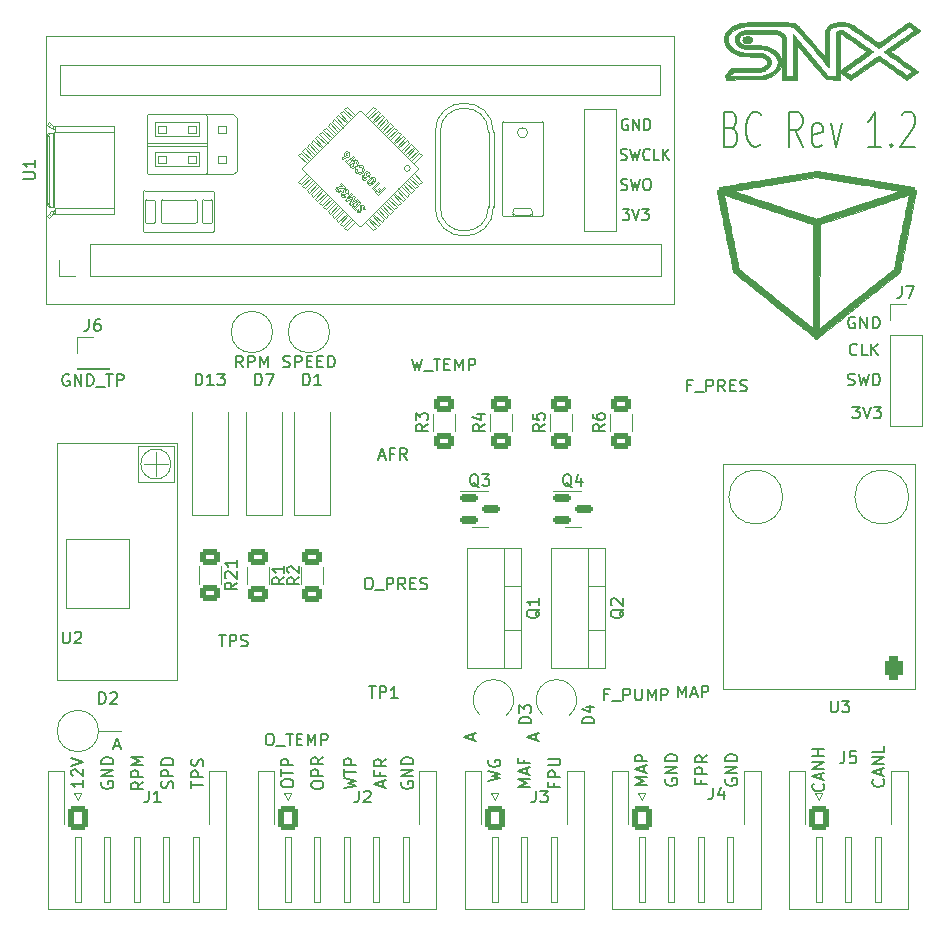
<source format=gbr>
%TF.GenerationSoftware,KiCad,Pcbnew,(6.0.4)*%
%TF.CreationDate,2022-04-25T14:52:29+02:00*%
%TF.ProjectId,BoostController,426f6f73-7443-46f6-9e74-726f6c6c6572,rev?*%
%TF.SameCoordinates,Original*%
%TF.FileFunction,Legend,Top*%
%TF.FilePolarity,Positive*%
%FSLAX46Y46*%
G04 Gerber Fmt 4.6, Leading zero omitted, Abs format (unit mm)*
G04 Created by KiCad (PCBNEW (6.0.4)) date 2022-04-25 14:52:29*
%MOMM*%
%LPD*%
G01*
G04 APERTURE LIST*
G04 Aperture macros list*
%AMRoundRect*
0 Rectangle with rounded corners*
0 $1 Rounding radius*
0 $2 $3 $4 $5 $6 $7 $8 $9 X,Y pos of 4 corners*
0 Add a 4 corners polygon primitive as box body*
4,1,4,$2,$3,$4,$5,$6,$7,$8,$9,$2,$3,0*
0 Add four circle primitives for the rounded corners*
1,1,$1+$1,$2,$3*
1,1,$1+$1,$4,$5*
1,1,$1+$1,$6,$7*
1,1,$1+$1,$8,$9*
0 Add four rect primitives between the rounded corners*
20,1,$1+$1,$2,$3,$4,$5,0*
20,1,$1+$1,$4,$5,$6,$7,0*
20,1,$1+$1,$6,$7,$8,$9,0*
20,1,$1+$1,$8,$9,$2,$3,0*%
G04 Aperture macros list end*
%ADD10C,0.150000*%
%ADD11C,0.120000*%
%ADD12C,0.010000*%
%ADD13C,2.999999*%
%ADD14R,1.700000X1.700000*%
%ADD15O,1.700000X1.700000*%
%ADD16R,2.000000X1.905000*%
%ADD17O,2.000000X1.905000*%
%ADD18RoundRect,0.250000X-0.600000X-0.725000X0.600000X-0.725000X0.600000X0.725000X-0.600000X0.725000X0*%
%ADD19O,1.700000X1.950000*%
%ADD20R,2.200000X2.200000*%
%ADD21O,2.200000X2.200000*%
%ADD22RoundRect,0.250000X0.625000X-0.400000X0.625000X0.400000X-0.625000X0.400000X-0.625000X-0.400000X0*%
%ADD23RoundRect,0.250000X-0.625000X0.400000X-0.625000X-0.400000X0.625000X-0.400000X0.625000X0.400000X0*%
%ADD24R,2.700000X3.500000*%
%ADD25C,1.700000*%
%ADD26C,1.524000*%
%ADD27RoundRect,0.150000X-0.587500X-0.150000X0.587500X-0.150000X0.587500X0.150000X-0.587500X0.150000X0*%
%ADD28RoundRect,0.381000X0.381000X0.619000X-0.381000X0.619000X-0.381000X-0.619000X0.381000X-0.619000X0*%
%ADD29O,1.524000X2.000000*%
%ADD30C,3.000000*%
G04 APERTURE END LIST*
D10*
X133199142Y-113315619D02*
X133246761Y-113363238D01*
X133294380Y-113506095D01*
X133294380Y-113601333D01*
X133246761Y-113744190D01*
X133151523Y-113839428D01*
X133056285Y-113887047D01*
X132865809Y-113934666D01*
X132722952Y-113934666D01*
X132532476Y-113887047D01*
X132437238Y-113839428D01*
X132342000Y-113744190D01*
X132294380Y-113601333D01*
X132294380Y-113506095D01*
X132342000Y-113363238D01*
X132389619Y-113315619D01*
X133008666Y-112934666D02*
X133008666Y-112458476D01*
X133294380Y-113029904D02*
X132294380Y-112696571D01*
X133294380Y-112363238D01*
X133294380Y-112029904D02*
X132294380Y-112029904D01*
X133294380Y-111458476D01*
X132294380Y-111458476D01*
X133294380Y-110506095D02*
X133294380Y-110982285D01*
X132294380Y-110982285D01*
X128119142Y-113688666D02*
X128166761Y-113736285D01*
X128214380Y-113879142D01*
X128214380Y-113974380D01*
X128166761Y-114117238D01*
X128071523Y-114212476D01*
X127976285Y-114260095D01*
X127785809Y-114307714D01*
X127642952Y-114307714D01*
X127452476Y-114260095D01*
X127357238Y-114212476D01*
X127262000Y-114117238D01*
X127214380Y-113974380D01*
X127214380Y-113879142D01*
X127262000Y-113736285D01*
X127309619Y-113688666D01*
X127928666Y-113307714D02*
X127928666Y-112831523D01*
X128214380Y-113402952D02*
X127214380Y-113069619D01*
X128214380Y-112736285D01*
X128214380Y-112402952D02*
X127214380Y-112402952D01*
X128214380Y-111831523D01*
X127214380Y-111831523D01*
X128214380Y-111355333D02*
X127214380Y-111355333D01*
X127690571Y-111355333D02*
X127690571Y-110783904D01*
X128214380Y-110783904D02*
X127214380Y-110783904D01*
X119896000Y-113283904D02*
X119848380Y-113379142D01*
X119848380Y-113522000D01*
X119896000Y-113664857D01*
X119991238Y-113760095D01*
X120086476Y-113807714D01*
X120276952Y-113855333D01*
X120419809Y-113855333D01*
X120610285Y-113807714D01*
X120705523Y-113760095D01*
X120800761Y-113664857D01*
X120848380Y-113522000D01*
X120848380Y-113426761D01*
X120800761Y-113283904D01*
X120753142Y-113236285D01*
X120419809Y-113236285D01*
X120419809Y-113426761D01*
X120848380Y-112807714D02*
X119848380Y-112807714D01*
X120848380Y-112236285D01*
X119848380Y-112236285D01*
X120848380Y-111760095D02*
X119848380Y-111760095D01*
X119848380Y-111522000D01*
X119896000Y-111379142D01*
X119991238Y-111283904D01*
X120086476Y-111236285D01*
X120276952Y-111188666D01*
X120419809Y-111188666D01*
X120610285Y-111236285D01*
X120705523Y-111283904D01*
X120800761Y-111379142D01*
X120848380Y-111522000D01*
X120848380Y-111760095D01*
X117784571Y-113379142D02*
X117784571Y-113712476D01*
X118308380Y-113712476D02*
X117308380Y-113712476D01*
X117308380Y-113236285D01*
X118308380Y-112855333D02*
X117308380Y-112855333D01*
X117308380Y-112474380D01*
X117356000Y-112379142D01*
X117403619Y-112331523D01*
X117498857Y-112283904D01*
X117641714Y-112283904D01*
X117736952Y-112331523D01*
X117784571Y-112379142D01*
X117832190Y-112474380D01*
X117832190Y-112855333D01*
X118308380Y-111283904D02*
X117832190Y-111617238D01*
X118308380Y-111855333D02*
X117308380Y-111855333D01*
X117308380Y-111474380D01*
X117356000Y-111379142D01*
X117403619Y-111331523D01*
X117498857Y-111283904D01*
X117641714Y-111283904D01*
X117736952Y-111331523D01*
X117784571Y-111379142D01*
X117832190Y-111474380D01*
X117832190Y-111855333D01*
X114816000Y-113283904D02*
X114768380Y-113379142D01*
X114768380Y-113522000D01*
X114816000Y-113664857D01*
X114911238Y-113760095D01*
X115006476Y-113807714D01*
X115196952Y-113855333D01*
X115339809Y-113855333D01*
X115530285Y-113807714D01*
X115625523Y-113760095D01*
X115720761Y-113664857D01*
X115768380Y-113522000D01*
X115768380Y-113426761D01*
X115720761Y-113283904D01*
X115673142Y-113236285D01*
X115339809Y-113236285D01*
X115339809Y-113426761D01*
X115768380Y-112807714D02*
X114768380Y-112807714D01*
X115768380Y-112236285D01*
X114768380Y-112236285D01*
X115768380Y-111760095D02*
X114768380Y-111760095D01*
X114768380Y-111522000D01*
X114816000Y-111379142D01*
X114911238Y-111283904D01*
X115006476Y-111236285D01*
X115196952Y-111188666D01*
X115339809Y-111188666D01*
X115530285Y-111236285D01*
X115625523Y-111283904D01*
X115720761Y-111379142D01*
X115768380Y-111522000D01*
X115768380Y-111760095D01*
X113228380Y-113783904D02*
X112228380Y-113783904D01*
X112942666Y-113450571D01*
X112228380Y-113117238D01*
X113228380Y-113117238D01*
X112942666Y-112688666D02*
X112942666Y-112212476D01*
X113228380Y-112783904D02*
X112228380Y-112450571D01*
X113228380Y-112117238D01*
X113228380Y-111783904D02*
X112228380Y-111783904D01*
X112228380Y-111402952D01*
X112276000Y-111307714D01*
X112323619Y-111260095D01*
X112418857Y-111212476D01*
X112561714Y-111212476D01*
X112656952Y-111260095D01*
X112704571Y-111307714D01*
X112752190Y-111402952D01*
X112752190Y-111783904D01*
X130587904Y-81748380D02*
X131206952Y-81748380D01*
X130873619Y-82129333D01*
X131016476Y-82129333D01*
X131111714Y-82176952D01*
X131159333Y-82224571D01*
X131206952Y-82319809D01*
X131206952Y-82557904D01*
X131159333Y-82653142D01*
X131111714Y-82700761D01*
X131016476Y-82748380D01*
X130730761Y-82748380D01*
X130635523Y-82700761D01*
X130587904Y-82653142D01*
X131492666Y-81748380D02*
X131826000Y-82748380D01*
X132159333Y-81748380D01*
X132397428Y-81748380D02*
X133016476Y-81748380D01*
X132683142Y-82129333D01*
X132826000Y-82129333D01*
X132921238Y-82176952D01*
X132968857Y-82224571D01*
X133016476Y-82319809D01*
X133016476Y-82557904D01*
X132968857Y-82653142D01*
X132921238Y-82700761D01*
X132826000Y-82748380D01*
X132540285Y-82748380D01*
X132445047Y-82700761D01*
X132397428Y-82653142D01*
X82256380Y-113752190D02*
X82256380Y-113561714D01*
X82304000Y-113466476D01*
X82399238Y-113371238D01*
X82589714Y-113323619D01*
X82923047Y-113323619D01*
X83113523Y-113371238D01*
X83208761Y-113466476D01*
X83256380Y-113561714D01*
X83256380Y-113752190D01*
X83208761Y-113847428D01*
X83113523Y-113942666D01*
X82923047Y-113990285D01*
X82589714Y-113990285D01*
X82399238Y-113942666D01*
X82304000Y-113847428D01*
X82256380Y-113752190D01*
X82256380Y-113037904D02*
X82256380Y-112466476D01*
X83256380Y-112752190D02*
X82256380Y-112752190D01*
X83256380Y-112133142D02*
X82256380Y-112133142D01*
X82256380Y-111752190D01*
X82304000Y-111656952D01*
X82351619Y-111609333D01*
X82446857Y-111561714D01*
X82589714Y-111561714D01*
X82684952Y-111609333D01*
X82732571Y-111656952D01*
X82780190Y-111752190D01*
X82780190Y-112133142D01*
X130810095Y-74176000D02*
X130714857Y-74128380D01*
X130572000Y-74128380D01*
X130429142Y-74176000D01*
X130333904Y-74271238D01*
X130286285Y-74366476D01*
X130238666Y-74556952D01*
X130238666Y-74699809D01*
X130286285Y-74890285D01*
X130333904Y-74985523D01*
X130429142Y-75080761D01*
X130572000Y-75128380D01*
X130667238Y-75128380D01*
X130810095Y-75080761D01*
X130857714Y-75033142D01*
X130857714Y-74699809D01*
X130667238Y-74699809D01*
X131286285Y-75128380D02*
X131286285Y-74128380D01*
X131857714Y-75128380D01*
X131857714Y-74128380D01*
X132333904Y-75128380D02*
X132333904Y-74128380D01*
X132572000Y-74128380D01*
X132714857Y-74176000D01*
X132810095Y-74271238D01*
X132857714Y-74366476D01*
X132905333Y-74556952D01*
X132905333Y-74699809D01*
X132857714Y-74890285D01*
X132810095Y-74985523D01*
X132714857Y-75080761D01*
X132572000Y-75128380D01*
X132333904Y-75128380D01*
X92464000Y-113537904D02*
X92416380Y-113633142D01*
X92416380Y-113776000D01*
X92464000Y-113918857D01*
X92559238Y-114014095D01*
X92654476Y-114061714D01*
X92844952Y-114109333D01*
X92987809Y-114109333D01*
X93178285Y-114061714D01*
X93273523Y-114014095D01*
X93368761Y-113918857D01*
X93416380Y-113776000D01*
X93416380Y-113680761D01*
X93368761Y-113537904D01*
X93321142Y-113490285D01*
X92987809Y-113490285D01*
X92987809Y-113680761D01*
X93416380Y-113061714D02*
X92416380Y-113061714D01*
X93416380Y-112490285D01*
X92416380Y-112490285D01*
X93416380Y-112014095D02*
X92416380Y-112014095D01*
X92416380Y-111776000D01*
X92464000Y-111633142D01*
X92559238Y-111537904D01*
X92654476Y-111490285D01*
X92844952Y-111442666D01*
X92987809Y-111442666D01*
X93178285Y-111490285D01*
X93273523Y-111537904D01*
X93368761Y-111633142D01*
X93416380Y-111776000D01*
X93416380Y-112014095D01*
X90844666Y-113942666D02*
X90844666Y-113466476D01*
X91130380Y-114037904D02*
X90130380Y-113704571D01*
X91130380Y-113371238D01*
X90606571Y-112704571D02*
X90606571Y-113037904D01*
X91130380Y-113037904D02*
X90130380Y-113037904D01*
X90130380Y-112561714D01*
X91130380Y-111609333D02*
X90654190Y-111942666D01*
X91130380Y-112180761D02*
X90130380Y-112180761D01*
X90130380Y-111799809D01*
X90178000Y-111704571D01*
X90225619Y-111656952D01*
X90320857Y-111609333D01*
X90463714Y-111609333D01*
X90558952Y-111656952D01*
X90606571Y-111704571D01*
X90654190Y-111799809D01*
X90654190Y-112180761D01*
X130214857Y-79906761D02*
X130357714Y-79954380D01*
X130595809Y-79954380D01*
X130691047Y-79906761D01*
X130738666Y-79859142D01*
X130786285Y-79763904D01*
X130786285Y-79668666D01*
X130738666Y-79573428D01*
X130691047Y-79525809D01*
X130595809Y-79478190D01*
X130405333Y-79430571D01*
X130310095Y-79382952D01*
X130262476Y-79335333D01*
X130214857Y-79240095D01*
X130214857Y-79144857D01*
X130262476Y-79049619D01*
X130310095Y-79002000D01*
X130405333Y-78954380D01*
X130643428Y-78954380D01*
X130786285Y-79002000D01*
X131119619Y-78954380D02*
X131357714Y-79954380D01*
X131548190Y-79240095D01*
X131738666Y-79954380D01*
X131976761Y-78954380D01*
X132357714Y-79954380D02*
X132357714Y-78954380D01*
X132595809Y-78954380D01*
X132738666Y-79002000D01*
X132833904Y-79097238D01*
X132881523Y-79192476D01*
X132929142Y-79382952D01*
X132929142Y-79525809D01*
X132881523Y-79716285D01*
X132833904Y-79811523D01*
X132738666Y-79906761D01*
X132595809Y-79954380D01*
X132357714Y-79954380D01*
X67064000Y-113537904D02*
X67016380Y-113633142D01*
X67016380Y-113776000D01*
X67064000Y-113918857D01*
X67159238Y-114014095D01*
X67254476Y-114061714D01*
X67444952Y-114109333D01*
X67587809Y-114109333D01*
X67778285Y-114061714D01*
X67873523Y-114014095D01*
X67968761Y-113918857D01*
X68016380Y-113776000D01*
X68016380Y-113680761D01*
X67968761Y-113537904D01*
X67921142Y-113490285D01*
X67587809Y-113490285D01*
X67587809Y-113680761D01*
X68016380Y-113061714D02*
X67016380Y-113061714D01*
X68016380Y-112490285D01*
X67016380Y-112490285D01*
X68016380Y-112014095D02*
X67016380Y-112014095D01*
X67016380Y-111776000D01*
X67064000Y-111633142D01*
X67159238Y-111537904D01*
X67254476Y-111490285D01*
X67444952Y-111442666D01*
X67587809Y-111442666D01*
X67778285Y-111490285D01*
X67873523Y-111537904D01*
X67968761Y-111633142D01*
X68016380Y-111776000D01*
X68016380Y-112014095D01*
X87590380Y-114085523D02*
X88590380Y-113847428D01*
X87876095Y-113656952D01*
X88590380Y-113466476D01*
X87590380Y-113228380D01*
X87590380Y-112990285D02*
X87590380Y-112418857D01*
X88590380Y-112704571D02*
X87590380Y-112704571D01*
X88590380Y-112085523D02*
X87590380Y-112085523D01*
X87590380Y-111704571D01*
X87638000Y-111609333D01*
X87685619Y-111561714D01*
X87780857Y-111514095D01*
X87923714Y-111514095D01*
X88018952Y-111561714D01*
X88066571Y-111609333D01*
X88114190Y-111704571D01*
X88114190Y-112085523D01*
X105338571Y-113656952D02*
X105338571Y-113990285D01*
X105862380Y-113990285D02*
X104862380Y-113990285D01*
X104862380Y-113514095D01*
X105862380Y-113133142D02*
X104862380Y-113133142D01*
X104862380Y-112752190D01*
X104910000Y-112656952D01*
X104957619Y-112609333D01*
X105052857Y-112561714D01*
X105195714Y-112561714D01*
X105290952Y-112609333D01*
X105338571Y-112656952D01*
X105386190Y-112752190D01*
X105386190Y-113133142D01*
X104862380Y-112133142D02*
X105671904Y-112133142D01*
X105767142Y-112085523D01*
X105814761Y-112037904D01*
X105862380Y-111942666D01*
X105862380Y-111752190D01*
X105814761Y-111656952D01*
X105767142Y-111609333D01*
X105671904Y-111561714D01*
X104862380Y-111561714D01*
X103322380Y-113966476D02*
X102322380Y-113966476D01*
X103036666Y-113633142D01*
X102322380Y-113299809D01*
X103322380Y-113299809D01*
X103036666Y-112871238D02*
X103036666Y-112395047D01*
X103322380Y-112966476D02*
X102322380Y-112633142D01*
X103322380Y-112299809D01*
X102798571Y-111633142D02*
X102798571Y-111966476D01*
X103322380Y-111966476D02*
X102322380Y-111966476D01*
X102322380Y-111490285D01*
X74636380Y-114037904D02*
X74636380Y-113466476D01*
X75636380Y-113752190D02*
X74636380Y-113752190D01*
X75636380Y-113133142D02*
X74636380Y-113133142D01*
X74636380Y-112752190D01*
X74684000Y-112656952D01*
X74731619Y-112609333D01*
X74826857Y-112561714D01*
X74969714Y-112561714D01*
X75064952Y-112609333D01*
X75112571Y-112656952D01*
X75160190Y-112752190D01*
X75160190Y-113133142D01*
X75588761Y-112180761D02*
X75636380Y-112037904D01*
X75636380Y-111799809D01*
X75588761Y-111704571D01*
X75541142Y-111656952D01*
X75445904Y-111609333D01*
X75350666Y-111609333D01*
X75255428Y-111656952D01*
X75207809Y-111704571D01*
X75160190Y-111799809D01*
X75112571Y-111990285D01*
X75064952Y-112085523D01*
X75017333Y-112133142D01*
X74922095Y-112180761D01*
X74826857Y-112180761D01*
X74731619Y-112133142D01*
X74684000Y-112085523D01*
X74636380Y-111990285D01*
X74636380Y-111752190D01*
X74684000Y-111609333D01*
X130976761Y-77319142D02*
X130929142Y-77366761D01*
X130786285Y-77414380D01*
X130691047Y-77414380D01*
X130548190Y-77366761D01*
X130452952Y-77271523D01*
X130405333Y-77176285D01*
X130357714Y-76985809D01*
X130357714Y-76842952D01*
X130405333Y-76652476D01*
X130452952Y-76557238D01*
X130548190Y-76462000D01*
X130691047Y-76414380D01*
X130786285Y-76414380D01*
X130929142Y-76462000D01*
X130976761Y-76509619D01*
X131881523Y-77414380D02*
X131405333Y-77414380D01*
X131405333Y-76414380D01*
X132214857Y-77414380D02*
X132214857Y-76414380D01*
X132786285Y-77414380D02*
X132357714Y-76842952D01*
X132786285Y-76414380D02*
X132214857Y-76985809D01*
X70556380Y-113537904D02*
X70080190Y-113871238D01*
X70556380Y-114109333D02*
X69556380Y-114109333D01*
X69556380Y-113728380D01*
X69604000Y-113633142D01*
X69651619Y-113585523D01*
X69746857Y-113537904D01*
X69889714Y-113537904D01*
X69984952Y-113585523D01*
X70032571Y-113633142D01*
X70080190Y-113728380D01*
X70080190Y-114109333D01*
X70556380Y-113109333D02*
X69556380Y-113109333D01*
X69556380Y-112728380D01*
X69604000Y-112633142D01*
X69651619Y-112585523D01*
X69746857Y-112537904D01*
X69889714Y-112537904D01*
X69984952Y-112585523D01*
X70032571Y-112633142D01*
X70080190Y-112728380D01*
X70080190Y-113109333D01*
X70556380Y-112109333D02*
X69556380Y-112109333D01*
X70270666Y-111776000D01*
X69556380Y-111442666D01*
X70556380Y-111442666D01*
X73048761Y-114061714D02*
X73096380Y-113918857D01*
X73096380Y-113680761D01*
X73048761Y-113585523D01*
X73001142Y-113537904D01*
X72905904Y-113490285D01*
X72810666Y-113490285D01*
X72715428Y-113537904D01*
X72667809Y-113585523D01*
X72620190Y-113680761D01*
X72572571Y-113871238D01*
X72524952Y-113966476D01*
X72477333Y-114014095D01*
X72382095Y-114061714D01*
X72286857Y-114061714D01*
X72191619Y-114014095D01*
X72144000Y-113966476D01*
X72096380Y-113871238D01*
X72096380Y-113633142D01*
X72144000Y-113490285D01*
X73096380Y-113061714D02*
X72096380Y-113061714D01*
X72096380Y-112680761D01*
X72144000Y-112585523D01*
X72191619Y-112537904D01*
X72286857Y-112490285D01*
X72429714Y-112490285D01*
X72524952Y-112537904D01*
X72572571Y-112585523D01*
X72620190Y-112680761D01*
X72620190Y-113061714D01*
X73096380Y-112061714D02*
X72096380Y-112061714D01*
X72096380Y-111823619D01*
X72144000Y-111680761D01*
X72239238Y-111585523D01*
X72334476Y-111537904D01*
X72524952Y-111490285D01*
X72667809Y-111490285D01*
X72858285Y-111537904D01*
X72953523Y-111585523D01*
X73048761Y-111680761D01*
X73096380Y-111823619D01*
X73096380Y-112061714D01*
X120381047Y-58205714D02*
X120666761Y-58348571D01*
X120762000Y-58491428D01*
X120857238Y-58777142D01*
X120857238Y-59205714D01*
X120762000Y-59491428D01*
X120666761Y-59634285D01*
X120476285Y-59777142D01*
X119714380Y-59777142D01*
X119714380Y-56777142D01*
X120381047Y-56777142D01*
X120571523Y-56920000D01*
X120666761Y-57062857D01*
X120762000Y-57348571D01*
X120762000Y-57634285D01*
X120666761Y-57920000D01*
X120571523Y-58062857D01*
X120381047Y-58205714D01*
X119714380Y-58205714D01*
X122857238Y-59491428D02*
X122762000Y-59634285D01*
X122476285Y-59777142D01*
X122285809Y-59777142D01*
X122000095Y-59634285D01*
X121809619Y-59348571D01*
X121714380Y-59062857D01*
X121619142Y-58491428D01*
X121619142Y-58062857D01*
X121714380Y-57491428D01*
X121809619Y-57205714D01*
X122000095Y-56920000D01*
X122285809Y-56777142D01*
X122476285Y-56777142D01*
X122762000Y-56920000D01*
X122857238Y-57062857D01*
X126381047Y-59777142D02*
X125714380Y-58348571D01*
X125238190Y-59777142D02*
X125238190Y-56777142D01*
X126000095Y-56777142D01*
X126190571Y-56920000D01*
X126285809Y-57062857D01*
X126381047Y-57348571D01*
X126381047Y-57777142D01*
X126285809Y-58062857D01*
X126190571Y-58205714D01*
X126000095Y-58348571D01*
X125238190Y-58348571D01*
X128000095Y-59634285D02*
X127809619Y-59777142D01*
X127428666Y-59777142D01*
X127238190Y-59634285D01*
X127142952Y-59348571D01*
X127142952Y-58205714D01*
X127238190Y-57920000D01*
X127428666Y-57777142D01*
X127809619Y-57777142D01*
X128000095Y-57920000D01*
X128095333Y-58205714D01*
X128095333Y-58491428D01*
X127142952Y-58777142D01*
X128762000Y-57777142D02*
X129238190Y-59777142D01*
X129714380Y-57777142D01*
X133047714Y-59777142D02*
X131904857Y-59777142D01*
X132476285Y-59777142D02*
X132476285Y-56777142D01*
X132285809Y-57205714D01*
X132095333Y-57491428D01*
X131904857Y-57634285D01*
X133904857Y-59491428D02*
X134000095Y-59634285D01*
X133904857Y-59777142D01*
X133809619Y-59634285D01*
X133904857Y-59491428D01*
X133904857Y-59777142D01*
X134762000Y-57062857D02*
X134857238Y-56920000D01*
X135047714Y-56777142D01*
X135523904Y-56777142D01*
X135714380Y-56920000D01*
X135809619Y-57062857D01*
X135904857Y-57348571D01*
X135904857Y-57634285D01*
X135809619Y-58062857D01*
X134666761Y-59777142D01*
X135904857Y-59777142D01*
X84796380Y-113871238D02*
X84796380Y-113680761D01*
X84844000Y-113585523D01*
X84939238Y-113490285D01*
X85129714Y-113442666D01*
X85463047Y-113442666D01*
X85653523Y-113490285D01*
X85748761Y-113585523D01*
X85796380Y-113680761D01*
X85796380Y-113871238D01*
X85748761Y-113966476D01*
X85653523Y-114061714D01*
X85463047Y-114109333D01*
X85129714Y-114109333D01*
X84939238Y-114061714D01*
X84844000Y-113966476D01*
X84796380Y-113871238D01*
X85796380Y-113014095D02*
X84796380Y-113014095D01*
X84796380Y-112633142D01*
X84844000Y-112537904D01*
X84891619Y-112490285D01*
X84986857Y-112442666D01*
X85129714Y-112442666D01*
X85224952Y-112490285D01*
X85272571Y-112537904D01*
X85320190Y-112633142D01*
X85320190Y-113014095D01*
X85796380Y-111442666D02*
X85320190Y-111776000D01*
X85796380Y-112014095D02*
X84796380Y-112014095D01*
X84796380Y-111633142D01*
X84844000Y-111537904D01*
X84891619Y-111490285D01*
X84986857Y-111442666D01*
X85129714Y-111442666D01*
X85224952Y-111490285D01*
X85272571Y-111537904D01*
X85320190Y-111633142D01*
X85320190Y-112014095D01*
X99782380Y-113450571D02*
X100782380Y-113212476D01*
X100068095Y-113022000D01*
X100782380Y-112831523D01*
X99782380Y-112593428D01*
X99830000Y-111688666D02*
X99782380Y-111783904D01*
X99782380Y-111926761D01*
X99830000Y-112069619D01*
X99925238Y-112164857D01*
X100020476Y-112212476D01*
X100210952Y-112260095D01*
X100353809Y-112260095D01*
X100544285Y-112212476D01*
X100639523Y-112164857D01*
X100734761Y-112069619D01*
X100782380Y-111926761D01*
X100782380Y-111831523D01*
X100734761Y-111688666D01*
X100687142Y-111641047D01*
X100353809Y-111641047D01*
X100353809Y-111831523D01*
X65476380Y-113395047D02*
X65476380Y-113966476D01*
X65476380Y-113680761D02*
X64476380Y-113680761D01*
X64619238Y-113776000D01*
X64714476Y-113871238D01*
X64762095Y-113966476D01*
X64571619Y-113014095D02*
X64524000Y-112966476D01*
X64476380Y-112871238D01*
X64476380Y-112633142D01*
X64524000Y-112537904D01*
X64571619Y-112490285D01*
X64666857Y-112442666D01*
X64762095Y-112442666D01*
X64904952Y-112490285D01*
X65476380Y-113061714D01*
X65476380Y-112442666D01*
X64476380Y-112156952D02*
X65476380Y-111823619D01*
X64476380Y-111490285D01*
%TO.C,J7*%
X134794666Y-71544380D02*
X134794666Y-72258666D01*
X134747047Y-72401523D01*
X134651809Y-72496761D01*
X134508952Y-72544380D01*
X134413714Y-72544380D01*
X135175619Y-71544380D02*
X135842285Y-71544380D01*
X135413714Y-72544380D01*
%TO.C,Q2*%
X111243619Y-98901238D02*
X111196000Y-98996476D01*
X111100761Y-99091714D01*
X110957904Y-99234571D01*
X110910285Y-99329809D01*
X110910285Y-99425047D01*
X111148380Y-99377428D02*
X111100761Y-99472666D01*
X111005523Y-99567904D01*
X110815047Y-99615523D01*
X110481714Y-99615523D01*
X110291238Y-99567904D01*
X110196000Y-99472666D01*
X110148380Y-99377428D01*
X110148380Y-99186952D01*
X110196000Y-99091714D01*
X110291238Y-98996476D01*
X110481714Y-98948857D01*
X110815047Y-98948857D01*
X111005523Y-98996476D01*
X111100761Y-99091714D01*
X111148380Y-99186952D01*
X111148380Y-99377428D01*
X110243619Y-98567904D02*
X110196000Y-98520285D01*
X110148380Y-98425047D01*
X110148380Y-98186952D01*
X110196000Y-98091714D01*
X110243619Y-98044095D01*
X110338857Y-97996476D01*
X110434095Y-97996476D01*
X110576952Y-98044095D01*
X111148380Y-98615523D01*
X111148380Y-97996476D01*
%TO.C,Q1*%
X104131619Y-98901238D02*
X104084000Y-98996476D01*
X103988761Y-99091714D01*
X103845904Y-99234571D01*
X103798285Y-99329809D01*
X103798285Y-99425047D01*
X104036380Y-99377428D02*
X103988761Y-99472666D01*
X103893523Y-99567904D01*
X103703047Y-99615523D01*
X103369714Y-99615523D01*
X103179238Y-99567904D01*
X103084000Y-99472666D01*
X103036380Y-99377428D01*
X103036380Y-99186952D01*
X103084000Y-99091714D01*
X103179238Y-98996476D01*
X103369714Y-98948857D01*
X103703047Y-98948857D01*
X103893523Y-98996476D01*
X103988761Y-99091714D01*
X104036380Y-99186952D01*
X104036380Y-99377428D01*
X104036380Y-97996476D02*
X104036380Y-98567904D01*
X104036380Y-98282190D02*
X103036380Y-98282190D01*
X103179238Y-98377428D01*
X103274476Y-98472666D01*
X103322095Y-98567904D01*
%TO.C,J5*%
X129928666Y-110938380D02*
X129928666Y-111652666D01*
X129881047Y-111795523D01*
X129785809Y-111890761D01*
X129642952Y-111938380D01*
X129547714Y-111938380D01*
X130881047Y-110938380D02*
X130404857Y-110938380D01*
X130357238Y-111414571D01*
X130404857Y-111366952D01*
X130500095Y-111319333D01*
X130738190Y-111319333D01*
X130833428Y-111366952D01*
X130881047Y-111414571D01*
X130928666Y-111509809D01*
X130928666Y-111747904D01*
X130881047Y-111843142D01*
X130833428Y-111890761D01*
X130738190Y-111938380D01*
X130500095Y-111938380D01*
X130404857Y-111890761D01*
X130357238Y-111843142D01*
%TO.C,J4*%
X118792666Y-114006380D02*
X118792666Y-114720666D01*
X118745047Y-114863523D01*
X118649809Y-114958761D01*
X118506952Y-115006380D01*
X118411714Y-115006380D01*
X119697428Y-114339714D02*
X119697428Y-115006380D01*
X119459333Y-113958761D02*
X119221238Y-114673047D01*
X119840285Y-114673047D01*
%TO.C,J3*%
X103806666Y-114260380D02*
X103806666Y-114974666D01*
X103759047Y-115117523D01*
X103663809Y-115212761D01*
X103520952Y-115260380D01*
X103425714Y-115260380D01*
X104187619Y-114260380D02*
X104806666Y-114260380D01*
X104473333Y-114641333D01*
X104616190Y-114641333D01*
X104711428Y-114688952D01*
X104759047Y-114736571D01*
X104806666Y-114831809D01*
X104806666Y-115069904D01*
X104759047Y-115165142D01*
X104711428Y-115212761D01*
X104616190Y-115260380D01*
X104330476Y-115260380D01*
X104235238Y-115212761D01*
X104187619Y-115165142D01*
%TO.C,J2*%
X88820666Y-114260380D02*
X88820666Y-114974666D01*
X88773047Y-115117523D01*
X88677809Y-115212761D01*
X88534952Y-115260380D01*
X88439714Y-115260380D01*
X89249238Y-114355619D02*
X89296857Y-114308000D01*
X89392095Y-114260380D01*
X89630190Y-114260380D01*
X89725428Y-114308000D01*
X89773047Y-114355619D01*
X89820666Y-114450857D01*
X89820666Y-114546095D01*
X89773047Y-114688952D01*
X89201619Y-115260380D01*
X89820666Y-115260380D01*
%TO.C,J1*%
X71040666Y-114260380D02*
X71040666Y-114974666D01*
X70993047Y-115117523D01*
X70897809Y-115212761D01*
X70754952Y-115260380D01*
X70659714Y-115260380D01*
X72040666Y-115260380D02*
X71469238Y-115260380D01*
X71754952Y-115260380D02*
X71754952Y-114260380D01*
X71659714Y-114403238D01*
X71564476Y-114498476D01*
X71469238Y-114546095D01*
%TO.C,D2*%
X66825904Y-106921745D02*
X66825904Y-105921745D01*
X67064000Y-105921745D01*
X67206857Y-105969365D01*
X67302095Y-106064603D01*
X67349714Y-106159841D01*
X67397333Y-106350317D01*
X67397333Y-106493174D01*
X67349714Y-106683650D01*
X67302095Y-106778888D01*
X67206857Y-106874126D01*
X67064000Y-106921745D01*
X66825904Y-106921745D01*
X67778285Y-106016984D02*
X67825904Y-105969365D01*
X67921142Y-105921745D01*
X68159238Y-105921745D01*
X68254476Y-105969365D01*
X68302095Y-106016984D01*
X68349714Y-106112222D01*
X68349714Y-106207460D01*
X68302095Y-106350317D01*
X67730666Y-106921745D01*
X68349714Y-106921745D01*
X68065904Y-110486666D02*
X68542095Y-110486666D01*
X67970666Y-110772380D02*
X68304000Y-109772380D01*
X68637333Y-110772380D01*
%TO.C,R6*%
X109630380Y-83256666D02*
X109154190Y-83590000D01*
X109630380Y-83828095D02*
X108630380Y-83828095D01*
X108630380Y-83447142D01*
X108678000Y-83351904D01*
X108725619Y-83304285D01*
X108820857Y-83256666D01*
X108963714Y-83256666D01*
X109058952Y-83304285D01*
X109106571Y-83351904D01*
X109154190Y-83447142D01*
X109154190Y-83828095D01*
X108630380Y-82399523D02*
X108630380Y-82590000D01*
X108678000Y-82685238D01*
X108725619Y-82732857D01*
X108868476Y-82828095D01*
X109058952Y-82875714D01*
X109439904Y-82875714D01*
X109535142Y-82828095D01*
X109582761Y-82780476D01*
X109630380Y-82685238D01*
X109630380Y-82494761D01*
X109582761Y-82399523D01*
X109535142Y-82351904D01*
X109439904Y-82304285D01*
X109201809Y-82304285D01*
X109106571Y-82351904D01*
X109058952Y-82399523D01*
X109011333Y-82494761D01*
X109011333Y-82685238D01*
X109058952Y-82780476D01*
X109106571Y-82828095D01*
X109201809Y-82875714D01*
%TO.C,R5*%
X104550380Y-83256666D02*
X104074190Y-83590000D01*
X104550380Y-83828095D02*
X103550380Y-83828095D01*
X103550380Y-83447142D01*
X103598000Y-83351904D01*
X103645619Y-83304285D01*
X103740857Y-83256666D01*
X103883714Y-83256666D01*
X103978952Y-83304285D01*
X104026571Y-83351904D01*
X104074190Y-83447142D01*
X104074190Y-83828095D01*
X103550380Y-82351904D02*
X103550380Y-82828095D01*
X104026571Y-82875714D01*
X103978952Y-82828095D01*
X103931333Y-82732857D01*
X103931333Y-82494761D01*
X103978952Y-82399523D01*
X104026571Y-82351904D01*
X104121809Y-82304285D01*
X104359904Y-82304285D01*
X104455142Y-82351904D01*
X104502761Y-82399523D01*
X104550380Y-82494761D01*
X104550380Y-82732857D01*
X104502761Y-82828095D01*
X104455142Y-82875714D01*
%TO.C,R4*%
X99470380Y-83256666D02*
X98994190Y-83590000D01*
X99470380Y-83828095D02*
X98470380Y-83828095D01*
X98470380Y-83447142D01*
X98518000Y-83351904D01*
X98565619Y-83304285D01*
X98660857Y-83256666D01*
X98803714Y-83256666D01*
X98898952Y-83304285D01*
X98946571Y-83351904D01*
X98994190Y-83447142D01*
X98994190Y-83828095D01*
X98803714Y-82399523D02*
X99470380Y-82399523D01*
X98422761Y-82637619D02*
X99137047Y-82875714D01*
X99137047Y-82256666D01*
%TO.C,R3*%
X94644380Y-83256666D02*
X94168190Y-83590000D01*
X94644380Y-83828095D02*
X93644380Y-83828095D01*
X93644380Y-83447142D01*
X93692000Y-83351904D01*
X93739619Y-83304285D01*
X93834857Y-83256666D01*
X93977714Y-83256666D01*
X94072952Y-83304285D01*
X94120571Y-83351904D01*
X94168190Y-83447142D01*
X94168190Y-83828095D01*
X93644380Y-82923333D02*
X93644380Y-82304285D01*
X94025333Y-82637619D01*
X94025333Y-82494761D01*
X94072952Y-82399523D01*
X94120571Y-82351904D01*
X94215809Y-82304285D01*
X94453904Y-82304285D01*
X94549142Y-82351904D01*
X94596761Y-82399523D01*
X94644380Y-82494761D01*
X94644380Y-82780476D01*
X94596761Y-82875714D01*
X94549142Y-82923333D01*
%TO.C,R2*%
X83764380Y-96210666D02*
X83288190Y-96544000D01*
X83764380Y-96782095D02*
X82764380Y-96782095D01*
X82764380Y-96401142D01*
X82812000Y-96305904D01*
X82859619Y-96258285D01*
X82954857Y-96210666D01*
X83097714Y-96210666D01*
X83192952Y-96258285D01*
X83240571Y-96305904D01*
X83288190Y-96401142D01*
X83288190Y-96782095D01*
X82859619Y-95829714D02*
X82812000Y-95782095D01*
X82764380Y-95686857D01*
X82764380Y-95448761D01*
X82812000Y-95353523D01*
X82859619Y-95305904D01*
X82954857Y-95258285D01*
X83050095Y-95258285D01*
X83192952Y-95305904D01*
X83764380Y-95877333D01*
X83764380Y-95258285D01*
%TO.C,R1*%
X82494380Y-96210666D02*
X82018190Y-96544000D01*
X82494380Y-96782095D02*
X81494380Y-96782095D01*
X81494380Y-96401142D01*
X81542000Y-96305904D01*
X81589619Y-96258285D01*
X81684857Y-96210666D01*
X81827714Y-96210666D01*
X81922952Y-96258285D01*
X81970571Y-96305904D01*
X82018190Y-96401142D01*
X82018190Y-96782095D01*
X82494380Y-95258285D02*
X82494380Y-95829714D01*
X82494380Y-95544000D02*
X81494380Y-95544000D01*
X81637238Y-95639238D01*
X81732476Y-95734476D01*
X81780095Y-95829714D01*
%TO.C,D7*%
X80033904Y-79954380D02*
X80033904Y-78954380D01*
X80272000Y-78954380D01*
X80414857Y-79002000D01*
X80510095Y-79097238D01*
X80557714Y-79192476D01*
X80605333Y-79382952D01*
X80605333Y-79525809D01*
X80557714Y-79716285D01*
X80510095Y-79811523D01*
X80414857Y-79906761D01*
X80272000Y-79954380D01*
X80033904Y-79954380D01*
X80938666Y-78954380D02*
X81605333Y-78954380D01*
X81176761Y-79954380D01*
%TO.C,D4*%
X108740015Y-108581961D02*
X107740015Y-108581961D01*
X107740015Y-108343866D01*
X107787635Y-108201008D01*
X107882873Y-108105770D01*
X107978111Y-108058151D01*
X108168587Y-108010532D01*
X108311444Y-108010532D01*
X108501920Y-108058151D01*
X108597158Y-108105770D01*
X108692396Y-108201008D01*
X108740015Y-108343866D01*
X108740015Y-108581961D01*
X108073349Y-107153389D02*
X108740015Y-107153389D01*
X107692396Y-107391485D02*
X108406682Y-107629580D01*
X108406682Y-107010532D01*
X103798666Y-109966095D02*
X103798666Y-109489904D01*
X104084380Y-110061333D02*
X103084380Y-109728000D01*
X104084380Y-109394666D01*
%TO.C,D3*%
X103406015Y-108581961D02*
X102406015Y-108581961D01*
X102406015Y-108343866D01*
X102453635Y-108201008D01*
X102548873Y-108105770D01*
X102644111Y-108058151D01*
X102834587Y-108010532D01*
X102977444Y-108010532D01*
X103167920Y-108058151D01*
X103263158Y-108105770D01*
X103358396Y-108201008D01*
X103406015Y-108343866D01*
X103406015Y-108581961D01*
X102406015Y-107677199D02*
X102406015Y-107058151D01*
X102786968Y-107391485D01*
X102786968Y-107248627D01*
X102834587Y-107153389D01*
X102882206Y-107105770D01*
X102977444Y-107058151D01*
X103215539Y-107058151D01*
X103310777Y-107105770D01*
X103358396Y-107153389D01*
X103406015Y-107248627D01*
X103406015Y-107534342D01*
X103358396Y-107629580D01*
X103310777Y-107677199D01*
X98464666Y-109966095D02*
X98464666Y-109489904D01*
X98750380Y-110061333D02*
X97750380Y-109728000D01*
X98750380Y-109394666D01*
%TO.C,D1*%
X84097904Y-79954380D02*
X84097904Y-78954380D01*
X84336000Y-78954380D01*
X84478857Y-79002000D01*
X84574095Y-79097238D01*
X84621714Y-79192476D01*
X84669333Y-79382952D01*
X84669333Y-79525809D01*
X84621714Y-79716285D01*
X84574095Y-79811523D01*
X84478857Y-79906761D01*
X84336000Y-79954380D01*
X84097904Y-79954380D01*
X85621714Y-79954380D02*
X85050285Y-79954380D01*
X85336000Y-79954380D02*
X85336000Y-78954380D01*
X85240761Y-79097238D01*
X85145523Y-79192476D01*
X85050285Y-79240095D01*
%TO.C,U1*%
X60412380Y-62483904D02*
X61221904Y-62483904D01*
X61317142Y-62436285D01*
X61364761Y-62388666D01*
X61412380Y-62293428D01*
X61412380Y-62102952D01*
X61364761Y-62007714D01*
X61317142Y-61960095D01*
X61221904Y-61912476D01*
X60412380Y-61912476D01*
X61412380Y-60912476D02*
X61412380Y-61483904D01*
X61412380Y-61198190D02*
X60412380Y-61198190D01*
X60555238Y-61293428D01*
X60650476Y-61388666D01*
X60698095Y-61483904D01*
X110994285Y-60856761D02*
X111122857Y-60904380D01*
X111337142Y-60904380D01*
X111422857Y-60856761D01*
X111465714Y-60809142D01*
X111508571Y-60713904D01*
X111508571Y-60618666D01*
X111465714Y-60523428D01*
X111422857Y-60475809D01*
X111337142Y-60428190D01*
X111165714Y-60380571D01*
X111080000Y-60332952D01*
X111037142Y-60285333D01*
X110994285Y-60190095D01*
X110994285Y-60094857D01*
X111037142Y-59999619D01*
X111080000Y-59952000D01*
X111165714Y-59904380D01*
X111380000Y-59904380D01*
X111508571Y-59952000D01*
X111808571Y-59904380D02*
X112022857Y-60904380D01*
X112194285Y-60190095D01*
X112365714Y-60904380D01*
X112580000Y-59904380D01*
X113437142Y-60809142D02*
X113394285Y-60856761D01*
X113265714Y-60904380D01*
X113180000Y-60904380D01*
X113051428Y-60856761D01*
X112965714Y-60761523D01*
X112922857Y-60666285D01*
X112880000Y-60475809D01*
X112880000Y-60332952D01*
X112922857Y-60142476D01*
X112965714Y-60047238D01*
X113051428Y-59952000D01*
X113180000Y-59904380D01*
X113265714Y-59904380D01*
X113394285Y-59952000D01*
X113437142Y-59999619D01*
X114251428Y-60904380D02*
X113822857Y-60904380D01*
X113822857Y-59904380D01*
X114551428Y-60904380D02*
X114551428Y-59904380D01*
X115065714Y-60904380D02*
X114680000Y-60332952D01*
X115065714Y-59904380D02*
X114551428Y-60475809D01*
X111153714Y-64984380D02*
X111710857Y-64984380D01*
X111410857Y-65365333D01*
X111539428Y-65365333D01*
X111625142Y-65412952D01*
X111668000Y-65460571D01*
X111710857Y-65555809D01*
X111710857Y-65793904D01*
X111668000Y-65889142D01*
X111625142Y-65936761D01*
X111539428Y-65984380D01*
X111282285Y-65984380D01*
X111196571Y-65936761D01*
X111153714Y-65889142D01*
X111968000Y-64984380D02*
X112268000Y-65984380D01*
X112568000Y-64984380D01*
X112782285Y-64984380D02*
X113339428Y-64984380D01*
X113039428Y-65365333D01*
X113168000Y-65365333D01*
X113253714Y-65412952D01*
X113296571Y-65460571D01*
X113339428Y-65555809D01*
X113339428Y-65793904D01*
X113296571Y-65889142D01*
X113253714Y-65936761D01*
X113168000Y-65984380D01*
X112910857Y-65984380D01*
X112825142Y-65936761D01*
X112782285Y-65889142D01*
X111582285Y-57412000D02*
X111496571Y-57364380D01*
X111368000Y-57364380D01*
X111239428Y-57412000D01*
X111153714Y-57507238D01*
X111110857Y-57602476D01*
X111068000Y-57792952D01*
X111068000Y-57935809D01*
X111110857Y-58126285D01*
X111153714Y-58221523D01*
X111239428Y-58316761D01*
X111368000Y-58364380D01*
X111453714Y-58364380D01*
X111582285Y-58316761D01*
X111625142Y-58269142D01*
X111625142Y-57935809D01*
X111453714Y-57935809D01*
X112010857Y-58364380D02*
X112010857Y-57364380D01*
X112525142Y-58364380D01*
X112525142Y-57364380D01*
X112953714Y-58364380D02*
X112953714Y-57364380D01*
X113168000Y-57364380D01*
X113296571Y-57412000D01*
X113382285Y-57507238D01*
X113425142Y-57602476D01*
X113468000Y-57792952D01*
X113468000Y-57935809D01*
X113425142Y-58126285D01*
X113382285Y-58221523D01*
X113296571Y-58316761D01*
X113168000Y-58364380D01*
X112953714Y-58364380D01*
X111025142Y-63396761D02*
X111153714Y-63444380D01*
X111368000Y-63444380D01*
X111453714Y-63396761D01*
X111496571Y-63349142D01*
X111539428Y-63253904D01*
X111539428Y-63158666D01*
X111496571Y-63063428D01*
X111453714Y-63015809D01*
X111368000Y-62968190D01*
X111196571Y-62920571D01*
X111110857Y-62872952D01*
X111068000Y-62825333D01*
X111025142Y-62730095D01*
X111025142Y-62634857D01*
X111068000Y-62539619D01*
X111110857Y-62492000D01*
X111196571Y-62444380D01*
X111410857Y-62444380D01*
X111539428Y-62492000D01*
X111839428Y-62444380D02*
X112053714Y-63444380D01*
X112225142Y-62730095D01*
X112396571Y-63444380D01*
X112610857Y-62444380D01*
X113125142Y-62444380D02*
X113296571Y-62444380D01*
X113382285Y-62492000D01*
X113468000Y-62587238D01*
X113510857Y-62777714D01*
X113510857Y-63111047D01*
X113468000Y-63301523D01*
X113382285Y-63396761D01*
X113296571Y-63444380D01*
X113125142Y-63444380D01*
X113039428Y-63396761D01*
X112953714Y-63301523D01*
X112910857Y-63111047D01*
X112910857Y-62777714D01*
X112953714Y-62587238D01*
X113039428Y-62492000D01*
X113125142Y-62444380D01*
%TO.C,U2*%
X63754095Y-100798380D02*
X63754095Y-101607904D01*
X63801714Y-101703142D01*
X63849333Y-101750761D01*
X63944571Y-101798380D01*
X64135047Y-101798380D01*
X64230285Y-101750761D01*
X64277904Y-101703142D01*
X64325523Y-101607904D01*
X64325523Y-100798380D01*
X64754095Y-100893619D02*
X64801714Y-100846000D01*
X64896952Y-100798380D01*
X65135047Y-100798380D01*
X65230285Y-100846000D01*
X65277904Y-100893619D01*
X65325523Y-100988857D01*
X65325523Y-101084095D01*
X65277904Y-101226952D01*
X64706476Y-101798380D01*
X65325523Y-101798380D01*
%TO.C,Q4*%
X106838761Y-88571619D02*
X106743523Y-88524000D01*
X106648285Y-88428761D01*
X106505428Y-88285904D01*
X106410190Y-88238285D01*
X106314952Y-88238285D01*
X106362571Y-88476380D02*
X106267333Y-88428761D01*
X106172095Y-88333523D01*
X106124476Y-88143047D01*
X106124476Y-87809714D01*
X106172095Y-87619238D01*
X106267333Y-87524000D01*
X106362571Y-87476380D01*
X106553047Y-87476380D01*
X106648285Y-87524000D01*
X106743523Y-87619238D01*
X106791142Y-87809714D01*
X106791142Y-88143047D01*
X106743523Y-88333523D01*
X106648285Y-88428761D01*
X106553047Y-88476380D01*
X106362571Y-88476380D01*
X107648285Y-87809714D02*
X107648285Y-88476380D01*
X107410190Y-87428761D02*
X107172095Y-88143047D01*
X107791142Y-88143047D01*
%TO.C,Q3*%
X98964761Y-88571619D02*
X98869523Y-88524000D01*
X98774285Y-88428761D01*
X98631428Y-88285904D01*
X98536190Y-88238285D01*
X98440952Y-88238285D01*
X98488571Y-88476380D02*
X98393333Y-88428761D01*
X98298095Y-88333523D01*
X98250476Y-88143047D01*
X98250476Y-87809714D01*
X98298095Y-87619238D01*
X98393333Y-87524000D01*
X98488571Y-87476380D01*
X98679047Y-87476380D01*
X98774285Y-87524000D01*
X98869523Y-87619238D01*
X98917142Y-87809714D01*
X98917142Y-88143047D01*
X98869523Y-88333523D01*
X98774285Y-88428761D01*
X98679047Y-88476380D01*
X98488571Y-88476380D01*
X99250476Y-87476380D02*
X99869523Y-87476380D01*
X99536190Y-87857333D01*
X99679047Y-87857333D01*
X99774285Y-87904952D01*
X99821904Y-87952571D01*
X99869523Y-88047809D01*
X99869523Y-88285904D01*
X99821904Y-88381142D01*
X99774285Y-88428761D01*
X99679047Y-88476380D01*
X99393333Y-88476380D01*
X99298095Y-88428761D01*
X99250476Y-88381142D01*
%TO.C,U3*%
X128778095Y-106640380D02*
X128778095Y-107449904D01*
X128825714Y-107545142D01*
X128873333Y-107592761D01*
X128968571Y-107640380D01*
X129159047Y-107640380D01*
X129254285Y-107592761D01*
X129301904Y-107545142D01*
X129349523Y-107449904D01*
X129349523Y-106640380D01*
X129730476Y-106640380D02*
X130349523Y-106640380D01*
X130016190Y-107021333D01*
X130159047Y-107021333D01*
X130254285Y-107068952D01*
X130301904Y-107116571D01*
X130349523Y-107211809D01*
X130349523Y-107449904D01*
X130301904Y-107545142D01*
X130254285Y-107592761D01*
X130159047Y-107640380D01*
X129873333Y-107640380D01*
X129778095Y-107592761D01*
X129730476Y-107545142D01*
%TO.C,TP2*%
X109934666Y-106100571D02*
X109601333Y-106100571D01*
X109601333Y-106624380D02*
X109601333Y-105624380D01*
X110077523Y-105624380D01*
X110220380Y-106719619D02*
X110982285Y-106719619D01*
X111220380Y-106624380D02*
X111220380Y-105624380D01*
X111601333Y-105624380D01*
X111696571Y-105672000D01*
X111744190Y-105719619D01*
X111791809Y-105814857D01*
X111791809Y-105957714D01*
X111744190Y-106052952D01*
X111696571Y-106100571D01*
X111601333Y-106148190D01*
X111220380Y-106148190D01*
X112220380Y-105624380D02*
X112220380Y-106433904D01*
X112268000Y-106529142D01*
X112315619Y-106576761D01*
X112410857Y-106624380D01*
X112601333Y-106624380D01*
X112696571Y-106576761D01*
X112744190Y-106529142D01*
X112791809Y-106433904D01*
X112791809Y-105624380D01*
X113268000Y-106624380D02*
X113268000Y-105624380D01*
X113601333Y-106338666D01*
X113934666Y-105624380D01*
X113934666Y-106624380D01*
X114410857Y-106624380D02*
X114410857Y-105624380D01*
X114791809Y-105624380D01*
X114887047Y-105672000D01*
X114934666Y-105719619D01*
X114982285Y-105814857D01*
X114982285Y-105957714D01*
X114934666Y-106052952D01*
X114887047Y-106100571D01*
X114791809Y-106148190D01*
X114410857Y-106148190D01*
%TO.C,TP3*%
X93297714Y-77684380D02*
X93535809Y-78684380D01*
X93726285Y-77970095D01*
X93916761Y-78684380D01*
X94154857Y-77684380D01*
X94297714Y-78779619D02*
X95059619Y-78779619D01*
X95154857Y-77684380D02*
X95726285Y-77684380D01*
X95440571Y-78684380D02*
X95440571Y-77684380D01*
X96059619Y-78160571D02*
X96392952Y-78160571D01*
X96535809Y-78684380D02*
X96059619Y-78684380D01*
X96059619Y-77684380D01*
X96535809Y-77684380D01*
X96964380Y-78684380D02*
X96964380Y-77684380D01*
X97297714Y-78398666D01*
X97631047Y-77684380D01*
X97631047Y-78684380D01*
X98107238Y-78684380D02*
X98107238Y-77684380D01*
X98488190Y-77684380D01*
X98583428Y-77732000D01*
X98631047Y-77779619D01*
X98678666Y-77874857D01*
X98678666Y-78017714D01*
X98631047Y-78112952D01*
X98583428Y-78160571D01*
X98488190Y-78208190D01*
X98107238Y-78208190D01*
%TO.C,TP4*%
X90527333Y-85970666D02*
X91003523Y-85970666D01*
X90432095Y-86256380D02*
X90765428Y-85256380D01*
X91098761Y-86256380D01*
X91765428Y-85732571D02*
X91432095Y-85732571D01*
X91432095Y-86256380D02*
X91432095Y-85256380D01*
X91908285Y-85256380D01*
X92860666Y-86256380D02*
X92527333Y-85780190D01*
X92289238Y-86256380D02*
X92289238Y-85256380D01*
X92670190Y-85256380D01*
X92765428Y-85304000D01*
X92813047Y-85351619D01*
X92860666Y-85446857D01*
X92860666Y-85589714D01*
X92813047Y-85684952D01*
X92765428Y-85732571D01*
X92670190Y-85780190D01*
X92289238Y-85780190D01*
%TO.C,TP5*%
X89543238Y-96226380D02*
X89733714Y-96226380D01*
X89828952Y-96274000D01*
X89924190Y-96369238D01*
X89971809Y-96559714D01*
X89971809Y-96893047D01*
X89924190Y-97083523D01*
X89828952Y-97178761D01*
X89733714Y-97226380D01*
X89543238Y-97226380D01*
X89448000Y-97178761D01*
X89352761Y-97083523D01*
X89305142Y-96893047D01*
X89305142Y-96559714D01*
X89352761Y-96369238D01*
X89448000Y-96274000D01*
X89543238Y-96226380D01*
X90162285Y-97321619D02*
X90924190Y-97321619D01*
X91162285Y-97226380D02*
X91162285Y-96226380D01*
X91543238Y-96226380D01*
X91638476Y-96274000D01*
X91686095Y-96321619D01*
X91733714Y-96416857D01*
X91733714Y-96559714D01*
X91686095Y-96654952D01*
X91638476Y-96702571D01*
X91543238Y-96750190D01*
X91162285Y-96750190D01*
X92733714Y-97226380D02*
X92400380Y-96750190D01*
X92162285Y-97226380D02*
X92162285Y-96226380D01*
X92543238Y-96226380D01*
X92638476Y-96274000D01*
X92686095Y-96321619D01*
X92733714Y-96416857D01*
X92733714Y-96559714D01*
X92686095Y-96654952D01*
X92638476Y-96702571D01*
X92543238Y-96750190D01*
X92162285Y-96750190D01*
X93162285Y-96702571D02*
X93495619Y-96702571D01*
X93638476Y-97226380D02*
X93162285Y-97226380D01*
X93162285Y-96226380D01*
X93638476Y-96226380D01*
X94019428Y-97178761D02*
X94162285Y-97226380D01*
X94400380Y-97226380D01*
X94495619Y-97178761D01*
X94543238Y-97131142D01*
X94590857Y-97035904D01*
X94590857Y-96940666D01*
X94543238Y-96845428D01*
X94495619Y-96797809D01*
X94400380Y-96750190D01*
X94209904Y-96702571D01*
X94114666Y-96654952D01*
X94067047Y-96607333D01*
X94019428Y-96512095D01*
X94019428Y-96416857D01*
X94067047Y-96321619D01*
X94114666Y-96274000D01*
X94209904Y-96226380D01*
X94448000Y-96226380D01*
X94590857Y-96274000D01*
%TO.C,TP6*%
X76970095Y-101052380D02*
X77541523Y-101052380D01*
X77255809Y-102052380D02*
X77255809Y-101052380D01*
X77874857Y-102052380D02*
X77874857Y-101052380D01*
X78255809Y-101052380D01*
X78351047Y-101100000D01*
X78398666Y-101147619D01*
X78446285Y-101242857D01*
X78446285Y-101385714D01*
X78398666Y-101480952D01*
X78351047Y-101528571D01*
X78255809Y-101576190D01*
X77874857Y-101576190D01*
X78827238Y-102004761D02*
X78970095Y-102052380D01*
X79208190Y-102052380D01*
X79303428Y-102004761D01*
X79351047Y-101957142D01*
X79398666Y-101861904D01*
X79398666Y-101766666D01*
X79351047Y-101671428D01*
X79303428Y-101623809D01*
X79208190Y-101576190D01*
X79017714Y-101528571D01*
X78922476Y-101480952D01*
X78874857Y-101433333D01*
X78827238Y-101338095D01*
X78827238Y-101242857D01*
X78874857Y-101147619D01*
X78922476Y-101100000D01*
X79017714Y-101052380D01*
X79255809Y-101052380D01*
X79398666Y-101100000D01*
%TO.C,TP7*%
X116959333Y-79938571D02*
X116626000Y-79938571D01*
X116626000Y-80462380D02*
X116626000Y-79462380D01*
X117102190Y-79462380D01*
X117245047Y-80557619D02*
X118006952Y-80557619D01*
X118245047Y-80462380D02*
X118245047Y-79462380D01*
X118626000Y-79462380D01*
X118721238Y-79510000D01*
X118768857Y-79557619D01*
X118816476Y-79652857D01*
X118816476Y-79795714D01*
X118768857Y-79890952D01*
X118721238Y-79938571D01*
X118626000Y-79986190D01*
X118245047Y-79986190D01*
X119816476Y-80462380D02*
X119483142Y-79986190D01*
X119245047Y-80462380D02*
X119245047Y-79462380D01*
X119626000Y-79462380D01*
X119721238Y-79510000D01*
X119768857Y-79557619D01*
X119816476Y-79652857D01*
X119816476Y-79795714D01*
X119768857Y-79890952D01*
X119721238Y-79938571D01*
X119626000Y-79986190D01*
X119245047Y-79986190D01*
X120245047Y-79938571D02*
X120578380Y-79938571D01*
X120721238Y-80462380D02*
X120245047Y-80462380D01*
X120245047Y-79462380D01*
X120721238Y-79462380D01*
X121102190Y-80414761D02*
X121245047Y-80462380D01*
X121483142Y-80462380D01*
X121578380Y-80414761D01*
X121626000Y-80367142D01*
X121673619Y-80271904D01*
X121673619Y-80176666D01*
X121626000Y-80081428D01*
X121578380Y-80033809D01*
X121483142Y-79986190D01*
X121292666Y-79938571D01*
X121197428Y-79890952D01*
X121149809Y-79843333D01*
X121102190Y-79748095D01*
X121102190Y-79652857D01*
X121149809Y-79557619D01*
X121197428Y-79510000D01*
X121292666Y-79462380D01*
X121530761Y-79462380D01*
X121673619Y-79510000D01*
%TO.C,TP8*%
X81185047Y-109434380D02*
X81375523Y-109434380D01*
X81470761Y-109482000D01*
X81566000Y-109577238D01*
X81613619Y-109767714D01*
X81613619Y-110101047D01*
X81566000Y-110291523D01*
X81470761Y-110386761D01*
X81375523Y-110434380D01*
X81185047Y-110434380D01*
X81089809Y-110386761D01*
X80994571Y-110291523D01*
X80946952Y-110101047D01*
X80946952Y-109767714D01*
X80994571Y-109577238D01*
X81089809Y-109482000D01*
X81185047Y-109434380D01*
X81804095Y-110529619D02*
X82566000Y-110529619D01*
X82661238Y-109434380D02*
X83232666Y-109434380D01*
X82946952Y-110434380D02*
X82946952Y-109434380D01*
X83566000Y-109910571D02*
X83899333Y-109910571D01*
X84042190Y-110434380D02*
X83566000Y-110434380D01*
X83566000Y-109434380D01*
X84042190Y-109434380D01*
X84470761Y-110434380D02*
X84470761Y-109434380D01*
X84804095Y-110148666D01*
X85137428Y-109434380D01*
X85137428Y-110434380D01*
X85613619Y-110434380D02*
X85613619Y-109434380D01*
X85994571Y-109434380D01*
X86089809Y-109482000D01*
X86137428Y-109529619D01*
X86185047Y-109624857D01*
X86185047Y-109767714D01*
X86137428Y-109862952D01*
X86089809Y-109910571D01*
X85994571Y-109958190D01*
X85613619Y-109958190D01*
%TO.C,TP9*%
X115832095Y-106370380D02*
X115832095Y-105370380D01*
X116165428Y-106084666D01*
X116498761Y-105370380D01*
X116498761Y-106370380D01*
X116927333Y-106084666D02*
X117403523Y-106084666D01*
X116832095Y-106370380D02*
X117165428Y-105370380D01*
X117498761Y-106370380D01*
X117832095Y-106370380D02*
X117832095Y-105370380D01*
X118213047Y-105370380D01*
X118308285Y-105418000D01*
X118355904Y-105465619D01*
X118403523Y-105560857D01*
X118403523Y-105703714D01*
X118355904Y-105798952D01*
X118308285Y-105846571D01*
X118213047Y-105894190D01*
X117832095Y-105894190D01*
%TO.C,J6*%
X65960666Y-74338380D02*
X65960666Y-75052666D01*
X65913047Y-75195523D01*
X65817809Y-75290761D01*
X65674952Y-75338380D01*
X65579714Y-75338380D01*
X66865428Y-74338380D02*
X66674952Y-74338380D01*
X66579714Y-74386000D01*
X66532095Y-74433619D01*
X66436857Y-74576476D01*
X66389238Y-74766952D01*
X66389238Y-75147904D01*
X66436857Y-75243142D01*
X66484476Y-75290761D01*
X66579714Y-75338380D01*
X66770190Y-75338380D01*
X66865428Y-75290761D01*
X66913047Y-75243142D01*
X66960666Y-75147904D01*
X66960666Y-74909809D01*
X66913047Y-74814571D01*
X66865428Y-74766952D01*
X66770190Y-74719333D01*
X66579714Y-74719333D01*
X66484476Y-74766952D01*
X66436857Y-74814571D01*
X66389238Y-74909809D01*
X64270190Y-79046000D02*
X64174952Y-78998380D01*
X64032095Y-78998380D01*
X63889238Y-79046000D01*
X63794000Y-79141238D01*
X63746380Y-79236476D01*
X63698761Y-79426952D01*
X63698761Y-79569809D01*
X63746380Y-79760285D01*
X63794000Y-79855523D01*
X63889238Y-79950761D01*
X64032095Y-79998380D01*
X64127333Y-79998380D01*
X64270190Y-79950761D01*
X64317809Y-79903142D01*
X64317809Y-79569809D01*
X64127333Y-79569809D01*
X64746380Y-79998380D02*
X64746380Y-78998380D01*
X65317809Y-79998380D01*
X65317809Y-78998380D01*
X65794000Y-79998380D02*
X65794000Y-78998380D01*
X66032095Y-78998380D01*
X66174952Y-79046000D01*
X66270190Y-79141238D01*
X66317809Y-79236476D01*
X66365428Y-79426952D01*
X66365428Y-79569809D01*
X66317809Y-79760285D01*
X66270190Y-79855523D01*
X66174952Y-79950761D01*
X66032095Y-79998380D01*
X65794000Y-79998380D01*
X66555904Y-80093619D02*
X67317809Y-80093619D01*
X67413047Y-78998380D02*
X67984476Y-78998380D01*
X67698761Y-79998380D02*
X67698761Y-78998380D01*
X68317809Y-79998380D02*
X68317809Y-78998380D01*
X68698761Y-78998380D01*
X68794000Y-79046000D01*
X68841619Y-79093619D01*
X68889238Y-79188857D01*
X68889238Y-79331714D01*
X68841619Y-79426952D01*
X68794000Y-79474571D01*
X68698761Y-79522190D01*
X68317809Y-79522190D01*
%TO.C,TP1*%
X89670095Y-105418380D02*
X90241523Y-105418380D01*
X89955809Y-106418380D02*
X89955809Y-105418380D01*
X90574857Y-106418380D02*
X90574857Y-105418380D01*
X90955809Y-105418380D01*
X91051047Y-105466000D01*
X91098666Y-105513619D01*
X91146285Y-105608857D01*
X91146285Y-105751714D01*
X91098666Y-105846952D01*
X91051047Y-105894571D01*
X90955809Y-105942190D01*
X90574857Y-105942190D01*
X92098666Y-106418380D02*
X91527238Y-106418380D01*
X91812952Y-106418380D02*
X91812952Y-105418380D01*
X91717714Y-105561238D01*
X91622476Y-105656476D01*
X91527238Y-105704095D01*
%TO.C,D13*%
X74985714Y-79954380D02*
X74985714Y-78954380D01*
X75223809Y-78954380D01*
X75366666Y-79002000D01*
X75461904Y-79097238D01*
X75509523Y-79192476D01*
X75557142Y-79382952D01*
X75557142Y-79525809D01*
X75509523Y-79716285D01*
X75461904Y-79811523D01*
X75366666Y-79906761D01*
X75223809Y-79954380D01*
X74985714Y-79954380D01*
X76509523Y-79954380D02*
X75938095Y-79954380D01*
X76223809Y-79954380D02*
X76223809Y-78954380D01*
X76128571Y-79097238D01*
X76033333Y-79192476D01*
X75938095Y-79240095D01*
X76842857Y-78954380D02*
X77461904Y-78954380D01*
X77128571Y-79335333D01*
X77271428Y-79335333D01*
X77366666Y-79382952D01*
X77414285Y-79430571D01*
X77461904Y-79525809D01*
X77461904Y-79763904D01*
X77414285Y-79859142D01*
X77366666Y-79906761D01*
X77271428Y-79954380D01*
X76985714Y-79954380D01*
X76890476Y-79906761D01*
X76842857Y-79859142D01*
%TO.C,TP11*%
X82391523Y-78392761D02*
X82534380Y-78440380D01*
X82772476Y-78440380D01*
X82867714Y-78392761D01*
X82915333Y-78345142D01*
X82962952Y-78249904D01*
X82962952Y-78154666D01*
X82915333Y-78059428D01*
X82867714Y-78011809D01*
X82772476Y-77964190D01*
X82582000Y-77916571D01*
X82486761Y-77868952D01*
X82439142Y-77821333D01*
X82391523Y-77726095D01*
X82391523Y-77630857D01*
X82439142Y-77535619D01*
X82486761Y-77488000D01*
X82582000Y-77440380D01*
X82820095Y-77440380D01*
X82962952Y-77488000D01*
X83391523Y-78440380D02*
X83391523Y-77440380D01*
X83772476Y-77440380D01*
X83867714Y-77488000D01*
X83915333Y-77535619D01*
X83962952Y-77630857D01*
X83962952Y-77773714D01*
X83915333Y-77868952D01*
X83867714Y-77916571D01*
X83772476Y-77964190D01*
X83391523Y-77964190D01*
X84391523Y-77916571D02*
X84724857Y-77916571D01*
X84867714Y-78440380D02*
X84391523Y-78440380D01*
X84391523Y-77440380D01*
X84867714Y-77440380D01*
X85296285Y-77916571D02*
X85629619Y-77916571D01*
X85772476Y-78440380D02*
X85296285Y-78440380D01*
X85296285Y-77440380D01*
X85772476Y-77440380D01*
X86201047Y-78440380D02*
X86201047Y-77440380D01*
X86439142Y-77440380D01*
X86582000Y-77488000D01*
X86677238Y-77583238D01*
X86724857Y-77678476D01*
X86772476Y-77868952D01*
X86772476Y-78011809D01*
X86724857Y-78202285D01*
X86677238Y-78297523D01*
X86582000Y-78392761D01*
X86439142Y-78440380D01*
X86201047Y-78440380D01*
%TO.C,R21*%
X78472380Y-96654857D02*
X77996190Y-96988190D01*
X78472380Y-97226285D02*
X77472380Y-97226285D01*
X77472380Y-96845333D01*
X77520000Y-96750095D01*
X77567619Y-96702476D01*
X77662857Y-96654857D01*
X77805714Y-96654857D01*
X77900952Y-96702476D01*
X77948571Y-96750095D01*
X77996190Y-96845333D01*
X77996190Y-97226285D01*
X77567619Y-96273904D02*
X77520000Y-96226285D01*
X77472380Y-96131047D01*
X77472380Y-95892952D01*
X77520000Y-95797714D01*
X77567619Y-95750095D01*
X77662857Y-95702476D01*
X77758095Y-95702476D01*
X77900952Y-95750095D01*
X78472380Y-96321523D01*
X78472380Y-95702476D01*
X78472380Y-94750095D02*
X78472380Y-95321523D01*
X78472380Y-95035809D02*
X77472380Y-95035809D01*
X77615238Y-95131047D01*
X77710476Y-95226285D01*
X77758095Y-95321523D01*
%TO.C,TP10*%
X78994095Y-78440380D02*
X78660761Y-77964190D01*
X78422666Y-78440380D02*
X78422666Y-77440380D01*
X78803619Y-77440380D01*
X78898857Y-77488000D01*
X78946476Y-77535619D01*
X78994095Y-77630857D01*
X78994095Y-77773714D01*
X78946476Y-77868952D01*
X78898857Y-77916571D01*
X78803619Y-77964190D01*
X78422666Y-77964190D01*
X79422666Y-78440380D02*
X79422666Y-77440380D01*
X79803619Y-77440380D01*
X79898857Y-77488000D01*
X79946476Y-77535619D01*
X79994095Y-77630857D01*
X79994095Y-77773714D01*
X79946476Y-77868952D01*
X79898857Y-77916571D01*
X79803619Y-77964190D01*
X79422666Y-77964190D01*
X80422666Y-78440380D02*
X80422666Y-77440380D01*
X80756000Y-78154666D01*
X81089333Y-77440380D01*
X81089333Y-78440380D01*
D11*
%TO.C,J7*%
X136458000Y-75692000D02*
X136458000Y-83372000D01*
X133798000Y-74422000D02*
X133798000Y-73092000D01*
X133798000Y-83372000D02*
X136458000Y-83372000D01*
X133798000Y-75692000D02*
X136458000Y-75692000D01*
X133798000Y-73092000D02*
X135128000Y-73092000D01*
X133798000Y-75692000D02*
X133798000Y-83372000D01*
%TO.C,Q2*%
X109696000Y-93686000D02*
X109696000Y-103926000D01*
X109696000Y-96956000D02*
X108186000Y-96956000D01*
X109696000Y-100657000D02*
X108186000Y-100657000D01*
X109696000Y-93686000D02*
X105055000Y-93686000D01*
X105055000Y-93686000D02*
X105055000Y-103926000D01*
X109696000Y-103926000D02*
X105055000Y-103926000D01*
X108186000Y-93686000D02*
X108186000Y-103926000D01*
%TO.C,Q1*%
X102584000Y-93686000D02*
X102584000Y-103926000D01*
X102584000Y-96956000D02*
X101074000Y-96956000D01*
X102584000Y-100657000D02*
X101074000Y-100657000D01*
X102584000Y-93686000D02*
X97943000Y-93686000D01*
X97943000Y-93686000D02*
X97943000Y-103926000D01*
X102584000Y-103926000D02*
X97943000Y-103926000D01*
X101074000Y-93686000D02*
X101074000Y-103926000D01*
%TO.C,J5*%
X128012000Y-123686000D02*
X128012000Y-118186000D01*
X133012000Y-123686000D02*
X133012000Y-118186000D01*
X126622000Y-112576000D02*
X126622000Y-117076000D01*
X130512000Y-118186000D02*
X130012000Y-118186000D01*
X125202000Y-112576000D02*
X126622000Y-112576000D01*
X127512000Y-118186000D02*
X127512000Y-123686000D01*
X130262000Y-124296000D02*
X135322000Y-124296000D01*
X135322000Y-124296000D02*
X135322000Y-112576000D01*
X128012000Y-118186000D02*
X127512000Y-118186000D01*
X128062000Y-114486000D02*
X127762000Y-115086000D01*
X130262000Y-124296000D02*
X125202000Y-124296000D01*
X132512000Y-123686000D02*
X133012000Y-123686000D01*
X133012000Y-118186000D02*
X132512000Y-118186000D01*
X125202000Y-124296000D02*
X125202000Y-112576000D01*
X130512000Y-123686000D02*
X130512000Y-118186000D01*
X135322000Y-112576000D02*
X133902000Y-112576000D01*
X133902000Y-112576000D02*
X133902000Y-117076000D01*
X132512000Y-118186000D02*
X132512000Y-123686000D01*
X130012000Y-118186000D02*
X130012000Y-123686000D01*
X127462000Y-114486000D02*
X128062000Y-114486000D01*
X127512000Y-123686000D02*
X128012000Y-123686000D01*
X130012000Y-123686000D02*
X130512000Y-123686000D01*
X127762000Y-115086000D02*
X127462000Y-114486000D01*
%TO.C,J4*%
X116526000Y-124296000D02*
X110216000Y-124296000D01*
X118026000Y-118186000D02*
X117526000Y-118186000D01*
X112526000Y-123686000D02*
X113026000Y-123686000D01*
X113026000Y-123686000D02*
X113026000Y-118186000D01*
X111636000Y-112576000D02*
X111636000Y-117076000D01*
X117526000Y-123686000D02*
X118026000Y-123686000D01*
X113076000Y-114486000D02*
X112776000Y-115086000D01*
X116526000Y-124296000D02*
X122836000Y-124296000D01*
X115026000Y-118186000D02*
X115026000Y-123686000D01*
X120026000Y-123686000D02*
X120526000Y-123686000D01*
X122836000Y-124296000D02*
X122836000Y-112576000D01*
X120526000Y-123686000D02*
X120526000Y-118186000D01*
X112776000Y-115086000D02*
X112476000Y-114486000D01*
X121416000Y-112576000D02*
X121416000Y-117076000D01*
X112476000Y-114486000D02*
X113076000Y-114486000D01*
X120526000Y-118186000D02*
X120026000Y-118186000D01*
X117526000Y-118186000D02*
X117526000Y-123686000D01*
X118026000Y-123686000D02*
X118026000Y-118186000D01*
X110216000Y-124296000D02*
X110216000Y-112576000D01*
X115026000Y-123686000D02*
X115526000Y-123686000D01*
X113026000Y-118186000D02*
X112526000Y-118186000D01*
X122836000Y-112576000D02*
X121416000Y-112576000D01*
X115526000Y-118186000D02*
X115026000Y-118186000D01*
X110216000Y-112576000D02*
X111636000Y-112576000D01*
X115526000Y-123686000D02*
X115526000Y-118186000D01*
X112526000Y-118186000D02*
X112526000Y-123686000D01*
X120026000Y-118186000D02*
X120026000Y-123686000D01*
%TO.C,J3*%
X100580000Y-123686000D02*
X100580000Y-118186000D01*
X105580000Y-123686000D02*
X105580000Y-118186000D01*
X99190000Y-112576000D02*
X99190000Y-117076000D01*
X103080000Y-118186000D02*
X102580000Y-118186000D01*
X97770000Y-112576000D02*
X99190000Y-112576000D01*
X100080000Y-118186000D02*
X100080000Y-123686000D01*
X102830000Y-124296000D02*
X107890000Y-124296000D01*
X107890000Y-124296000D02*
X107890000Y-112576000D01*
X100580000Y-118186000D02*
X100080000Y-118186000D01*
X100630000Y-114486000D02*
X100330000Y-115086000D01*
X102830000Y-124296000D02*
X97770000Y-124296000D01*
X105080000Y-123686000D02*
X105580000Y-123686000D01*
X105580000Y-118186000D02*
X105080000Y-118186000D01*
X97770000Y-124296000D02*
X97770000Y-112576000D01*
X103080000Y-123686000D02*
X103080000Y-118186000D01*
X107890000Y-112576000D02*
X106470000Y-112576000D01*
X106470000Y-112576000D02*
X106470000Y-117076000D01*
X105080000Y-118186000D02*
X105080000Y-123686000D01*
X102580000Y-118186000D02*
X102580000Y-123686000D01*
X100030000Y-114486000D02*
X100630000Y-114486000D01*
X100080000Y-123686000D02*
X100580000Y-123686000D01*
X102580000Y-123686000D02*
X103080000Y-123686000D01*
X100330000Y-115086000D02*
X100030000Y-114486000D01*
%TO.C,J2*%
X90554000Y-118186000D02*
X90054000Y-118186000D01*
X82504000Y-114486000D02*
X83104000Y-114486000D01*
X93054000Y-123686000D02*
X93054000Y-118186000D01*
X83104000Y-114486000D02*
X82804000Y-115086000D01*
X92554000Y-123686000D02*
X93054000Y-123686000D01*
X93054000Y-118186000D02*
X92554000Y-118186000D01*
X87804000Y-124296000D02*
X80244000Y-124296000D01*
X90054000Y-118186000D02*
X90054000Y-123686000D01*
X88054000Y-123686000D02*
X88054000Y-118186000D01*
X90054000Y-123686000D02*
X90554000Y-123686000D01*
X80244000Y-112576000D02*
X81664000Y-112576000D01*
X87554000Y-118186000D02*
X87554000Y-123686000D01*
X92554000Y-118186000D02*
X92554000Y-123686000D01*
X85554000Y-123686000D02*
X85554000Y-118186000D01*
X85554000Y-118186000D02*
X85054000Y-118186000D01*
X85054000Y-118186000D02*
X85054000Y-123686000D01*
X83054000Y-123686000D02*
X83054000Y-118186000D01*
X87554000Y-123686000D02*
X88054000Y-123686000D01*
X82554000Y-123686000D02*
X83054000Y-123686000D01*
X95364000Y-112576000D02*
X93944000Y-112576000D01*
X88054000Y-118186000D02*
X87554000Y-118186000D01*
X82554000Y-118186000D02*
X82554000Y-123686000D01*
X83054000Y-118186000D02*
X82554000Y-118186000D01*
X85054000Y-123686000D02*
X85554000Y-123686000D01*
X93944000Y-112576000D02*
X93944000Y-117076000D01*
X81664000Y-112576000D02*
X81664000Y-117076000D01*
X87804000Y-124296000D02*
X95364000Y-124296000D01*
X80244000Y-124296000D02*
X80244000Y-112576000D01*
X82804000Y-115086000D02*
X82504000Y-114486000D01*
X90554000Y-123686000D02*
X90554000Y-118186000D01*
X95364000Y-124296000D02*
X95364000Y-112576000D01*
%TO.C,J1*%
X72774000Y-118186000D02*
X72274000Y-118186000D01*
X64724000Y-114486000D02*
X65324000Y-114486000D01*
X75274000Y-123686000D02*
X75274000Y-118186000D01*
X65324000Y-114486000D02*
X65024000Y-115086000D01*
X74774000Y-123686000D02*
X75274000Y-123686000D01*
X75274000Y-118186000D02*
X74774000Y-118186000D01*
X70024000Y-124296000D02*
X62464000Y-124296000D01*
X72274000Y-118186000D02*
X72274000Y-123686000D01*
X70274000Y-123686000D02*
X70274000Y-118186000D01*
X72274000Y-123686000D02*
X72774000Y-123686000D01*
X62464000Y-112576000D02*
X63884000Y-112576000D01*
X69774000Y-118186000D02*
X69774000Y-123686000D01*
X74774000Y-118186000D02*
X74774000Y-123686000D01*
X67774000Y-123686000D02*
X67774000Y-118186000D01*
X67774000Y-118186000D02*
X67274000Y-118186000D01*
X67274000Y-118186000D02*
X67274000Y-123686000D01*
X65274000Y-123686000D02*
X65274000Y-118186000D01*
X69774000Y-123686000D02*
X70274000Y-123686000D01*
X64774000Y-123686000D02*
X65274000Y-123686000D01*
X77584000Y-112576000D02*
X76164000Y-112576000D01*
X70274000Y-118186000D02*
X69774000Y-118186000D01*
X64774000Y-118186000D02*
X64774000Y-123686000D01*
X65274000Y-118186000D02*
X64774000Y-118186000D01*
X67274000Y-123686000D02*
X67774000Y-123686000D01*
X76164000Y-112576000D02*
X76164000Y-117076000D01*
X63884000Y-112576000D02*
X63884000Y-117076000D01*
X70024000Y-124296000D02*
X77584000Y-124296000D01*
X62464000Y-124296000D02*
X62464000Y-112576000D01*
X65024000Y-115086000D02*
X64724000Y-114486000D01*
X72774000Y-123686000D02*
X72774000Y-118186000D01*
X77584000Y-124296000D02*
X77584000Y-112576000D01*
%TO.C,D2*%
X66774635Y-109220000D02*
X68704000Y-109220000D01*
X66774635Y-109220000D02*
G75*
G03*
X66774635Y-109220000I-1750635J0D01*
G01*
%TO.C,R6*%
X110088000Y-83817064D02*
X110088000Y-82362936D01*
X111908000Y-83817064D02*
X111908000Y-82362936D01*
%TO.C,R5*%
X105008000Y-83817064D02*
X105008000Y-82362936D01*
X106828000Y-83817064D02*
X106828000Y-82362936D01*
%TO.C,R4*%
X99928000Y-83817064D02*
X99928000Y-82362936D01*
X101748000Y-83817064D02*
X101748000Y-82362936D01*
%TO.C,R3*%
X95102000Y-83817064D02*
X95102000Y-82362936D01*
X96922000Y-83817064D02*
X96922000Y-82362936D01*
%TO.C,R2*%
X83926000Y-96771064D02*
X83926000Y-95316936D01*
X85746000Y-96771064D02*
X85746000Y-95316936D01*
%TO.C,R1*%
X81174000Y-95316936D02*
X81174000Y-96771064D01*
X79354000Y-95316936D02*
X79354000Y-96771064D01*
%TO.C,D7*%
X82272000Y-90898000D02*
X82272000Y-82198000D01*
X79272000Y-90898000D02*
X82272000Y-90898000D01*
X79272000Y-82198000D02*
X79272000Y-90898000D01*
%TO.C,D4*%
X106637000Y-107885019D02*
G75*
G03*
X104369634Y-107825417I-1100000J1311153D01*
G01*
%TO.C,D3*%
X101303000Y-107885019D02*
G75*
G03*
X99035634Y-107825417I-1100000J1311153D01*
G01*
%TO.C,D1*%
X86336000Y-90898000D02*
X86336000Y-82198000D01*
X83336000Y-90898000D02*
X86336000Y-90898000D01*
X83336000Y-82198000D02*
X83336000Y-90898000D01*
%TO.C,U1*%
X71831801Y-60503802D02*
X72468198Y-60503802D01*
X84039539Y-63072427D02*
X84746646Y-62365320D01*
X75290000Y-57682000D02*
X75290000Y-58882000D01*
X89642563Y-62670611D02*
X89617809Y-62744911D01*
X89647886Y-62453826D02*
X89747084Y-62365780D01*
X114360000Y-70672000D02*
X66040000Y-70672000D01*
X88519023Y-64915314D02*
X88614210Y-65010501D01*
X87475506Y-63736863D02*
X87452842Y-63743601D01*
X104422807Y-65514900D02*
X104422809Y-65514282D01*
X62950000Y-58262729D02*
X62950000Y-58007073D01*
X87575073Y-56567044D02*
X88282180Y-57274151D01*
X75960000Y-59652000D02*
X70880000Y-59652000D01*
X72084503Y-62093000D02*
X72129375Y-62093000D01*
X88885962Y-64929974D02*
X88904959Y-64823602D01*
X104422804Y-57713334D02*
X104422809Y-57714282D01*
X89677552Y-62839419D02*
X89717725Y-62845953D01*
X84958778Y-59183339D02*
X85665885Y-59890446D01*
X72468198Y-57963802D02*
X72468198Y-58600199D01*
X90013232Y-62809185D02*
X89881107Y-62921199D01*
X88248652Y-64444582D02*
X88640132Y-64166138D01*
X87618751Y-63543549D02*
X87623606Y-63603848D01*
X84018829Y-61537502D02*
X84018829Y-61637502D01*
X87787205Y-56354912D02*
X87575073Y-56567044D01*
X89434246Y-62028351D02*
X89416296Y-62052861D01*
X88614210Y-65010501D02*
X88519023Y-65105689D01*
X77548198Y-60503802D02*
X77548198Y-61140199D01*
X90615632Y-66254407D02*
X89908526Y-65547300D01*
X90262079Y-66607961D02*
X89554972Y-65900854D01*
X89647886Y-62453826D02*
X89747084Y-62365780D01*
X77548198Y-61140199D02*
X76911801Y-61140199D01*
X62604789Y-58622000D02*
X62950000Y-58622000D01*
X63049936Y-64918411D02*
X68060000Y-64918411D01*
X88954165Y-64480171D02*
X88519023Y-64915314D01*
X89743074Y-62549013D02*
X89642563Y-62670611D01*
X87646081Y-63490158D02*
X87628131Y-63514668D01*
X89334915Y-62413244D02*
X89430102Y-62508431D01*
X87080099Y-57062019D02*
X86867967Y-57274151D01*
X71831801Y-57963802D02*
X72468198Y-57963802D01*
X89617809Y-62744911D02*
X89622479Y-62783944D01*
X78500000Y-61792000D02*
X78500000Y-57312000D01*
X88493372Y-61455505D02*
X88450075Y-61516718D01*
X72468198Y-58600199D02*
X71831801Y-58600199D01*
X85665885Y-58476233D02*
X85453753Y-58688365D01*
X89916132Y-62428223D02*
X89812677Y-62486183D01*
X86372992Y-57769126D02*
X86160860Y-57981258D01*
X90172241Y-62465974D02*
X90177266Y-62531406D01*
X74371801Y-60503802D02*
X75008198Y-60503802D01*
X86867967Y-65900854D02*
X87080099Y-66112986D01*
X93090506Y-59395471D02*
X92383399Y-60102578D01*
X63050000Y-58522000D02*
X63049936Y-58525590D01*
X89559465Y-62553541D02*
X89647886Y-62453826D01*
X89295926Y-62561231D02*
X89195259Y-62540734D01*
X90757054Y-66112986D02*
X90049947Y-65405879D01*
X87433652Y-66466539D02*
X88140759Y-65759432D01*
X93939034Y-62931005D02*
X93231928Y-62223899D01*
X90049947Y-66820093D02*
X89342840Y-66112986D01*
X89550680Y-62914571D02*
X89509572Y-62862267D01*
X89494603Y-62669430D02*
X89559465Y-62553541D01*
X88505568Y-61799824D02*
X88488639Y-61641333D01*
X90403500Y-56708466D02*
X89696394Y-57415572D01*
X87419692Y-60783584D02*
X87378154Y-60656632D01*
X90059976Y-63396670D02*
X89912839Y-63249534D01*
X89642563Y-62670611D02*
X89617809Y-62744911D01*
X90969186Y-57274151D02*
X90262079Y-57981258D01*
X88225782Y-61159565D02*
X88299327Y-61146486D01*
X84605225Y-59536893D02*
X85312332Y-60244000D01*
X90538356Y-62814391D02*
X90096415Y-63256333D01*
X93444060Y-63425980D02*
X92736953Y-62718873D01*
X91322739Y-65547300D02*
X91110607Y-65759432D01*
X87787205Y-56354912D02*
X88494312Y-57062019D01*
X85453753Y-64486640D02*
X86160860Y-63779533D01*
X62543395Y-58872000D02*
X62543395Y-64572000D01*
X89411770Y-62142041D02*
X89477696Y-62243266D01*
X87601144Y-63793462D02*
X87522287Y-63741778D01*
X90177266Y-62531406D02*
X90163761Y-62595729D01*
X89550680Y-62914571D02*
X89509572Y-62862267D01*
X87646081Y-63490158D02*
X87628131Y-63514668D01*
X86514413Y-65547300D02*
X87221520Y-64840194D01*
X89509572Y-62862267D02*
X89484728Y-62800652D01*
X75072277Y-64334467D02*
X75072277Y-66134467D01*
X88896718Y-65121245D02*
X88893080Y-65059476D01*
X86160860Y-57981258D02*
X86867967Y-58688365D01*
X93585481Y-59890446D02*
X93797613Y-60102578D01*
X75290000Y-58882000D02*
X71550000Y-58882000D01*
X89912839Y-63249534D02*
X90443169Y-62719203D01*
X87507762Y-64023038D02*
X87407095Y-64002541D01*
X89812677Y-62486183D02*
X89743074Y-62549013D01*
X89183210Y-65008377D02*
X89193743Y-64917815D01*
X89862190Y-62300767D02*
X89926539Y-62285116D01*
X75860000Y-62092000D02*
X76260000Y-62092000D01*
X92171267Y-58476233D02*
X92383399Y-58688365D01*
X88868576Y-56687755D02*
X84018829Y-61537502D01*
X90470365Y-63616685D02*
X90572352Y-63514699D01*
X87129758Y-63476449D02*
X87199996Y-63433109D01*
X77548198Y-57963802D02*
X77548198Y-58600199D01*
X89747084Y-62365780D02*
X89862190Y-62300767D01*
X63500000Y-52832000D02*
X114300000Y-52832000D01*
X87845911Y-60992231D02*
X88281054Y-60557088D01*
X87662336Y-63188342D02*
X87614104Y-63236573D01*
X89509572Y-62862267D02*
X89484728Y-62800652D01*
X88968576Y-56687755D02*
X93818324Y-61537502D01*
X89919107Y-62712936D02*
X90016368Y-62593238D01*
X93585481Y-63284559D02*
X92878374Y-62577452D01*
X90262079Y-56567044D02*
X89554972Y-57274151D01*
X90096415Y-63256333D02*
X90205200Y-63365118D01*
X88893080Y-65059476D02*
X88888084Y-64987003D01*
X76422277Y-64334467D02*
X76422277Y-66134467D01*
X89881107Y-62921199D02*
X89757840Y-62977463D01*
X92029846Y-58334811D02*
X91322739Y-59041918D01*
X63044425Y-65418411D02*
X68050000Y-65418411D01*
X85100200Y-59041918D02*
X85807306Y-59749025D01*
X88493372Y-61455505D02*
X88450075Y-61516718D01*
X84605225Y-63638112D02*
X85312332Y-62931005D01*
X90053696Y-62312965D02*
X90105445Y-62354283D01*
X88968576Y-66487250D02*
X93818324Y-61637502D01*
X88646234Y-61786997D02*
X88708229Y-61881745D01*
X71550000Y-60222000D02*
X75290000Y-60222000D01*
X99792588Y-58534050D02*
X99792588Y-64834050D01*
X93818324Y-61637502D02*
X93818324Y-61537502D01*
X87655536Y-60992231D02*
X87750724Y-60897044D01*
X87819140Y-60653551D02*
X87419692Y-60783584D01*
X75672277Y-64234467D02*
X76322277Y-64234467D01*
X88381128Y-63907134D02*
X88473979Y-63999985D01*
X75960000Y-57112000D02*
X75960000Y-59652000D01*
X74371801Y-57963802D02*
X75008198Y-57963802D01*
X88328648Y-64724939D02*
X88423835Y-64820126D01*
X62562892Y-65759488D02*
X62879153Y-65480834D01*
X88225782Y-61159565D02*
X88299327Y-61146486D01*
X86372992Y-57769126D02*
X87080099Y-58476233D01*
X90572352Y-63514699D02*
X90409173Y-63351520D01*
X93797613Y-63072427D02*
X93585481Y-63284559D01*
X88488639Y-61641333D02*
X88625152Y-61644414D01*
X87750724Y-60897044D02*
X87845911Y-60992231D01*
X89039237Y-61326488D02*
X89168337Y-61417175D01*
X77548198Y-58600199D02*
X76911801Y-58600199D01*
X89358996Y-62548921D02*
X89295926Y-62561231D01*
X90969186Y-65900854D02*
X90262079Y-65193747D01*
X63041500Y-58025573D02*
X63049669Y-58030514D01*
X101022809Y-57614282D02*
X104322809Y-57614282D01*
X92383399Y-58688365D02*
X91676293Y-59395471D01*
X87080099Y-57062019D02*
X87787205Y-57769126D01*
X92736953Y-64133087D02*
X92029846Y-63425980D01*
X86019438Y-65052326D02*
X86726545Y-64345219D01*
X89559465Y-62553541D02*
X89647886Y-62453826D01*
X66040000Y-68012000D02*
X114360000Y-68012000D01*
X94151166Y-62718873D02*
X93444060Y-62011767D01*
X88515729Y-61362888D02*
X88493372Y-61455505D01*
X70822277Y-64234467D02*
X71472277Y-64234467D01*
X91322739Y-57627704D02*
X90615632Y-58334811D01*
X87031400Y-63454888D02*
X87077327Y-63479702D01*
X89416296Y-62052861D02*
X89406916Y-62081742D01*
X62750469Y-65594216D02*
X62587578Y-65409341D01*
X87289978Y-63246665D02*
X87138478Y-63261950D01*
X63050000Y-64922000D02*
X63049936Y-64918411D01*
X92029846Y-64840194D02*
X91817714Y-65052326D01*
X71472277Y-66234467D02*
X70822277Y-66234467D01*
X87138478Y-63261950D02*
X87032569Y-63314975D01*
X76911801Y-60503802D02*
X77548198Y-60503802D01*
X88736594Y-64262600D02*
X88116707Y-64703373D01*
X100912809Y-59114282D02*
X100912809Y-58614282D01*
X87308782Y-62834788D02*
X87662336Y-63188342D01*
X84039539Y-60102578D02*
X84746646Y-60809685D01*
X115475000Y-50347000D02*
X115475000Y-73097000D01*
X85100200Y-64133087D02*
X85312332Y-64345219D01*
X87289978Y-63246665D02*
X87138478Y-63261950D01*
X92878374Y-63991666D02*
X92171267Y-63284559D01*
X63041500Y-65418428D02*
X63049669Y-65413487D01*
X92524821Y-64345219D02*
X91817714Y-63638112D01*
X86514413Y-65547300D02*
X86726545Y-65759432D01*
X89416296Y-62052861D02*
X89406916Y-62081742D01*
X87378154Y-60656632D02*
X87652243Y-60567393D01*
X89295926Y-62561231D02*
X89195259Y-62540734D01*
X71831801Y-58600199D02*
X71831801Y-57963802D01*
X100922809Y-65514282D02*
X100922811Y-65514900D01*
X70929500Y-59452000D02*
X75960000Y-59452000D01*
X89480244Y-62734391D02*
X89494603Y-62669430D01*
X84018829Y-61637502D02*
X88868576Y-66487250D01*
X62400000Y-58872000D02*
X62400000Y-64572000D01*
X63028825Y-58583536D02*
X63028825Y-64860465D01*
X87077327Y-63479702D02*
X87129758Y-63476449D01*
X87077327Y-63479702D02*
X87129758Y-63476449D01*
X100217588Y-64834050D02*
X100217588Y-58534050D01*
X88724058Y-61297128D02*
X88615031Y-61359392D01*
X87787205Y-66820093D02*
X88494312Y-66112986D01*
X89926539Y-62285116D02*
X89992564Y-62287874D01*
X89406916Y-62081742D02*
X89411770Y-62142041D01*
X72001170Y-62093000D02*
X72035124Y-62093000D01*
X89241006Y-62281794D02*
X89221667Y-62295322D01*
X87618751Y-63543549D02*
X87623606Y-63603848D01*
X75860000Y-62092000D02*
X70980000Y-62092000D01*
X62950000Y-65181272D02*
X62950000Y-65436928D01*
X87986037Y-60566543D02*
X87897483Y-60624341D01*
X86726545Y-65759432D02*
X87433652Y-65052326D01*
X89633010Y-62969224D02*
X89550680Y-62914571D01*
X71272003Y-62093000D02*
X71461106Y-62093000D01*
X71831801Y-61140199D02*
X71831801Y-60503802D01*
X89677552Y-62839419D02*
X89717725Y-62845953D01*
X87407095Y-64002541D02*
X87341290Y-63955153D01*
X87575073Y-66607961D02*
X88282180Y-65900854D01*
X63049936Y-58525590D02*
X68060000Y-58525590D01*
X89494603Y-62669430D02*
X89559465Y-62553541D01*
X90031859Y-62481962D02*
X90010682Y-62449895D01*
X88233460Y-64820126D02*
X88328648Y-64724939D01*
X93090506Y-63779533D02*
X92383399Y-63072427D01*
X88896692Y-65199920D02*
X88896718Y-65121245D01*
X89484728Y-62800652D02*
X89480244Y-62734391D01*
X88423835Y-64820126D02*
X88858978Y-64384984D01*
X87570832Y-64010729D02*
X87507762Y-64023038D01*
X63500000Y-55372000D02*
X63500000Y-52832000D01*
X91110607Y-65759432D02*
X90403500Y-65052326D01*
X87601144Y-63793462D02*
X87522287Y-63741778D01*
X70980000Y-57012000D02*
X75860000Y-57012000D01*
X71550000Y-58882000D02*
X71550000Y-57682000D01*
X89310451Y-62279971D02*
X89263670Y-62275056D01*
X84251671Y-59890446D02*
X84039539Y-60102578D01*
X88145603Y-61209271D02*
X88225782Y-61159565D01*
X92171267Y-64698772D02*
X91464161Y-63991666D01*
X93231928Y-59536893D02*
X93444060Y-59749025D01*
X89389308Y-62331655D02*
X89310451Y-62279971D01*
X68060000Y-58271989D02*
X68060000Y-65172012D01*
X88281054Y-60557088D02*
X88376241Y-60652276D01*
X87689532Y-63705073D02*
X87601144Y-63793462D01*
X89434246Y-62028351D02*
X89416296Y-62052861D01*
X63050000Y-58032104D02*
X63050000Y-58522000D01*
X62604789Y-64822000D02*
X62950000Y-64822000D01*
X89039237Y-61326488D02*
X89168337Y-61417175D01*
X71572277Y-64334467D02*
X71572277Y-66134467D01*
X88609323Y-61973214D02*
X88505568Y-61799824D01*
X71550000Y-57682000D02*
X75290000Y-57682000D01*
X93585481Y-59890446D02*
X92878374Y-60597553D01*
X86867967Y-57274151D02*
X87575073Y-57981258D01*
X87522287Y-63741778D02*
X87475506Y-63736863D01*
X70572277Y-63584467D02*
X70572277Y-66884467D01*
X92878374Y-59183339D02*
X93090506Y-59395471D01*
X89793989Y-62818153D02*
X89919107Y-62712936D01*
X62715241Y-58147143D02*
X62400000Y-57869388D01*
X89183210Y-65008377D02*
X89193743Y-64917815D01*
X94151166Y-62718873D02*
X93939034Y-62931005D01*
X63440000Y-70672000D02*
X63440000Y-69342000D01*
X87941099Y-61277793D02*
X87655536Y-60992231D01*
X88868576Y-56687755D02*
X88968576Y-56687755D01*
X88266818Y-64113657D02*
X87775052Y-64361718D01*
X88896718Y-65121245D02*
X88893080Y-65059476D01*
X89812677Y-62486183D02*
X89743074Y-62549013D01*
X86514413Y-57627704D02*
X87221520Y-58334811D01*
X87221520Y-66254407D02*
X87433652Y-66466539D01*
X90031859Y-62481962D02*
X90010682Y-62449895D01*
X91817714Y-58122679D02*
X92029846Y-58334811D01*
X90105445Y-62354283D02*
X90146557Y-62405582D01*
X88519023Y-65105689D02*
X88233460Y-64820126D01*
X92171267Y-58476233D02*
X91464161Y-59183339D01*
X93231928Y-59536893D02*
X92524821Y-60244000D01*
X70879000Y-60010528D02*
X70879000Y-60199631D01*
X90016368Y-62593238D02*
X90038209Y-62519879D01*
X74371801Y-61140199D02*
X74371801Y-60503802D01*
X87407095Y-64002541D02*
X87341290Y-63955153D01*
X88036286Y-61182606D02*
X87941099Y-61277793D01*
X88515729Y-61362888D02*
X88493372Y-61455505D01*
X115475000Y-73097000D02*
X62325000Y-73097000D01*
X84393093Y-63425980D02*
X84605225Y-63638112D01*
X87138478Y-63261950D02*
X87032569Y-63314975D01*
X85807306Y-64840194D02*
X86514413Y-64133087D01*
X70722277Y-66134467D02*
X70722277Y-64334467D01*
X89757840Y-62977463D02*
X89633010Y-62969224D01*
X88145603Y-61209271D02*
X88225782Y-61159565D01*
X71550000Y-61422000D02*
X71550000Y-60222000D01*
X87641938Y-63970239D02*
X87570832Y-64010729D01*
X89480244Y-62734391D02*
X89494603Y-62669430D01*
X88892121Y-65216259D02*
X88896692Y-65199920D01*
X89881107Y-62921199D02*
X89757840Y-62977463D01*
X89919107Y-62712936D02*
X90016368Y-62593238D01*
X89862190Y-62300767D02*
X89926539Y-62285116D01*
X88896692Y-65199920D02*
X88896718Y-65121245D01*
X90146557Y-62405582D02*
X90172241Y-62465974D01*
X90013232Y-62809185D02*
X89881107Y-62921199D01*
X72072277Y-66134467D02*
X72072277Y-64334467D01*
X89643531Y-62817047D02*
X89677552Y-62839419D01*
X86726545Y-57415572D02*
X87433652Y-58122679D01*
X90163761Y-62595729D02*
X90100602Y-62710685D01*
X86867967Y-65900854D02*
X87575073Y-65193747D01*
X86160860Y-65193747D02*
X86867967Y-64486640D01*
X84958778Y-59183339D02*
X84746646Y-59395471D01*
X114300000Y-55372000D02*
X63500000Y-55372000D01*
X75960000Y-59652000D02*
X75960000Y-61992000D01*
X84746646Y-63779533D02*
X84958778Y-63991666D01*
X87475506Y-63736863D02*
X87452842Y-63743601D01*
X101022190Y-65614280D02*
X101022809Y-65614282D01*
X90443169Y-62719203D02*
X90538356Y-62814391D01*
X85807306Y-58334811D02*
X86514413Y-59041918D01*
X87907103Y-63759466D02*
X87811916Y-63664279D01*
X88888084Y-64987003D02*
X88885962Y-64929974D01*
X87221520Y-66254407D02*
X87928627Y-65547300D01*
X76572277Y-66884467D02*
X76572277Y-63584467D01*
X89622479Y-62783944D02*
X89643531Y-62817047D01*
X75008198Y-57963802D02*
X75008198Y-58600199D01*
X87199996Y-63433109D02*
X87295184Y-63528297D01*
X88904959Y-64823602D02*
X88952784Y-64753517D01*
X92383399Y-64486640D02*
X91676293Y-63779533D01*
X62750469Y-57849785D02*
X62587578Y-58034660D01*
X91676293Y-57981258D02*
X90969186Y-58688365D01*
X90100602Y-62710685D02*
X90013232Y-62809185D01*
X92736953Y-59041918D02*
X92029846Y-59749025D01*
X87452842Y-63743601D02*
X87433503Y-63757129D01*
X90177266Y-62531406D02*
X90163761Y-62595729D01*
X91464161Y-65405879D02*
X90757054Y-64698772D01*
X70880000Y-61992000D02*
X70880000Y-57112000D01*
X87080099Y-66112986D02*
X87787205Y-65405879D01*
X89757840Y-62977463D02*
X89633010Y-62969224D01*
X63050000Y-65172012D02*
X63045785Y-65172012D01*
X90146557Y-62405582D02*
X90172241Y-62465974D01*
X87775052Y-64361718D02*
X87677209Y-64263875D01*
X76911801Y-58600199D02*
X76911801Y-57963802D01*
X91110607Y-57415572D02*
X90403500Y-58122679D01*
X63044425Y-58025590D02*
X68050000Y-58025590D01*
X85665885Y-58476233D02*
X86372992Y-59183339D01*
X89184597Y-64883068D02*
X89164300Y-64853485D01*
X83685986Y-60456132D02*
X84393093Y-61163238D01*
X110550000Y-66862000D02*
X110550000Y-56582000D01*
X87575073Y-66607961D02*
X87787205Y-66820093D01*
X89411770Y-62142041D02*
X89477696Y-62243266D01*
X87628131Y-63514668D02*
X87618751Y-63543549D01*
X91676293Y-65193747D02*
X91464161Y-65405879D01*
X72468198Y-61140199D02*
X71831801Y-61140199D01*
X107890000Y-66862000D02*
X110550000Y-66862000D01*
X87129758Y-63476449D02*
X87199996Y-63433109D01*
X85453753Y-64486640D02*
X85665885Y-64698772D01*
X87897483Y-60624341D02*
X87819140Y-60653551D01*
X87452842Y-63743601D02*
X87433503Y-63757129D01*
X83685986Y-62718873D02*
X84393093Y-62011767D01*
X87220394Y-62923177D02*
X87308782Y-62834788D01*
X89430102Y-62508431D02*
X89358996Y-62548921D01*
X88615031Y-61359392D02*
X88515729Y-61362888D01*
X75008198Y-60503802D02*
X75008198Y-61140199D01*
X88880119Y-65234128D02*
X88892121Y-65216259D01*
X89622479Y-62783944D02*
X89643531Y-62817047D01*
X89747084Y-62365780D02*
X89862190Y-62300767D01*
X93939034Y-60244000D02*
X93231928Y-60951106D01*
X62325000Y-73097000D02*
X62325000Y-50347000D01*
X85100200Y-64133087D02*
X85807306Y-63425980D01*
X63044425Y-58025590D02*
X63041500Y-58025573D01*
X63049669Y-58030514D02*
X63050000Y-58032104D01*
X110550000Y-56582000D02*
X107890000Y-56582000D01*
X87986037Y-60566543D02*
X87897483Y-60624341D01*
X100912809Y-64114282D02*
X100912809Y-64614282D01*
X88841449Y-61292773D02*
X89039237Y-61326488D01*
X95692588Y-64834050D02*
X95692588Y-58534050D01*
X88376241Y-60652276D02*
X87941099Y-61087419D01*
X89695267Y-62297659D02*
X89600080Y-62202472D01*
X89617809Y-62744911D02*
X89622479Y-62783944D01*
X86019438Y-58122679D02*
X86726545Y-58829786D01*
X84746646Y-59395471D02*
X85453753Y-60102578D01*
X101022809Y-65614282D02*
X104322809Y-65614282D01*
X90307187Y-63453507D02*
X90470365Y-63616685D01*
X88968576Y-66487250D02*
X88868576Y-66487250D01*
X90667539Y-63419511D02*
X90905508Y-63181542D01*
X85807306Y-64840194D02*
X86019438Y-65052326D01*
X64770000Y-70672000D02*
X63440000Y-70672000D01*
X89184597Y-64883068D02*
X89164300Y-64853485D01*
X76911801Y-61140199D02*
X76911801Y-60503802D01*
X90038209Y-62519879D02*
X90031859Y-62481962D01*
X88858978Y-64384984D02*
X88954165Y-64480171D01*
X91676293Y-65193747D02*
X90969186Y-64486640D01*
X94151166Y-60456132D02*
X93444060Y-61163238D01*
X86372992Y-65405879D02*
X87080099Y-64698772D01*
X89916132Y-62428223D02*
X89812677Y-62486183D01*
X88880119Y-65234128D02*
X88892121Y-65216259D01*
X78200000Y-62092000D02*
X78500000Y-61792000D01*
X86019438Y-58122679D02*
X85807306Y-58334811D01*
X90053696Y-62312965D02*
X90105445Y-62354283D01*
X87507762Y-64023038D02*
X87407095Y-64002541D01*
X88892121Y-65216259D02*
X88896692Y-65199920D01*
X90969186Y-65900854D02*
X90757054Y-66112986D01*
X88609323Y-61973214D02*
X88505568Y-61799824D01*
X88214231Y-63740238D02*
X87935893Y-64131823D01*
X87522287Y-63741778D02*
X87475506Y-63736863D01*
X70672277Y-66984467D02*
X76472277Y-66984467D01*
X89389308Y-62331655D02*
X89310451Y-62279971D01*
X92524821Y-58829786D02*
X91817714Y-59536893D01*
X90163761Y-62595729D02*
X90100602Y-62710685D01*
X75008198Y-58600199D02*
X74371801Y-58600199D01*
X89743074Y-62549013D02*
X89642563Y-62670611D01*
X114360000Y-68012000D02*
X114360000Y-70672000D01*
X62400000Y-57869388D02*
X62562892Y-57684513D01*
X85665885Y-64698772D02*
X86372992Y-63991666D01*
X90757054Y-57062019D02*
X90049947Y-57769126D01*
X84746646Y-63779533D02*
X85453753Y-63072427D01*
X92029846Y-64840194D02*
X91322739Y-64133087D01*
X90049947Y-56354912D02*
X90262079Y-56567044D01*
X87546751Y-63875051D02*
X87641938Y-63970239D01*
X88841449Y-61292773D02*
X89039237Y-61326488D01*
X88724058Y-61297128D02*
X88615031Y-61359392D01*
X76322277Y-66234467D02*
X75672277Y-66234467D01*
X62562892Y-57684513D02*
X62879153Y-57963167D01*
X74371801Y-58600199D02*
X74371801Y-57963802D01*
X88888084Y-64987003D02*
X88885962Y-64929974D01*
X87623606Y-63603848D02*
X87689532Y-63705073D01*
X92878374Y-59183339D02*
X92171267Y-59890446D01*
X88625152Y-61644414D02*
X88646234Y-61786997D01*
X83898118Y-62931005D02*
X84605225Y-62223899D01*
X87677209Y-64263875D02*
X88117875Y-63643882D01*
X62543395Y-58872000D02*
X62400000Y-58872000D01*
X89633010Y-62969224D02*
X89550680Y-62914571D01*
X89195259Y-62540734D02*
X89129455Y-62493346D01*
X93090506Y-63779533D02*
X92878374Y-63991666D01*
X76911801Y-57963802D02*
X77548198Y-57963802D01*
X90100602Y-62710685D02*
X90013232Y-62809185D01*
X89430102Y-62508431D02*
X89358996Y-62548921D01*
X90757054Y-57062019D02*
X90969186Y-57274151D01*
X84958778Y-63991666D02*
X85665885Y-63284559D01*
X89926539Y-62285116D02*
X89992564Y-62287874D01*
X63050000Y-58271989D02*
X63045785Y-58271989D01*
X90470365Y-63807060D02*
X90211999Y-63548694D01*
X87623606Y-63603848D02*
X87689532Y-63705073D01*
X91817714Y-58122679D02*
X91110607Y-58829786D01*
X89484728Y-62800652D02*
X89480244Y-62734391D01*
X87570832Y-64010729D02*
X87507762Y-64023038D01*
X72172277Y-64234467D02*
X74972277Y-64234467D01*
X90049947Y-56354912D02*
X89342840Y-57062019D01*
X101831767Y-65321226D02*
X101831767Y-65507812D01*
X88644275Y-65089222D02*
X88780576Y-65095278D01*
X100922811Y-57713663D02*
X100922809Y-57714282D01*
X87614104Y-63236573D02*
X87289978Y-63246665D01*
X88904959Y-64823602D02*
X88952784Y-64753517D01*
X90504361Y-63256333D02*
X90667539Y-63419511D01*
X91464161Y-57769126D02*
X90757054Y-58476233D01*
X88640132Y-64166138D02*
X88736594Y-64262600D01*
X87221520Y-56920598D02*
X87928627Y-57627704D01*
X92383399Y-64486640D02*
X92171267Y-64698772D01*
X76260000Y-57012000D02*
X75860000Y-57012000D01*
X89263670Y-62275056D02*
X89241006Y-62281794D01*
X83898118Y-60244000D02*
X83685986Y-60456132D01*
X90016368Y-62593238D02*
X90038209Y-62519879D01*
X93797613Y-63072427D02*
X93090506Y-62365320D01*
X89195259Y-62540734D02*
X89129455Y-62493346D01*
X71572277Y-64334467D02*
X71472277Y-64234467D01*
X90905508Y-63181542D02*
X91000695Y-63276730D01*
X89406916Y-62081742D02*
X89411770Y-62142041D01*
X87935893Y-64131823D02*
X88381128Y-63907134D01*
X87280098Y-63109727D02*
X87398870Y-63101653D01*
X85453753Y-58688365D02*
X86160860Y-59395471D01*
X100922809Y-65514282D02*
X100922809Y-57714282D01*
X76260000Y-62092000D02*
X78200000Y-62092000D01*
X85312332Y-58829786D02*
X86019438Y-59536893D01*
X93444060Y-63425980D02*
X93231928Y-63638112D01*
X84251671Y-59890446D02*
X84958778Y-60597553D01*
X88473979Y-63999985D02*
X88248652Y-64444582D01*
X104422809Y-57714282D02*
X104422807Y-57713663D01*
X87398870Y-63101653D02*
X87220394Y-62923177D01*
X85312332Y-64345219D02*
X86019438Y-63638112D01*
X88838049Y-61431517D02*
X88841449Y-61292773D01*
X63050000Y-65411897D02*
X63050000Y-64922000D01*
X75572277Y-66134467D02*
X75572277Y-64334467D01*
X87433652Y-56708466D02*
X87221520Y-56920598D01*
X62325000Y-50347000D02*
X115475000Y-50347000D01*
X83685986Y-62718873D02*
X83898118Y-62931005D01*
X90172241Y-62465974D02*
X90177266Y-62531406D01*
X101022809Y-57614282D02*
X101022190Y-57614283D01*
X89717725Y-62845953D02*
X89793989Y-62818153D01*
X62400000Y-65574613D02*
X62562892Y-65759488D01*
X114300000Y-52832000D02*
X114300000Y-55372000D01*
X68050000Y-58025590D02*
X68050000Y-65418411D01*
X88625152Y-61644414D02*
X88646234Y-61786997D01*
X89358996Y-62548921D02*
X89295926Y-62561231D01*
X62715241Y-65296858D02*
X62400000Y-65574613D01*
X84251671Y-63284559D02*
X84958778Y-62577452D01*
X88615031Y-61359392D02*
X88515729Y-61362888D01*
X75008198Y-61140199D02*
X74371801Y-61140199D01*
X90615632Y-66254407D02*
X90403500Y-66466539D01*
X88646234Y-61786997D02*
X88708229Y-61881745D01*
X104422809Y-65514282D02*
X104422809Y-57714282D01*
X89193743Y-64917815D02*
X89184597Y-64883068D01*
X75290000Y-60222000D02*
X75290000Y-61422000D01*
X88505568Y-61799824D02*
X88488639Y-61641333D01*
X92524821Y-58829786D02*
X92736953Y-59041918D01*
X89793989Y-62818153D02*
X89919107Y-62712936D01*
X63049669Y-65413487D02*
X63050000Y-65411897D01*
X90205200Y-63365118D02*
X90059976Y-63396670D01*
X63044425Y-65418411D02*
X63041500Y-65418428D01*
X72468198Y-60503802D02*
X72468198Y-61140199D01*
X76472277Y-63484467D02*
X70672277Y-63484467D01*
X89317174Y-65041841D02*
X89183210Y-65008377D01*
X87641938Y-63970239D02*
X87570832Y-64010729D01*
X92736953Y-64133087D02*
X92524821Y-64345219D01*
X86160860Y-65193747D02*
X86372992Y-65405879D01*
X87433652Y-56708466D02*
X88140759Y-57415572D01*
X62543395Y-64572000D02*
X62400000Y-64572000D01*
X84605225Y-59536893D02*
X84393093Y-59749025D01*
X85312332Y-58829786D02*
X85100200Y-59041918D01*
X90211999Y-63548694D02*
X90307187Y-63453507D01*
X93797613Y-60102578D02*
X93090506Y-60809685D01*
X62885431Y-64822000D02*
X62885431Y-58622000D01*
X91817714Y-65052326D02*
X91110607Y-64345219D01*
X90105445Y-62354283D02*
X90146557Y-62405582D01*
X90615632Y-56920598D02*
X89908526Y-57627704D01*
X91464161Y-57769126D02*
X91676293Y-57981258D01*
X93231928Y-63638112D02*
X92524821Y-62931005D01*
X93939034Y-60244000D02*
X94151166Y-60456132D01*
X89717725Y-62845953D02*
X89793989Y-62818153D01*
X87941099Y-61087419D02*
X88036286Y-61182606D01*
X93444060Y-59749025D02*
X92736953Y-60456132D01*
X107890000Y-56582000D02*
X107890000Y-66862000D01*
X88017907Y-64604574D02*
X88266818Y-64113657D01*
X87897483Y-60624341D02*
X87819140Y-60653551D01*
X78200000Y-57012000D02*
X76260000Y-57012000D01*
X103313851Y-65530200D02*
X102031767Y-65530200D01*
X90038209Y-62519879D02*
X90031859Y-62481962D01*
X88893080Y-65059476D02*
X88888084Y-64987003D01*
X88117875Y-63643882D02*
X88214231Y-63740238D01*
X84393093Y-59749025D02*
X85100200Y-60456132D01*
X91322739Y-65547300D02*
X90615632Y-64840194D01*
X83898118Y-60244000D02*
X84605225Y-60951106D01*
X90403500Y-66466539D02*
X89696394Y-65759432D01*
X86726545Y-57415572D02*
X86514413Y-57627704D01*
X91000695Y-63276730D02*
X90470365Y-63807060D01*
X78500000Y-57312000D02*
X78200000Y-57012000D01*
X90409173Y-63351520D02*
X90504361Y-63256333D01*
X90262079Y-66607961D02*
X90049947Y-66820093D01*
X89310451Y-62279971D02*
X89263670Y-62275056D01*
X91110607Y-57415572D02*
X91322739Y-57627704D01*
X95267588Y-58534050D02*
X95267588Y-64834050D01*
X103513851Y-65507812D02*
X103513851Y-65321226D01*
X88116707Y-64703373D02*
X88017907Y-64604574D01*
X89477696Y-62243266D02*
X89389308Y-62331655D01*
X70572378Y-63579983D02*
X70572277Y-63584467D01*
X89643531Y-62817047D02*
X89677552Y-62839419D01*
X89241006Y-62281794D02*
X89221667Y-62295322D01*
X84039539Y-63072427D02*
X84251671Y-63284559D01*
X75290000Y-61422000D02*
X71550000Y-61422000D01*
X89263670Y-62275056D02*
X89241006Y-62281794D01*
X66040000Y-70672000D02*
X66040000Y-68012000D01*
X87031400Y-63454888D02*
X87077327Y-63479702D01*
X88885962Y-64929974D02*
X88904959Y-64823602D01*
X90403500Y-56708466D02*
X90615632Y-56920598D01*
X89193743Y-64917815D02*
X89184597Y-64883068D01*
X89992564Y-62287874D02*
X90053696Y-62312965D01*
X84393093Y-63425980D02*
X85100200Y-62718873D01*
X74972277Y-66234467D02*
X72172277Y-66234467D01*
X87628131Y-63514668D02*
X87618751Y-63543549D01*
X89992564Y-62287874D02*
X90053696Y-62312965D01*
X102231767Y-64921226D02*
X103113851Y-64921226D01*
X95692588Y-64834050D02*
G75*
G03*
X99792588Y-64834050I2050000J0D01*
G01*
X88610517Y-61049685D02*
G75*
G03*
X88452413Y-61038443I-84117J-65615D01*
G01*
X63045785Y-65172049D02*
G75*
G03*
X62715241Y-65296858I15J-500151D01*
G01*
X87907423Y-63406231D02*
G75*
G03*
X87551851Y-63394014I-183653J-164639D01*
G01*
X75959999Y-57112000D02*
G75*
G03*
X75860000Y-57012001I-99999J0D01*
G01*
X88704719Y-60953564D02*
G75*
G03*
X88363706Y-60936776I-178069J-145216D01*
G01*
X88979871Y-65324745D02*
G75*
G03*
X89032355Y-65004977I-286071J211145D01*
G01*
X70822277Y-64234477D02*
G75*
G03*
X70722277Y-64334467I23J-100023D01*
G01*
X89068686Y-61877175D02*
G75*
G03*
X89073574Y-61512787I-167586J184475D01*
G01*
X71472277Y-66234477D02*
G75*
G03*
X71572277Y-66134467I23J99977D01*
G01*
X89164092Y-61972157D02*
G75*
G03*
X89168337Y-61417175I-254892J279457D01*
G01*
X76322277Y-66234477D02*
G75*
G03*
X76422277Y-66134467I23J99977D01*
G01*
X100217592Y-58534050D02*
G75*
G03*
X95267588Y-58534050I-2475002J0D01*
G01*
X76472277Y-66984477D02*
G75*
G03*
X76572277Y-66884467I23J99977D01*
G01*
X89221689Y-62295344D02*
G75*
G03*
X89225280Y-62398796I49911J-50056D01*
G01*
X89053497Y-64843181D02*
G75*
G03*
X89032355Y-65004977I183203J-106219D01*
G01*
X89600032Y-62202428D02*
G75*
G03*
X89595193Y-62034407I-88632J81528D01*
G01*
X89340018Y-61932212D02*
G75*
G03*
X89302513Y-62166032I131982J-141088D01*
G01*
X62715233Y-58147152D02*
G75*
G03*
X63045785Y-58271989I330567J375252D01*
G01*
X88644273Y-65089222D02*
G75*
G03*
X88706211Y-65320073I254027J-55578D01*
G01*
X62879160Y-57963159D02*
G75*
G03*
X63041500Y-58025573I165240J187459D01*
G01*
X88365869Y-61294540D02*
G75*
G03*
X88245359Y-61299891I-57769J-58660D01*
G01*
X87987858Y-60236666D02*
G75*
G03*
X87660423Y-60239442I-162358J-161834D01*
G01*
X70880000Y-61992000D02*
G75*
G03*
X70980000Y-62092000I100000J0D01*
G01*
X103513854Y-65321226D02*
G75*
G03*
X103113851Y-64921226I-400004J-4D01*
G01*
X87894508Y-60333624D02*
G75*
G03*
X87750192Y-60340048I-69008J-73976D01*
G01*
X88724039Y-61297109D02*
G75*
G03*
X88704722Y-60953562I-156639J163509D01*
G01*
X87551853Y-63394017D02*
G75*
G03*
X87514349Y-63627839I131947J-141083D01*
G01*
X70722233Y-66134467D02*
G75*
G03*
X70822277Y-66234467I100067J67D01*
G01*
X88452362Y-61038396D02*
G75*
G03*
X88459744Y-61198116I80638J-76304D01*
G01*
X72172277Y-64234477D02*
G75*
G03*
X72072277Y-64334467I23J-100023D01*
G01*
X88802459Y-65225949D02*
G75*
G03*
X88880119Y-65234128I42941J34949D01*
G01*
X76422233Y-64334467D02*
G75*
G03*
X76322277Y-64234467I-99933J67D01*
G01*
X70980000Y-57012000D02*
G75*
G03*
X70880000Y-57112000I0J-100000D01*
G01*
X88245381Y-61299915D02*
G75*
G03*
X88245253Y-61418769I54019J-59485D01*
G01*
X87807054Y-63496192D02*
G75*
G03*
X87646082Y-63490158I-83354J-73508D01*
G01*
X88459726Y-61198131D02*
G75*
G03*
X88620265Y-61210546I86374J72731D01*
G01*
X88620262Y-61210543D02*
G75*
G03*
X88610491Y-61049705I-81862J75743D01*
G01*
X88361706Y-61414753D02*
G75*
G03*
X88365831Y-61294579I-55206J62053D01*
G01*
X88145562Y-61209228D02*
G75*
G03*
X88147727Y-61511619I144038J-150172D01*
G01*
X101831767Y-65507812D02*
G75*
G03*
X102031767Y-65530200I150633J441112D01*
G01*
X63049936Y-64918411D02*
G75*
G03*
X62950001Y-64822000I-99936J-3589D01*
G01*
X76572233Y-63584467D02*
G75*
G03*
X76472277Y-63484467I-99933J67D01*
G01*
X70672277Y-63484477D02*
G75*
G03*
X70572277Y-63584467I23J-100023D01*
G01*
X75860000Y-62092000D02*
G75*
G03*
X75960000Y-61992000I0J100000D01*
G01*
X87745164Y-60483612D02*
G75*
G03*
X87886174Y-60476029I66836J72012D01*
G01*
X88708230Y-61881744D02*
G75*
G03*
X89068688Y-61877177I178020J176644D01*
G01*
X88363711Y-60936781D02*
G75*
G03*
X88299327Y-61146485I158889J-163519D01*
G01*
X87986027Y-60566533D02*
G75*
G03*
X87987843Y-60236680I-163727J165833D01*
G01*
X101022190Y-57614310D02*
G75*
G03*
X100922810Y-57713663I610J-99990D01*
G01*
X89073580Y-61512781D02*
G75*
G03*
X88838049Y-61431517I-203280J-207219D01*
G01*
X89262996Y-64761800D02*
G75*
G03*
X88952785Y-64753517I-158956J-140070D01*
G01*
X88706206Y-65320077D02*
G75*
G03*
X88979874Y-65324748I139124J131847D01*
G01*
X70572273Y-66884467D02*
G75*
G03*
X70672277Y-66984467I100067J67D01*
G01*
X88609332Y-61973205D02*
G75*
G03*
X89164087Y-61972151I276868J268405D01*
G01*
X89695583Y-61944427D02*
G75*
G03*
X89340015Y-61932208I-183653J-164663D01*
G01*
X87437108Y-63860611D02*
G75*
G03*
X87546751Y-63875051I64492J66211D01*
G01*
X62399999Y-64572000D02*
G75*
G03*
X62604788Y-64822001I229941J-20520D01*
G01*
X75072233Y-64334467D02*
G75*
G03*
X74972277Y-64234467I-99933J67D01*
G01*
X86930785Y-63544666D02*
G75*
G03*
X87295184Y-63528297I174515J179266D01*
G01*
X87811965Y-63664324D02*
G75*
G03*
X87807029Y-63496214I-88665J81524D01*
G01*
X88780541Y-65095266D02*
G75*
G03*
X88802461Y-65225948I127259J-45834D01*
G01*
X87750212Y-60340070D02*
G75*
G03*
X87745200Y-60483573I65588J-74130D01*
G01*
X89317134Y-65041823D02*
G75*
G03*
X89262993Y-64761802I-229234J100923D01*
G01*
X86930671Y-63226462D02*
G75*
G03*
X86930794Y-63544658I156129J-159038D01*
G01*
X87660425Y-60239445D02*
G75*
G03*
X87652243Y-60567393I155475J-167955D01*
G01*
X89595174Y-62034423D02*
G75*
G03*
X89434245Y-62028351I-83374J-74077D01*
G01*
X87280098Y-63109723D02*
G75*
G03*
X86930688Y-63226480I-22598J-513577D01*
G01*
X87032593Y-63315001D02*
G75*
G03*
X87031400Y-63454887I64607J-70499D01*
G01*
X62950000Y-58622001D02*
G75*
G03*
X63049937Y-58525590I0J100001D01*
G01*
X99792592Y-58534050D02*
G75*
G03*
X95692588Y-58534050I-2050002J0D01*
G01*
X89225291Y-62398784D02*
G75*
G03*
X89334915Y-62413244I64509J66284D01*
G01*
X100922820Y-65514900D02*
G75*
G03*
X101022189Y-65614280I99980J600D01*
G01*
X89695278Y-62297671D02*
G75*
G03*
X89695586Y-61944425I-169378J176771D01*
G01*
X88245288Y-61418732D02*
G75*
G03*
X88361688Y-61414732I56312J56932D01*
G01*
X87332260Y-63667997D02*
G75*
G03*
X87341290Y-63955154I145250J-139153D01*
G01*
X75672277Y-64234477D02*
G75*
G03*
X75572277Y-64334467I23J-100023D01*
G01*
X75572233Y-66134467D02*
G75*
G03*
X75672277Y-66234467I100067J67D01*
G01*
X103313851Y-65530196D02*
G75*
G03*
X103513851Y-65507812I51449J444996D01*
G01*
X62748187Y-58622034D02*
G75*
G03*
X62543395Y-58872000I25013J-229366D01*
G01*
X89164307Y-64853479D02*
G75*
G03*
X89053497Y-64843180I-60607J-50821D01*
G01*
X62604793Y-58622039D02*
G75*
G03*
X62400001Y-58872000I25007J-229361D01*
G01*
X87514363Y-63627802D02*
G75*
G03*
X87332261Y-63667997I-59663J-162298D01*
G01*
X87433517Y-63757143D02*
G75*
G03*
X87437116Y-63860603I49883J-50057D01*
G01*
X90010681Y-62449896D02*
G75*
G03*
X89916132Y-62428224I-64681J-65104D01*
G01*
X89120376Y-62206143D02*
G75*
G03*
X89129455Y-62493345I145124J-139157D01*
G01*
X72072233Y-66134467D02*
G75*
G03*
X72172277Y-66234467I100067J67D01*
G01*
X62543397Y-64572000D02*
G75*
G03*
X62748182Y-64822000I229953J-20510D01*
G01*
X87886158Y-60476011D02*
G75*
G03*
X87894461Y-60333674I-66858J75311D01*
G01*
X95267588Y-64834050D02*
G75*
G03*
X100217588Y-64834050I2475000J0D01*
G01*
X63041500Y-65418392D02*
G75*
G03*
X62879153Y-65480834I2900J-249808D01*
G01*
X74972277Y-66234477D02*
G75*
G03*
X75072277Y-66134467I23J99977D01*
G01*
X102231767Y-64921227D02*
G75*
G03*
X101831767Y-65321226I-67J-399933D01*
G01*
X88147750Y-61511599D02*
G75*
G03*
X88450076Y-61516718I153550J138399D01*
G01*
X104323428Y-65614307D02*
G75*
G03*
X104422807Y-65514901I-628J100007D01*
G01*
X104422816Y-57713663D02*
G75*
G03*
X104323428Y-57614284I-100016J-637D01*
G01*
X87907107Y-63759470D02*
G75*
G03*
X87907421Y-63406231I-169307J176770D01*
G01*
X89302511Y-62166038D02*
G75*
G03*
X89120425Y-62206190I-59711J-162162D01*
G01*
X103098685Y-58562855D02*
G75*
G03*
X103098685Y-58562855I-425876J0D01*
G01*
X93168576Y-61587502D02*
G75*
G03*
X93168576Y-61587502I-250000J0D01*
G01*
%TO.C,U2*%
X63246000Y-84836000D02*
X63246000Y-104902000D01*
X69342000Y-98806000D02*
X64008000Y-98806000D01*
X73406000Y-104902000D02*
X73406000Y-84836000D01*
X72644000Y-86614000D02*
X70612000Y-86614000D01*
X73152000Y-88138000D02*
X70104000Y-88138000D01*
X71628000Y-87630000D02*
X71628000Y-85598000D01*
X69342000Y-98806000D02*
X69342000Y-92964000D01*
X70104000Y-88138000D02*
X70104000Y-85090000D01*
X70104000Y-85090000D02*
X73152000Y-85090000D01*
X64008000Y-92964000D02*
X69342000Y-92964000D01*
X64008000Y-98806000D02*
X64008000Y-92964000D01*
X73152000Y-85090000D02*
X73152000Y-88138000D01*
X63246000Y-104902000D02*
X73406000Y-104902000D01*
X73406000Y-84836000D02*
X63246000Y-84836000D01*
X72898000Y-86614000D02*
G75*
G03*
X72898000Y-86614000I-1270000J0D01*
G01*
%TO.C,Q4*%
X106934000Y-91984000D02*
X107584000Y-91984000D01*
X106934000Y-88864000D02*
X105259000Y-88864000D01*
X106934000Y-91984000D02*
X106284000Y-91984000D01*
X106934000Y-88864000D02*
X107584000Y-88864000D01*
%TO.C,Q3*%
X99060000Y-88864000D02*
X97385000Y-88864000D01*
X99060000Y-91984000D02*
X99710000Y-91984000D01*
X99060000Y-88864000D02*
X99710000Y-88864000D01*
X99060000Y-91984000D02*
X98410000Y-91984000D01*
%TO.C,U3*%
X119634000Y-86614000D02*
X135890000Y-86614000D01*
X119634000Y-105664000D02*
X119634000Y-86614000D01*
X135890000Y-105664000D02*
X119634000Y-105664000D01*
X135890000Y-86614000D02*
X135890000Y-105664000D01*
X135382000Y-89408000D02*
G75*
G03*
X135382000Y-89408000I-2286000J0D01*
G01*
X124714000Y-89408000D02*
G75*
G03*
X124714000Y-89408000I-2286000J0D01*
G01*
%TO.C,J6*%
X64964000Y-75886000D02*
X66294000Y-75886000D01*
X64964000Y-77216000D02*
X64964000Y-75886000D01*
X64964000Y-78486000D02*
X67624000Y-78486000D01*
X64964000Y-78546000D02*
X67624000Y-78546000D01*
X64964000Y-78486000D02*
X64964000Y-78546000D01*
X67624000Y-78486000D02*
X67624000Y-78546000D01*
%TO.C,Ref\u002A\u002A*%
G36*
X126041567Y-74817287D02*
G01*
X125756199Y-74586968D01*
X125445402Y-74336612D01*
X125109949Y-74066846D01*
X124750614Y-73778297D01*
X124368170Y-73471593D01*
X123963390Y-73147361D01*
X123908826Y-73103682D01*
X123576678Y-72837812D01*
X123253347Y-72578997D01*
X122940384Y-72328478D01*
X122639339Y-72087497D01*
X122351763Y-71857296D01*
X122079206Y-71639114D01*
X121823219Y-71434194D01*
X121585353Y-71243777D01*
X121367157Y-71069103D01*
X121170182Y-70911415D01*
X120995979Y-70771953D01*
X120846099Y-70651958D01*
X120722091Y-70552672D01*
X120625506Y-70475336D01*
X120557894Y-70421191D01*
X120520807Y-70391479D01*
X120513814Y-70385864D01*
X120509009Y-70364922D01*
X120496447Y-70305101D01*
X120476654Y-70209037D01*
X120450161Y-70079364D01*
X120417495Y-69918719D01*
X120379185Y-69729736D01*
X120335760Y-69515050D01*
X120287748Y-69277298D01*
X120235677Y-69019114D01*
X120180077Y-68743134D01*
X120121477Y-68451993D01*
X120060403Y-68148327D01*
X119997386Y-67834770D01*
X119932954Y-67513959D01*
X119867635Y-67188528D01*
X119801958Y-66861113D01*
X119736452Y-66534349D01*
X119671645Y-66210872D01*
X119608065Y-65893316D01*
X119546242Y-65584318D01*
X119486703Y-65286513D01*
X119429978Y-65002535D01*
X119376596Y-64735021D01*
X119327083Y-64486605D01*
X119281970Y-64259924D01*
X119241785Y-64057611D01*
X119207057Y-63882304D01*
X119194939Y-63820890D01*
X119737930Y-63820890D01*
X119740542Y-63842694D01*
X119751060Y-63903213D01*
X119768928Y-63999681D01*
X119793590Y-64129333D01*
X119824490Y-64289405D01*
X119861073Y-64477130D01*
X119902781Y-64689746D01*
X119949060Y-64924486D01*
X119999354Y-65178585D01*
X120053106Y-65449280D01*
X120109760Y-65733804D01*
X120168762Y-66029393D01*
X120229555Y-66333282D01*
X120291582Y-66642706D01*
X120354289Y-66954900D01*
X120417119Y-67267099D01*
X120479517Y-67576538D01*
X120540926Y-67880453D01*
X120600790Y-68176078D01*
X120658555Y-68460649D01*
X120713663Y-68731400D01*
X120765559Y-68985567D01*
X120813687Y-69220384D01*
X120857491Y-69433087D01*
X120896415Y-69620911D01*
X120929904Y-69781091D01*
X120957401Y-69910862D01*
X120978351Y-70007459D01*
X120992198Y-70068117D01*
X120998352Y-70090042D01*
X121016834Y-70105266D01*
X121066757Y-70145632D01*
X121146498Y-70209838D01*
X121254438Y-70296587D01*
X121388956Y-70404579D01*
X121548429Y-70532515D01*
X121731237Y-70679095D01*
X121935759Y-70843022D01*
X122160373Y-71022995D01*
X122403459Y-71217715D01*
X122663396Y-71425884D01*
X122938562Y-71646202D01*
X123227336Y-71877371D01*
X123528098Y-72118091D01*
X123839225Y-72367062D01*
X124157691Y-72621861D01*
X127295493Y-75132143D01*
X127300835Y-70740038D01*
X127301280Y-70311857D01*
X127301565Y-69894927D01*
X127301694Y-69491225D01*
X127301672Y-69102727D01*
X127301504Y-68731408D01*
X127301195Y-68379243D01*
X127300750Y-68048210D01*
X127300172Y-67740283D01*
X127299468Y-67457439D01*
X127298641Y-67201653D01*
X127297696Y-66974901D01*
X127296639Y-66779159D01*
X127295474Y-66616403D01*
X127294205Y-66488609D01*
X127292837Y-66397752D01*
X127291376Y-66345808D01*
X127290251Y-66333595D01*
X127268445Y-66325145D01*
X127208961Y-66304233D01*
X127114194Y-66271656D01*
X126986541Y-66228210D01*
X126828394Y-66174693D01*
X126642150Y-66111902D01*
X126430203Y-66040632D01*
X126194947Y-65961681D01*
X125938778Y-65875845D01*
X125664091Y-65783922D01*
X125373280Y-65686708D01*
X125068740Y-65584999D01*
X124752866Y-65479594D01*
X124428053Y-65371287D01*
X124096695Y-65260877D01*
X123761188Y-65149160D01*
X123423927Y-65036933D01*
X123087305Y-64924992D01*
X122753719Y-64814135D01*
X122425562Y-64705157D01*
X122105230Y-64598856D01*
X121795117Y-64496029D01*
X121497619Y-64397473D01*
X121215130Y-64303983D01*
X120950045Y-64216358D01*
X120704759Y-64135393D01*
X120481666Y-64061886D01*
X120283162Y-63996633D01*
X120111641Y-63940431D01*
X119969498Y-63894077D01*
X119859128Y-63858368D01*
X119782926Y-63834100D01*
X119743287Y-63822070D01*
X119737930Y-63820890D01*
X119194939Y-63820890D01*
X119178313Y-63736636D01*
X119156083Y-63623244D01*
X119140895Y-63544762D01*
X119133278Y-63503827D01*
X119132608Y-63499690D01*
X119132616Y-63498778D01*
X120511576Y-63498778D01*
X120531255Y-63506703D01*
X120588638Y-63527119D01*
X120681247Y-63559200D01*
X120806602Y-63602118D01*
X120962224Y-63655047D01*
X121145634Y-63717158D01*
X121354353Y-63787626D01*
X121585902Y-63865623D01*
X121837801Y-63950322D01*
X122107572Y-64040896D01*
X122392735Y-64136518D01*
X122690811Y-64236361D01*
X122999322Y-64339598D01*
X123315787Y-64445401D01*
X123637728Y-64552945D01*
X123962666Y-64661401D01*
X124288121Y-64769943D01*
X124611614Y-64877744D01*
X124930667Y-64983976D01*
X125242800Y-65087813D01*
X125545534Y-65188427D01*
X125836390Y-65284992D01*
X126112888Y-65376681D01*
X126372550Y-65462665D01*
X126612896Y-65542120D01*
X126831448Y-65614216D01*
X127025725Y-65678128D01*
X127193250Y-65733028D01*
X127331542Y-65778089D01*
X127438123Y-65812484D01*
X127510514Y-65835386D01*
X127546235Y-65845968D01*
X127549422Y-65846617D01*
X127573698Y-65840200D01*
X127636057Y-65821040D01*
X127734434Y-65789816D01*
X127866763Y-65747208D01*
X128030978Y-65693895D01*
X128225014Y-65630556D01*
X128446804Y-65557871D01*
X128694283Y-65476519D01*
X128965385Y-65387180D01*
X129258044Y-65290533D01*
X129570196Y-65187257D01*
X129899773Y-65078031D01*
X130244710Y-64963535D01*
X130602942Y-64844449D01*
X130972402Y-64721452D01*
X131100130Y-64678889D01*
X131472298Y-64554780D01*
X131833504Y-64434209D01*
X132181715Y-64317859D01*
X132514896Y-64206415D01*
X132831013Y-64100561D01*
X133128030Y-64000981D01*
X133403914Y-63908361D01*
X133656630Y-63823383D01*
X133884144Y-63746733D01*
X134084420Y-63679095D01*
X134255425Y-63621152D01*
X134395124Y-63573591D01*
X134501482Y-63537094D01*
X134572465Y-63512346D01*
X134606039Y-63500032D01*
X134608576Y-63498778D01*
X134588054Y-63494203D01*
X134527921Y-63483063D01*
X134430330Y-63465722D01*
X134297433Y-63442544D01*
X134131381Y-63413897D01*
X133934326Y-63380143D01*
X133708420Y-63341649D01*
X133455815Y-63298780D01*
X133178663Y-63251901D01*
X132879116Y-63201377D01*
X132559325Y-63147573D01*
X132221442Y-63090854D01*
X131867620Y-63031585D01*
X131500009Y-62970132D01*
X131120763Y-62906859D01*
X131084326Y-62900786D01*
X127560076Y-62313495D01*
X124035826Y-62900786D01*
X123655589Y-62964212D01*
X123286785Y-63025854D01*
X122931565Y-63085345D01*
X122592081Y-63142321D01*
X122270484Y-63196417D01*
X121968928Y-63247267D01*
X121689563Y-63294507D01*
X121434541Y-63337772D01*
X121206015Y-63376696D01*
X121006136Y-63410914D01*
X120837056Y-63440061D01*
X120700927Y-63463771D01*
X120599900Y-63481681D01*
X120536128Y-63493424D01*
X120511763Y-63498636D01*
X120511576Y-63498778D01*
X119132616Y-63498778D01*
X119132928Y-63465677D01*
X119153425Y-63446031D01*
X119204431Y-63431818D01*
X119213139Y-63430044D01*
X119301118Y-63412424D01*
X119315666Y-63287074D01*
X119328958Y-63207868D01*
X119347353Y-63164522D01*
X119365270Y-63151876D01*
X119389376Y-63147461D01*
X119453221Y-63136443D01*
X119554783Y-63119162D01*
X119692042Y-63095955D01*
X119862974Y-63067161D01*
X120065560Y-63033118D01*
X120297777Y-62994164D01*
X120557605Y-62950639D01*
X120843021Y-62902879D01*
X121152004Y-62851225D01*
X121482532Y-62796013D01*
X121832585Y-62737583D01*
X122200140Y-62676273D01*
X122583177Y-62612422D01*
X122979673Y-62546367D01*
X123387607Y-62478447D01*
X123485493Y-62462155D01*
X127570660Y-61782284D01*
X135783326Y-63151218D01*
X135800929Y-63281771D01*
X135818532Y-63412325D01*
X135906762Y-63429995D01*
X135962248Y-63444158D01*
X135985974Y-63462621D01*
X135988262Y-63494289D01*
X135987545Y-63499690D01*
X135981959Y-63530547D01*
X135968668Y-63599627D01*
X135948198Y-63704296D01*
X135921078Y-63841918D01*
X135887838Y-64009857D01*
X135849005Y-64205478D01*
X135805108Y-64426146D01*
X135756677Y-64669226D01*
X135704239Y-64932081D01*
X135648323Y-65212078D01*
X135589457Y-65506580D01*
X135528171Y-65812952D01*
X135464992Y-66128559D01*
X135400450Y-66450766D01*
X135335073Y-66776936D01*
X135269389Y-67104436D01*
X135203928Y-67430628D01*
X135139217Y-67752879D01*
X135075786Y-68068552D01*
X135014162Y-68375013D01*
X134954875Y-68669626D01*
X134898454Y-68949755D01*
X134845425Y-69212766D01*
X134796319Y-69456023D01*
X134751664Y-69676890D01*
X134711989Y-69872733D01*
X134677821Y-70040916D01*
X134649691Y-70178803D01*
X134628125Y-70283760D01*
X134613653Y-70353150D01*
X134606804Y-70384339D01*
X134606339Y-70385864D01*
X134589241Y-70399570D01*
X134540640Y-70438483D01*
X134462085Y-70501362D01*
X134355127Y-70586965D01*
X134221317Y-70694051D01*
X134062207Y-70821380D01*
X133879347Y-70967710D01*
X133674287Y-71131800D01*
X133448579Y-71312410D01*
X133203774Y-71508299D01*
X132941422Y-71718225D01*
X132663074Y-71940947D01*
X132370282Y-72175225D01*
X132064595Y-72419818D01*
X131747565Y-72673484D01*
X131420743Y-72934982D01*
X131211326Y-73102541D01*
X130802262Y-73430018D01*
X130415812Y-73739752D01*
X130052725Y-74031138D01*
X129713748Y-74303567D01*
X129399631Y-74556433D01*
X129111120Y-74789130D01*
X128848966Y-75001051D01*
X128613915Y-75191590D01*
X128406716Y-75360139D01*
X128228117Y-75506093D01*
X128078867Y-75628844D01*
X127959713Y-75727786D01*
X127871404Y-75802312D01*
X127814689Y-75851815D01*
X127790315Y-75875690D01*
X127789644Y-75876717D01*
X127725429Y-75957329D01*
X127642615Y-76005928D01*
X127550169Y-76019397D01*
X127457058Y-75994619D01*
X127454353Y-75993255D01*
X127392278Y-75948253D01*
X127340988Y-75889834D01*
X127337936Y-75884966D01*
X127316238Y-75863214D01*
X127262150Y-75815778D01*
X127176444Y-75743286D01*
X127059895Y-75646365D01*
X126913276Y-75525643D01*
X126737360Y-75381747D01*
X126532920Y-75215304D01*
X126440955Y-75140697D01*
X127813976Y-75140697D01*
X130941401Y-72640282D01*
X131261006Y-72384726D01*
X131572000Y-72136000D01*
X131872749Y-71895413D01*
X132161617Y-71664276D01*
X132436969Y-71443900D01*
X132697170Y-71235593D01*
X132940585Y-71040667D01*
X133165577Y-70860432D01*
X133370513Y-70696198D01*
X133553756Y-70549275D01*
X133713671Y-70420973D01*
X133848623Y-70312603D01*
X133956977Y-70225475D01*
X134037097Y-70160900D01*
X134087349Y-70120186D01*
X134105964Y-70104774D01*
X134113237Y-70089902D01*
X134124173Y-70054770D01*
X134139085Y-69997889D01*
X134158286Y-69917766D01*
X134182088Y-69812910D01*
X134210803Y-69681830D01*
X134244744Y-69523034D01*
X134284224Y-69335031D01*
X134329555Y-69116330D01*
X134381050Y-68865440D01*
X134439021Y-68580869D01*
X134503781Y-68261125D01*
X134575643Y-67904719D01*
X134654918Y-67510157D01*
X134741919Y-67075949D01*
X134767162Y-66949786D01*
X134838406Y-66593259D01*
X134907237Y-66248116D01*
X134973208Y-65916632D01*
X135035872Y-65601082D01*
X135094781Y-65303740D01*
X135149488Y-65026880D01*
X135199547Y-64772778D01*
X135244510Y-64543709D01*
X135283929Y-64341946D01*
X135317359Y-64169765D01*
X135344351Y-64029440D01*
X135364459Y-63923246D01*
X135377235Y-63853457D01*
X135382232Y-63822349D01*
X135382222Y-63820890D01*
X135361541Y-63826555D01*
X135302675Y-63844984D01*
X135207589Y-63875527D01*
X135078250Y-63917535D01*
X134916625Y-63970358D01*
X134724680Y-64033347D01*
X134504382Y-64105852D01*
X134257698Y-64187226D01*
X133986593Y-64276818D01*
X133693035Y-64373979D01*
X133378990Y-64478059D01*
X133046425Y-64588410D01*
X132697305Y-64704383D01*
X132333599Y-64825327D01*
X131957271Y-64950594D01*
X131598941Y-65069983D01*
X127824660Y-66328077D01*
X127813976Y-75140697D01*
X126440955Y-75140697D01*
X126300732Y-75026942D01*
X126041567Y-74817287D01*
G37*
D12*
X126041567Y-74817287D02*
X125756199Y-74586968D01*
X125445402Y-74336612D01*
X125109949Y-74066846D01*
X124750614Y-73778297D01*
X124368170Y-73471593D01*
X123963390Y-73147361D01*
X123908826Y-73103682D01*
X123576678Y-72837812D01*
X123253347Y-72578997D01*
X122940384Y-72328478D01*
X122639339Y-72087497D01*
X122351763Y-71857296D01*
X122079206Y-71639114D01*
X121823219Y-71434194D01*
X121585353Y-71243777D01*
X121367157Y-71069103D01*
X121170182Y-70911415D01*
X120995979Y-70771953D01*
X120846099Y-70651958D01*
X120722091Y-70552672D01*
X120625506Y-70475336D01*
X120557894Y-70421191D01*
X120520807Y-70391479D01*
X120513814Y-70385864D01*
X120509009Y-70364922D01*
X120496447Y-70305101D01*
X120476654Y-70209037D01*
X120450161Y-70079364D01*
X120417495Y-69918719D01*
X120379185Y-69729736D01*
X120335760Y-69515050D01*
X120287748Y-69277298D01*
X120235677Y-69019114D01*
X120180077Y-68743134D01*
X120121477Y-68451993D01*
X120060403Y-68148327D01*
X119997386Y-67834770D01*
X119932954Y-67513959D01*
X119867635Y-67188528D01*
X119801958Y-66861113D01*
X119736452Y-66534349D01*
X119671645Y-66210872D01*
X119608065Y-65893316D01*
X119546242Y-65584318D01*
X119486703Y-65286513D01*
X119429978Y-65002535D01*
X119376596Y-64735021D01*
X119327083Y-64486605D01*
X119281970Y-64259924D01*
X119241785Y-64057611D01*
X119207057Y-63882304D01*
X119194939Y-63820890D01*
X119737930Y-63820890D01*
X119740542Y-63842694D01*
X119751060Y-63903213D01*
X119768928Y-63999681D01*
X119793590Y-64129333D01*
X119824490Y-64289405D01*
X119861073Y-64477130D01*
X119902781Y-64689746D01*
X119949060Y-64924486D01*
X119999354Y-65178585D01*
X120053106Y-65449280D01*
X120109760Y-65733804D01*
X120168762Y-66029393D01*
X120229555Y-66333282D01*
X120291582Y-66642706D01*
X120354289Y-66954900D01*
X120417119Y-67267099D01*
X120479517Y-67576538D01*
X120540926Y-67880453D01*
X120600790Y-68176078D01*
X120658555Y-68460649D01*
X120713663Y-68731400D01*
X120765559Y-68985567D01*
X120813687Y-69220384D01*
X120857491Y-69433087D01*
X120896415Y-69620911D01*
X120929904Y-69781091D01*
X120957401Y-69910862D01*
X120978351Y-70007459D01*
X120992198Y-70068117D01*
X120998352Y-70090042D01*
X121016834Y-70105266D01*
X121066757Y-70145632D01*
X121146498Y-70209838D01*
X121254438Y-70296587D01*
X121388956Y-70404579D01*
X121548429Y-70532515D01*
X121731237Y-70679095D01*
X121935759Y-70843022D01*
X122160373Y-71022995D01*
X122403459Y-71217715D01*
X122663396Y-71425884D01*
X122938562Y-71646202D01*
X123227336Y-71877371D01*
X123528098Y-72118091D01*
X123839225Y-72367062D01*
X124157691Y-72621861D01*
X127295493Y-75132143D01*
X127300835Y-70740038D01*
X127301280Y-70311857D01*
X127301565Y-69894927D01*
X127301694Y-69491225D01*
X127301672Y-69102727D01*
X127301504Y-68731408D01*
X127301195Y-68379243D01*
X127300750Y-68048210D01*
X127300172Y-67740283D01*
X127299468Y-67457439D01*
X127298641Y-67201653D01*
X127297696Y-66974901D01*
X127296639Y-66779159D01*
X127295474Y-66616403D01*
X127294205Y-66488609D01*
X127292837Y-66397752D01*
X127291376Y-66345808D01*
X127290251Y-66333595D01*
X127268445Y-66325145D01*
X127208961Y-66304233D01*
X127114194Y-66271656D01*
X126986541Y-66228210D01*
X126828394Y-66174693D01*
X126642150Y-66111902D01*
X126430203Y-66040632D01*
X126194947Y-65961681D01*
X125938778Y-65875845D01*
X125664091Y-65783922D01*
X125373280Y-65686708D01*
X125068740Y-65584999D01*
X124752866Y-65479594D01*
X124428053Y-65371287D01*
X124096695Y-65260877D01*
X123761188Y-65149160D01*
X123423927Y-65036933D01*
X123087305Y-64924992D01*
X122753719Y-64814135D01*
X122425562Y-64705157D01*
X122105230Y-64598856D01*
X121795117Y-64496029D01*
X121497619Y-64397473D01*
X121215130Y-64303983D01*
X120950045Y-64216358D01*
X120704759Y-64135393D01*
X120481666Y-64061886D01*
X120283162Y-63996633D01*
X120111641Y-63940431D01*
X119969498Y-63894077D01*
X119859128Y-63858368D01*
X119782926Y-63834100D01*
X119743287Y-63822070D01*
X119737930Y-63820890D01*
X119194939Y-63820890D01*
X119178313Y-63736636D01*
X119156083Y-63623244D01*
X119140895Y-63544762D01*
X119133278Y-63503827D01*
X119132608Y-63499690D01*
X119132616Y-63498778D01*
X120511576Y-63498778D01*
X120531255Y-63506703D01*
X120588638Y-63527119D01*
X120681247Y-63559200D01*
X120806602Y-63602118D01*
X120962224Y-63655047D01*
X121145634Y-63717158D01*
X121354353Y-63787626D01*
X121585902Y-63865623D01*
X121837801Y-63950322D01*
X122107572Y-64040896D01*
X122392735Y-64136518D01*
X122690811Y-64236361D01*
X122999322Y-64339598D01*
X123315787Y-64445401D01*
X123637728Y-64552945D01*
X123962666Y-64661401D01*
X124288121Y-64769943D01*
X124611614Y-64877744D01*
X124930667Y-64983976D01*
X125242800Y-65087813D01*
X125545534Y-65188427D01*
X125836390Y-65284992D01*
X126112888Y-65376681D01*
X126372550Y-65462665D01*
X126612896Y-65542120D01*
X126831448Y-65614216D01*
X127025725Y-65678128D01*
X127193250Y-65733028D01*
X127331542Y-65778089D01*
X127438123Y-65812484D01*
X127510514Y-65835386D01*
X127546235Y-65845968D01*
X127549422Y-65846617D01*
X127573698Y-65840200D01*
X127636057Y-65821040D01*
X127734434Y-65789816D01*
X127866763Y-65747208D01*
X128030978Y-65693895D01*
X128225014Y-65630556D01*
X128446804Y-65557871D01*
X128694283Y-65476519D01*
X128965385Y-65387180D01*
X129258044Y-65290533D01*
X129570196Y-65187257D01*
X129899773Y-65078031D01*
X130244710Y-64963535D01*
X130602942Y-64844449D01*
X130972402Y-64721452D01*
X131100130Y-64678889D01*
X131472298Y-64554780D01*
X131833504Y-64434209D01*
X132181715Y-64317859D01*
X132514896Y-64206415D01*
X132831013Y-64100561D01*
X133128030Y-64000981D01*
X133403914Y-63908361D01*
X133656630Y-63823383D01*
X133884144Y-63746733D01*
X134084420Y-63679095D01*
X134255425Y-63621152D01*
X134395124Y-63573591D01*
X134501482Y-63537094D01*
X134572465Y-63512346D01*
X134606039Y-63500032D01*
X134608576Y-63498778D01*
X134588054Y-63494203D01*
X134527921Y-63483063D01*
X134430330Y-63465722D01*
X134297433Y-63442544D01*
X134131381Y-63413897D01*
X133934326Y-63380143D01*
X133708420Y-63341649D01*
X133455815Y-63298780D01*
X133178663Y-63251901D01*
X132879116Y-63201377D01*
X132559325Y-63147573D01*
X132221442Y-63090854D01*
X131867620Y-63031585D01*
X131500009Y-62970132D01*
X131120763Y-62906859D01*
X131084326Y-62900786D01*
X127560076Y-62313495D01*
X124035826Y-62900786D01*
X123655589Y-62964212D01*
X123286785Y-63025854D01*
X122931565Y-63085345D01*
X122592081Y-63142321D01*
X122270484Y-63196417D01*
X121968928Y-63247267D01*
X121689563Y-63294507D01*
X121434541Y-63337772D01*
X121206015Y-63376696D01*
X121006136Y-63410914D01*
X120837056Y-63440061D01*
X120700927Y-63463771D01*
X120599900Y-63481681D01*
X120536128Y-63493424D01*
X120511763Y-63498636D01*
X120511576Y-63498778D01*
X119132616Y-63498778D01*
X119132928Y-63465677D01*
X119153425Y-63446031D01*
X119204431Y-63431818D01*
X119213139Y-63430044D01*
X119301118Y-63412424D01*
X119315666Y-63287074D01*
X119328958Y-63207868D01*
X119347353Y-63164522D01*
X119365270Y-63151876D01*
X119389376Y-63147461D01*
X119453221Y-63136443D01*
X119554783Y-63119162D01*
X119692042Y-63095955D01*
X119862974Y-63067161D01*
X120065560Y-63033118D01*
X120297777Y-62994164D01*
X120557605Y-62950639D01*
X120843021Y-62902879D01*
X121152004Y-62851225D01*
X121482532Y-62796013D01*
X121832585Y-62737583D01*
X122200140Y-62676273D01*
X122583177Y-62612422D01*
X122979673Y-62546367D01*
X123387607Y-62478447D01*
X123485493Y-62462155D01*
X127570660Y-61782284D01*
X135783326Y-63151218D01*
X135800929Y-63281771D01*
X135818532Y-63412325D01*
X135906762Y-63429995D01*
X135962248Y-63444158D01*
X135985974Y-63462621D01*
X135988262Y-63494289D01*
X135987545Y-63499690D01*
X135981959Y-63530547D01*
X135968668Y-63599627D01*
X135948198Y-63704296D01*
X135921078Y-63841918D01*
X135887838Y-64009857D01*
X135849005Y-64205478D01*
X135805108Y-64426146D01*
X135756677Y-64669226D01*
X135704239Y-64932081D01*
X135648323Y-65212078D01*
X135589457Y-65506580D01*
X135528171Y-65812952D01*
X135464992Y-66128559D01*
X135400450Y-66450766D01*
X135335073Y-66776936D01*
X135269389Y-67104436D01*
X135203928Y-67430628D01*
X135139217Y-67752879D01*
X135075786Y-68068552D01*
X135014162Y-68375013D01*
X134954875Y-68669626D01*
X134898454Y-68949755D01*
X134845425Y-69212766D01*
X134796319Y-69456023D01*
X134751664Y-69676890D01*
X134711989Y-69872733D01*
X134677821Y-70040916D01*
X134649691Y-70178803D01*
X134628125Y-70283760D01*
X134613653Y-70353150D01*
X134606804Y-70384339D01*
X134606339Y-70385864D01*
X134589241Y-70399570D01*
X134540640Y-70438483D01*
X134462085Y-70501362D01*
X134355127Y-70586965D01*
X134221317Y-70694051D01*
X134062207Y-70821380D01*
X133879347Y-70967710D01*
X133674287Y-71131800D01*
X133448579Y-71312410D01*
X133203774Y-71508299D01*
X132941422Y-71718225D01*
X132663074Y-71940947D01*
X132370282Y-72175225D01*
X132064595Y-72419818D01*
X131747565Y-72673484D01*
X131420743Y-72934982D01*
X131211326Y-73102541D01*
X130802262Y-73430018D01*
X130415812Y-73739752D01*
X130052725Y-74031138D01*
X129713748Y-74303567D01*
X129399631Y-74556433D01*
X129111120Y-74789130D01*
X128848966Y-75001051D01*
X128613915Y-75191590D01*
X128406716Y-75360139D01*
X128228117Y-75506093D01*
X128078867Y-75628844D01*
X127959713Y-75727786D01*
X127871404Y-75802312D01*
X127814689Y-75851815D01*
X127790315Y-75875690D01*
X127789644Y-75876717D01*
X127725429Y-75957329D01*
X127642615Y-76005928D01*
X127550169Y-76019397D01*
X127457058Y-75994619D01*
X127454353Y-75993255D01*
X127392278Y-75948253D01*
X127340988Y-75889834D01*
X127337936Y-75884966D01*
X127316238Y-75863214D01*
X127262150Y-75815778D01*
X127176444Y-75743286D01*
X127059895Y-75646365D01*
X126913276Y-75525643D01*
X126737360Y-75381747D01*
X126532920Y-75215304D01*
X126440955Y-75140697D01*
X127813976Y-75140697D01*
X130941401Y-72640282D01*
X131261006Y-72384726D01*
X131572000Y-72136000D01*
X131872749Y-71895413D01*
X132161617Y-71664276D01*
X132436969Y-71443900D01*
X132697170Y-71235593D01*
X132940585Y-71040667D01*
X133165577Y-70860432D01*
X133370513Y-70696198D01*
X133553756Y-70549275D01*
X133713671Y-70420973D01*
X133848623Y-70312603D01*
X133956977Y-70225475D01*
X134037097Y-70160900D01*
X134087349Y-70120186D01*
X134105964Y-70104774D01*
X134113237Y-70089902D01*
X134124173Y-70054770D01*
X134139085Y-69997889D01*
X134158286Y-69917766D01*
X134182088Y-69812910D01*
X134210803Y-69681830D01*
X134244744Y-69523034D01*
X134284224Y-69335031D01*
X134329555Y-69116330D01*
X134381050Y-68865440D01*
X134439021Y-68580869D01*
X134503781Y-68261125D01*
X134575643Y-67904719D01*
X134654918Y-67510157D01*
X134741919Y-67075949D01*
X134767162Y-66949786D01*
X134838406Y-66593259D01*
X134907237Y-66248116D01*
X134973208Y-65916632D01*
X135035872Y-65601082D01*
X135094781Y-65303740D01*
X135149488Y-65026880D01*
X135199547Y-64772778D01*
X135244510Y-64543709D01*
X135283929Y-64341946D01*
X135317359Y-64169765D01*
X135344351Y-64029440D01*
X135364459Y-63923246D01*
X135377235Y-63853457D01*
X135382232Y-63822349D01*
X135382222Y-63820890D01*
X135361541Y-63826555D01*
X135302675Y-63844984D01*
X135207589Y-63875527D01*
X135078250Y-63917535D01*
X134916625Y-63970358D01*
X134724680Y-64033347D01*
X134504382Y-64105852D01*
X134257698Y-64187226D01*
X133986593Y-64276818D01*
X133693035Y-64373979D01*
X133378990Y-64478059D01*
X133046425Y-64588410D01*
X132697305Y-64704383D01*
X132333599Y-64825327D01*
X131957271Y-64950594D01*
X131598941Y-65069983D01*
X127824660Y-66328077D01*
X127813976Y-75140697D01*
X126440955Y-75140697D01*
X126300732Y-75026942D01*
X126041567Y-74817287D01*
G36*
X121805448Y-50410586D02*
G01*
X121874109Y-50418358D01*
X121928068Y-50434534D01*
X121974823Y-50458037D01*
X122065314Y-50528916D01*
X122117857Y-50611677D01*
X122132649Y-50699839D01*
X122109887Y-50786922D01*
X122049766Y-50866445D01*
X121960593Y-50927888D01*
X121875186Y-50957991D01*
X121769023Y-50976921D01*
X121661650Y-50982469D01*
X121572614Y-50972426D01*
X121570750Y-50971946D01*
X121449226Y-50925395D01*
X121359410Y-50860202D01*
X121303789Y-50780341D01*
X121284845Y-50689785D01*
X121305062Y-50592508D01*
X121317186Y-50566323D01*
X121378260Y-50491978D01*
X121472773Y-50441332D01*
X121601560Y-50414049D01*
X121708334Y-50408671D01*
X121805448Y-50410586D01*
G37*
X121805448Y-50410586D02*
X121874109Y-50418358D01*
X121928068Y-50434534D01*
X121974823Y-50458037D01*
X122065314Y-50528916D01*
X122117857Y-50611677D01*
X122132649Y-50699839D01*
X122109887Y-50786922D01*
X122049766Y-50866445D01*
X121960593Y-50927888D01*
X121875186Y-50957991D01*
X121769023Y-50976921D01*
X121661650Y-50982469D01*
X121572614Y-50972426D01*
X121570750Y-50971946D01*
X121449226Y-50925395D01*
X121359410Y-50860202D01*
X121303789Y-50780341D01*
X121284845Y-50689785D01*
X121305062Y-50592508D01*
X121317186Y-50566323D01*
X121378260Y-50491978D01*
X121472773Y-50441332D01*
X121601560Y-50414049D01*
X121708334Y-50408671D01*
X121805448Y-50410586D01*
G36*
X119812963Y-50250679D02*
G01*
X119916728Y-50047316D01*
X120056862Y-49861957D01*
X120231711Y-49696228D01*
X120439617Y-49551758D01*
X120678926Y-49430177D01*
X120883351Y-49353246D01*
X120948194Y-49332076D01*
X121007012Y-49313335D01*
X121062678Y-49296874D01*
X121118062Y-49282545D01*
X121176037Y-49270201D01*
X121239475Y-49259694D01*
X121311248Y-49250876D01*
X121394228Y-49243600D01*
X121491286Y-49237716D01*
X121605296Y-49233079D01*
X121739127Y-49229539D01*
X121895654Y-49226949D01*
X122077746Y-49225162D01*
X122288278Y-49224028D01*
X122530119Y-49223402D01*
X122806144Y-49223134D01*
X123119222Y-49223077D01*
X123412250Y-49223084D01*
X123748642Y-49223121D01*
X124045396Y-49223267D01*
X124305207Y-49223570D01*
X124530772Y-49224080D01*
X124724787Y-49224846D01*
X124889945Y-49225917D01*
X125028944Y-49227342D01*
X125144479Y-49229170D01*
X125239245Y-49231451D01*
X125315938Y-49234234D01*
X125377253Y-49237569D01*
X125425887Y-49241504D01*
X125464534Y-49246088D01*
X125495890Y-49251371D01*
X125522651Y-49257402D01*
X125539500Y-49261928D01*
X125674967Y-49309223D01*
X125811597Y-49372679D01*
X125935547Y-49444998D01*
X126032976Y-49518879D01*
X126041176Y-49526499D01*
X126067572Y-49554735D01*
X126118993Y-49612691D01*
X126193173Y-49697724D01*
X126287844Y-49807193D01*
X126400740Y-49938455D01*
X126529595Y-50088867D01*
X126672142Y-50255789D01*
X126826115Y-50436577D01*
X126989246Y-50628589D01*
X127159270Y-50829184D01*
X127201634Y-50879238D01*
X128280584Y-52154393D01*
X128291167Y-51006238D01*
X128293507Y-50756519D01*
X128295654Y-50545515D01*
X128297774Y-50369609D01*
X128300033Y-50225183D01*
X128302595Y-50108621D01*
X128305628Y-50016305D01*
X128309295Y-49944619D01*
X128313763Y-49889945D01*
X128319197Y-49848666D01*
X128325763Y-49817166D01*
X128333627Y-49791827D01*
X128342953Y-49769033D01*
X128348336Y-49757201D01*
X128409985Y-49657137D01*
X128499962Y-49553591D01*
X128606871Y-49457719D01*
X128719318Y-49380673D01*
X128749831Y-49364201D01*
X128839139Y-49321541D01*
X128922414Y-49288455D01*
X129007023Y-49263750D01*
X129100332Y-49246235D01*
X129209708Y-49234715D01*
X129342518Y-49227999D01*
X129506128Y-49224895D01*
X129614084Y-49224289D01*
X129802708Y-49224949D01*
X129955983Y-49228671D01*
X130080845Y-49236446D01*
X130184226Y-49249265D01*
X130273062Y-49268118D01*
X130354287Y-49293997D01*
X130434834Y-49327892D01*
X130475489Y-49347398D01*
X130516291Y-49371285D01*
X130588129Y-49417508D01*
X130687623Y-49483747D01*
X130811398Y-49567681D01*
X130956074Y-49666992D01*
X131118276Y-49779358D01*
X131294625Y-49902459D01*
X131481744Y-50033976D01*
X131676255Y-50171589D01*
X131704236Y-50191459D01*
X131895727Y-50327264D01*
X132077254Y-50455535D01*
X132245843Y-50574202D01*
X132398522Y-50681196D01*
X132532321Y-50774446D01*
X132644267Y-50851883D01*
X132731388Y-50911438D01*
X132790713Y-50951040D01*
X132819269Y-50968621D01*
X132821220Y-50969334D01*
X132841686Y-50957377D01*
X132893864Y-50922795D01*
X132974983Y-50867520D01*
X133082270Y-50793483D01*
X133212956Y-50702615D01*
X133364268Y-50596850D01*
X133533437Y-50478117D01*
X133717690Y-50348350D01*
X133914256Y-50209480D01*
X134096781Y-50080170D01*
X134302135Y-49934904D01*
X134497875Y-49797222D01*
X134681207Y-49669043D01*
X134849336Y-49552281D01*
X134999469Y-49448855D01*
X135128810Y-49360680D01*
X135234567Y-49289675D01*
X135313943Y-49237755D01*
X135364146Y-49206837D01*
X135382000Y-49198531D01*
X135410998Y-49213308D01*
X135466755Y-49248547D01*
X135544082Y-49300483D01*
X135637790Y-49365355D01*
X135742690Y-49439398D01*
X135853592Y-49518849D01*
X135965308Y-49599945D01*
X136072647Y-49678921D01*
X136170422Y-49752016D01*
X136253442Y-49815465D01*
X136316518Y-49865506D01*
X136354462Y-49898374D01*
X136363053Y-49910022D01*
X136343200Y-49924567D01*
X136291543Y-49961535D01*
X136210872Y-50018949D01*
X136103977Y-50094832D01*
X135973649Y-50187209D01*
X135822678Y-50294101D01*
X135653854Y-50413533D01*
X135469966Y-50543526D01*
X135273807Y-50682106D01*
X135106834Y-50800000D01*
X134902785Y-50944074D01*
X134708770Y-51081139D01*
X134527572Y-51209221D01*
X134361979Y-51326349D01*
X134214776Y-51430549D01*
X134088748Y-51519848D01*
X133986682Y-51592275D01*
X133911363Y-51645856D01*
X133865578Y-51678619D01*
X133852036Y-51688557D01*
X133866042Y-51702891D01*
X133911914Y-51739561D01*
X133986890Y-51796550D01*
X134088212Y-51871840D01*
X134213118Y-51963414D01*
X134358847Y-52069253D01*
X134522640Y-52187341D01*
X134701735Y-52315659D01*
X134893372Y-52452189D01*
X135010911Y-52535571D01*
X135209051Y-52676091D01*
X135396689Y-52809513D01*
X135571018Y-52933821D01*
X135729230Y-53046996D01*
X135868521Y-53147020D01*
X135986081Y-53231874D01*
X136079104Y-53299539D01*
X136144784Y-53347998D01*
X136180312Y-53375233D01*
X136185998Y-53380508D01*
X136169352Y-53395775D01*
X136123193Y-53431276D01*
X136052872Y-53483234D01*
X135963743Y-53547869D01*
X135861156Y-53621406D01*
X135750464Y-53700067D01*
X135637018Y-53780074D01*
X135526172Y-53857649D01*
X135423276Y-53929016D01*
X135333684Y-53990397D01*
X135262746Y-54038015D01*
X135215815Y-54068091D01*
X135199228Y-54076967D01*
X135177694Y-54066170D01*
X135124603Y-54032777D01*
X135042858Y-53978780D01*
X134935363Y-53906171D01*
X134805019Y-53816943D01*
X134654731Y-53713088D01*
X134487400Y-53596599D01*
X134305931Y-53469468D01*
X134113225Y-53333688D01*
X134013042Y-53262806D01*
X133815586Y-53123247D01*
X133627779Y-52991162D01*
X133452541Y-52868563D01*
X133292793Y-52757465D01*
X133151458Y-52659879D01*
X133031457Y-52577818D01*
X132935710Y-52513296D01*
X132867139Y-52468325D01*
X132828665Y-52444917D01*
X132821648Y-52441929D01*
X132799196Y-52453874D01*
X132745188Y-52488367D01*
X132662548Y-52543396D01*
X132554200Y-52616948D01*
X132423068Y-52707009D01*
X132272075Y-52811569D01*
X132104146Y-52928613D01*
X131922205Y-53056129D01*
X131729176Y-53192104D01*
X131631188Y-53261381D01*
X131433940Y-53400691D01*
X131246479Y-53532486D01*
X131071712Y-53654761D01*
X130912547Y-53765510D01*
X130771890Y-53862728D01*
X130652650Y-53944409D01*
X130557734Y-54008548D01*
X130490050Y-54053138D01*
X130452504Y-54076174D01*
X130445964Y-54078985D01*
X130421893Y-54066609D01*
X130368414Y-54032728D01*
X130290417Y-53980649D01*
X130192792Y-53913681D01*
X130080427Y-53835133D01*
X129973917Y-53759546D01*
X129529417Y-53441956D01*
X129523559Y-53750812D01*
X129517702Y-54059667D01*
X128365250Y-54057005D01*
X127127000Y-52592126D01*
X125888750Y-51127248D01*
X125883315Y-52593457D01*
X125877879Y-54059667D01*
X124651453Y-54059667D01*
X124639917Y-50574109D01*
X124580008Y-50487671D01*
X124486382Y-50384069D01*
X124359192Y-50297013D01*
X124245742Y-50243367D01*
X124221095Y-50233614D01*
X124196211Y-50225305D01*
X124167612Y-50218303D01*
X124131819Y-50212473D01*
X124085354Y-50207679D01*
X124024741Y-50203786D01*
X123946500Y-50200658D01*
X123847155Y-50198160D01*
X123723228Y-50196155D01*
X123571240Y-50194508D01*
X123387714Y-50193083D01*
X123169172Y-50191745D01*
X122912137Y-50190358D01*
X122883084Y-50190206D01*
X122604974Y-50188885D01*
X122365694Y-50188171D01*
X122161741Y-50188241D01*
X121989614Y-50189274D01*
X121845811Y-50191447D01*
X121726829Y-50194937D01*
X121629168Y-50199921D01*
X121549324Y-50206579D01*
X121483797Y-50215086D01*
X121429083Y-50225620D01*
X121381683Y-50238360D01*
X121338093Y-50253482D01*
X121295934Y-50270683D01*
X121209702Y-50318699D01*
X121122149Y-50385471D01*
X121046841Y-50459312D01*
X120997880Y-50527483D01*
X120973061Y-50611102D01*
X120970150Y-50708866D01*
X120989126Y-50798710D01*
X120998169Y-50819076D01*
X121062224Y-50905389D01*
X121159255Y-50987954D01*
X121279997Y-51060242D01*
X121415184Y-51115726D01*
X121422584Y-51118076D01*
X121472003Y-51126904D01*
X121561758Y-51135016D01*
X121692261Y-51142432D01*
X121863929Y-51149172D01*
X122077176Y-51155257D01*
X122279834Y-51159702D01*
X122482916Y-51163803D01*
X122648865Y-51167592D01*
X122782876Y-51171438D01*
X122890144Y-51175708D01*
X122975863Y-51180769D01*
X123045228Y-51186988D01*
X123103433Y-51194734D01*
X123155675Y-51204372D01*
X123207147Y-51216272D01*
X123255062Y-51228674D01*
X123548772Y-51323385D01*
X123808489Y-51442606D01*
X124035053Y-51586791D01*
X124225304Y-51752314D01*
X124378662Y-51934737D01*
X124491980Y-52127711D01*
X124565269Y-52328079D01*
X124598542Y-52532685D01*
X124591811Y-52738375D01*
X124545089Y-52941992D01*
X124458387Y-53140380D01*
X124331718Y-53330383D01*
X124218659Y-53457328D01*
X124033963Y-53620640D01*
X123830083Y-53756365D01*
X123601366Y-53867508D01*
X123342161Y-53957075D01*
X123214911Y-53990934D01*
X122988917Y-54046284D01*
X121427875Y-54054214D01*
X119866834Y-54062144D01*
X119866834Y-53977775D01*
X119858814Y-53911058D01*
X119829211Y-53865167D01*
X119812143Y-53850386D01*
X119774966Y-53809547D01*
X119774191Y-53780058D01*
X119792477Y-53756223D01*
X119833854Y-53705459D01*
X119893939Y-53633044D01*
X119968346Y-53544255D01*
X120052691Y-53444368D01*
X120073215Y-53420167D01*
X120355501Y-53087584D01*
X121608709Y-53081380D01*
X121878505Y-53080072D01*
X122109493Y-53078799D01*
X122305193Y-53077221D01*
X122469130Y-53075002D01*
X122604825Y-53071801D01*
X122715801Y-53067282D01*
X122805580Y-53061105D01*
X122877686Y-53052933D01*
X122935640Y-53042426D01*
X122982965Y-53029248D01*
X123023184Y-53013058D01*
X123059820Y-52993520D01*
X123096394Y-52970294D01*
X123136429Y-52943042D01*
X123150765Y-52933269D01*
X123259963Y-52840458D01*
X123329234Y-52740139D01*
X123359525Y-52635819D01*
X123351781Y-52531005D01*
X123306950Y-52429206D01*
X123225979Y-52333930D01*
X123109814Y-52248684D01*
X122959403Y-52176978D01*
X122945194Y-52171665D01*
X122909838Y-52159534D01*
X122873291Y-52149569D01*
X122830801Y-52141447D01*
X122777614Y-52134843D01*
X122708980Y-52129435D01*
X122620147Y-52124899D01*
X122506363Y-52120911D01*
X122362875Y-52117149D01*
X122184932Y-52113290D01*
X122047000Y-52110545D01*
X121826987Y-52105983D01*
X121643841Y-52101231D01*
X121492100Y-52095622D01*
X121366300Y-52088490D01*
X121260978Y-52079166D01*
X121170671Y-52066985D01*
X121089915Y-52051279D01*
X121013249Y-52031381D01*
X120935208Y-52006625D01*
X120850329Y-51976343D01*
X120802916Y-51958657D01*
X120557144Y-51849670D01*
X120339526Y-51719366D01*
X120151882Y-51570308D01*
X119996029Y-51405060D01*
X119873786Y-51226186D01*
X119786971Y-51036248D01*
X119737402Y-50837811D01*
X119726899Y-50633437D01*
X119728213Y-50622897D01*
X120061691Y-50622897D01*
X120062709Y-50767014D01*
X120085822Y-50892859D01*
X120135205Y-51014967D01*
X120210498Y-51141116D01*
X120333313Y-51290221D01*
X120492009Y-51426543D01*
X120681177Y-51546656D01*
X120895411Y-51647133D01*
X121129305Y-51724547D01*
X121132432Y-51725382D01*
X121188408Y-51739832D01*
X121240252Y-51751626D01*
X121293223Y-51761142D01*
X121352581Y-51768758D01*
X121423585Y-51774854D01*
X121511494Y-51779808D01*
X121621568Y-51783998D01*
X121759066Y-51787803D01*
X121929248Y-51791603D01*
X122099917Y-51795039D01*
X122317602Y-51799600D01*
X122497969Y-51804342D01*
X122646034Y-51809913D01*
X122766808Y-51816961D01*
X122865306Y-51826131D01*
X122946542Y-51838072D01*
X123015530Y-51853430D01*
X123077282Y-51872853D01*
X123136812Y-51896988D01*
X123199135Y-51926481D01*
X123227188Y-51940540D01*
X123393470Y-52045056D01*
X123524169Y-52172400D01*
X123615996Y-52315617D01*
X123671506Y-52472674D01*
X123686326Y-52632348D01*
X123660363Y-52789450D01*
X123626213Y-52878124D01*
X123552514Y-52995405D01*
X123447665Y-53109626D01*
X123322247Y-53210589D01*
X123214793Y-53274670D01*
X123161526Y-53301050D01*
X123111862Y-53323540D01*
X123062041Y-53342453D01*
X123008304Y-53358103D01*
X122946891Y-53370803D01*
X122874045Y-53380867D01*
X122786006Y-53388610D01*
X122679014Y-53394343D01*
X122549311Y-53398383D01*
X122393138Y-53401041D01*
X122206735Y-53402632D01*
X121986344Y-53403469D01*
X121728205Y-53403867D01*
X121666000Y-53403926D01*
X120512417Y-53404978D01*
X120380125Y-53562487D01*
X120323624Y-53630826D01*
X120279156Y-53686645D01*
X120252650Y-53722387D01*
X120247834Y-53731081D01*
X120268268Y-53734335D01*
X120326648Y-53737039D01*
X120418590Y-53739213D01*
X120539710Y-53740876D01*
X120685625Y-53742048D01*
X120851952Y-53742747D01*
X121034305Y-53742994D01*
X121228302Y-53742807D01*
X121429559Y-53742206D01*
X121633693Y-53741210D01*
X121836319Y-53739839D01*
X122033053Y-53738111D01*
X122219513Y-53736046D01*
X122391314Y-53733664D01*
X122544073Y-53730984D01*
X122673406Y-53728025D01*
X122774930Y-53724806D01*
X122844260Y-53721347D01*
X122865422Y-53719540D01*
X123121937Y-53676158D01*
X123363455Y-53606237D01*
X123585699Y-53512267D01*
X123784391Y-53396743D01*
X123955255Y-53262158D01*
X124094012Y-53111005D01*
X124196385Y-52945777D01*
X124197683Y-52943076D01*
X124245754Y-52802727D01*
X124267766Y-52646345D01*
X124262939Y-52489441D01*
X124230498Y-52347526D01*
X124227876Y-52340409D01*
X124138789Y-52162946D01*
X124011433Y-52002022D01*
X123845473Y-51857315D01*
X123640574Y-51728501D01*
X123539250Y-51677367D01*
X123443866Y-51633294D01*
X123357723Y-51596802D01*
X123275444Y-51567078D01*
X123191651Y-51543310D01*
X123100967Y-51524685D01*
X122998015Y-51510390D01*
X122877416Y-51499612D01*
X122733794Y-51491539D01*
X122561771Y-51485357D01*
X122355970Y-51480254D01*
X122216334Y-51477417D01*
X122001622Y-51473066D01*
X121824190Y-51468680D01*
X121678987Y-51463593D01*
X121560965Y-51457135D01*
X121465072Y-51448639D01*
X121386262Y-51437437D01*
X121319482Y-51422861D01*
X121259685Y-51404243D01*
X121201820Y-51380915D01*
X121140838Y-51352209D01*
X121094500Y-51329016D01*
X120939985Y-51231684D01*
X120815173Y-51113559D01*
X120722096Y-50979443D01*
X120662785Y-50834140D01*
X120639271Y-50682453D01*
X120653585Y-50529185D01*
X120699724Y-50395467D01*
X120770481Y-50282299D01*
X120870302Y-50170622D01*
X120987203Y-50072276D01*
X121092988Y-50007016D01*
X121171969Y-49972607D01*
X121270615Y-49937312D01*
X121364499Y-49909615D01*
X121400038Y-49901071D01*
X121436974Y-49893803D01*
X121478877Y-49887709D01*
X121529321Y-49882688D01*
X121591875Y-49878640D01*
X121670113Y-49875462D01*
X121767607Y-49873053D01*
X121887926Y-49871313D01*
X122034645Y-49870140D01*
X122211333Y-49869432D01*
X122421563Y-49869089D01*
X122668908Y-49869010D01*
X122796511Y-49869034D01*
X123079114Y-49869198D01*
X123322903Y-49869707D01*
X123531398Y-49870848D01*
X123708119Y-49872910D01*
X123856585Y-49876182D01*
X123980315Y-49880950D01*
X124082831Y-49887504D01*
X124167650Y-49896131D01*
X124238293Y-49907120D01*
X124298279Y-49920758D01*
X124351129Y-49937334D01*
X124400361Y-49957136D01*
X124449495Y-49980452D01*
X124502051Y-50007570D01*
X124504491Y-50008852D01*
X124665111Y-50111856D01*
X124795278Y-50234553D01*
X124889986Y-50372056D01*
X124902779Y-50397784D01*
X124957417Y-50514250D01*
X124963220Y-52128209D01*
X124969022Y-53742167D01*
X125560422Y-53742167D01*
X125571250Y-50244035D01*
X128533024Y-53742167D01*
X129201334Y-53742167D01*
X129201385Y-52554651D01*
X129522480Y-52554651D01*
X129522898Y-52745934D01*
X129523831Y-52904511D01*
X129525312Y-53032787D01*
X129527374Y-53133169D01*
X129530051Y-53208063D01*
X129533375Y-53259874D01*
X129537379Y-53291010D01*
X129542096Y-53303877D01*
X129545155Y-53303930D01*
X129566656Y-53288468D01*
X129619760Y-53250680D01*
X129701496Y-53192670D01*
X129808893Y-53116541D01*
X129938982Y-53024398D01*
X130088792Y-52918344D01*
X130255352Y-52800483D01*
X130435692Y-52672919D01*
X130626841Y-52537755D01*
X130689261Y-52493627D01*
X130881972Y-52356992D01*
X131063656Y-52227390D01*
X131231483Y-52106890D01*
X131382620Y-51997565D01*
X131514238Y-51901483D01*
X131623506Y-51820715D01*
X131707592Y-51757332D01*
X131763666Y-51713405D01*
X131788897Y-51691003D01*
X131789928Y-51688639D01*
X131767034Y-51671410D01*
X131713265Y-51632542D01*
X131632352Y-51574665D01*
X131528024Y-51500407D01*
X131404014Y-51412399D01*
X131264050Y-51313270D01*
X131111863Y-51205649D01*
X130951184Y-51092167D01*
X130785743Y-50975452D01*
X130619270Y-50858135D01*
X130455495Y-50742844D01*
X130298150Y-50632209D01*
X130150964Y-50528860D01*
X130017668Y-50435426D01*
X129901991Y-50354537D01*
X129807665Y-50288822D01*
X129738420Y-50240911D01*
X129697986Y-50213434D01*
X129689469Y-50208031D01*
X129632686Y-50191475D01*
X129586578Y-50190154D01*
X129529417Y-50196750D01*
X129523988Y-51760497D01*
X129523058Y-52064338D01*
X129522545Y-52328254D01*
X129522480Y-52554651D01*
X129201385Y-52554651D01*
X129201413Y-51916542D01*
X129201451Y-51596432D01*
X129201576Y-51315926D01*
X129201848Y-51072292D01*
X129202327Y-50862801D01*
X129203071Y-50684721D01*
X129204142Y-50535323D01*
X129205598Y-50411877D01*
X129207498Y-50311652D01*
X129209904Y-50231917D01*
X129212875Y-50169942D01*
X129216469Y-50122998D01*
X129220748Y-50088353D01*
X129225770Y-50063277D01*
X129231596Y-50045041D01*
X129238285Y-50030913D01*
X129242810Y-50023153D01*
X129297522Y-49955862D01*
X129369381Y-49911628D01*
X129466067Y-49887306D01*
X129592917Y-49879754D01*
X129707009Y-49884040D01*
X129789922Y-49898725D01*
X129836334Y-49916752D01*
X129867535Y-49935975D01*
X129928681Y-49976760D01*
X130016435Y-50036739D01*
X130127459Y-50113540D01*
X130258415Y-50204796D01*
X130405966Y-50308135D01*
X130566773Y-50421188D01*
X130737499Y-50541586D01*
X130914806Y-50666959D01*
X131095357Y-50794938D01*
X131275813Y-50923152D01*
X131452837Y-51049231D01*
X131623091Y-51170808D01*
X131783238Y-51285510D01*
X131929940Y-51390970D01*
X132059858Y-51484817D01*
X132169655Y-51564682D01*
X132255994Y-51628195D01*
X132315537Y-51672986D01*
X132344946Y-51696685D01*
X132347509Y-51699584D01*
X132331693Y-51715069D01*
X132284039Y-51752829D01*
X132207359Y-51810815D01*
X132104463Y-51886977D01*
X131978162Y-51979267D01*
X131831267Y-52085637D01*
X131666590Y-52204039D01*
X131486941Y-52332422D01*
X131295131Y-52468740D01*
X131190172Y-52543031D01*
X130992981Y-52682628D01*
X130806308Y-52815198D01*
X130632981Y-52938707D01*
X130475825Y-53051122D01*
X130337668Y-53150408D01*
X130221335Y-53234531D01*
X130129653Y-53301456D01*
X130065449Y-53349150D01*
X130031548Y-53375579D01*
X130026834Y-53380258D01*
X130043191Y-53398079D01*
X130086698Y-53433129D01*
X130149009Y-53479566D01*
X130221778Y-53531550D01*
X130296660Y-53583242D01*
X130365307Y-53628802D01*
X130419374Y-53662389D01*
X130450514Y-53678163D01*
X130453288Y-53678667D01*
X130473895Y-53666731D01*
X130526104Y-53632262D01*
X130607021Y-53577272D01*
X130713757Y-53503771D01*
X130843418Y-53413768D01*
X130993112Y-53309276D01*
X131159949Y-53192303D01*
X131341035Y-53064861D01*
X131533480Y-52928960D01*
X131632001Y-52859214D01*
X131829287Y-52719778D01*
X132016926Y-52587817D01*
X132191996Y-52465347D01*
X132351571Y-52354382D01*
X132492727Y-52256938D01*
X132612539Y-52175028D01*
X132708084Y-52110667D01*
X132776436Y-52065870D01*
X132814671Y-52042651D01*
X132821516Y-52039762D01*
X132843987Y-52051715D01*
X132898002Y-52086229D01*
X132980637Y-52141291D01*
X133088968Y-52214886D01*
X133220070Y-52304998D01*
X133371018Y-52409615D01*
X133538889Y-52526720D01*
X133720758Y-52654299D01*
X133913700Y-52790338D01*
X134011031Y-52859214D01*
X134208065Y-52998570D01*
X134395210Y-53130459D01*
X134569569Y-53252872D01*
X134728247Y-53363797D01*
X134868347Y-53461222D01*
X134986972Y-53543138D01*
X135081227Y-53607532D01*
X135148214Y-53652394D01*
X135185039Y-53675714D01*
X135191211Y-53678667D01*
X135216933Y-53667136D01*
X135267111Y-53636474D01*
X135333399Y-53592580D01*
X135407449Y-53541350D01*
X135480912Y-53488683D01*
X135545441Y-53440476D01*
X135592689Y-53402627D01*
X135614307Y-53381034D01*
X135614834Y-53379377D01*
X135597994Y-53364948D01*
X135549361Y-53328191D01*
X135471762Y-53271139D01*
X135368023Y-53195827D01*
X135240972Y-53104288D01*
X135093436Y-52998555D01*
X134928242Y-52880664D01*
X134748218Y-52752646D01*
X134556189Y-52616537D01*
X134451623Y-52542597D01*
X134254537Y-52402982D01*
X134068136Y-52270219D01*
X133895230Y-52146357D01*
X133738630Y-52033446D01*
X133601149Y-51933531D01*
X133485598Y-51848663D01*
X133394788Y-51780890D01*
X133331531Y-51732259D01*
X133298639Y-51704818D01*
X133294473Y-51699584D01*
X133312326Y-51684171D01*
X133362026Y-51646337D01*
X133440830Y-51588063D01*
X133545990Y-51511332D01*
X133674764Y-51418124D01*
X133824406Y-51310421D01*
X133992171Y-51190205D01*
X134175315Y-51059456D01*
X134371092Y-50920158D01*
X134547553Y-50794976D01*
X134751917Y-50650020D01*
X134945971Y-50512032D01*
X135126978Y-50382982D01*
X135292199Y-50264838D01*
X135438895Y-50159569D01*
X135564327Y-50069144D01*
X135665759Y-49995531D01*
X135740451Y-49940699D01*
X135785664Y-49906617D01*
X135798886Y-49895393D01*
X135784247Y-49878260D01*
X135742248Y-49843724D01*
X135681000Y-49797484D01*
X135608616Y-49745243D01*
X135533208Y-49692700D01*
X135462888Y-49645556D01*
X135405767Y-49609514D01*
X135369958Y-49590273D01*
X135362554Y-49588747D01*
X135343693Y-49601640D01*
X135293048Y-49637078D01*
X135213367Y-49693122D01*
X135107398Y-49767829D01*
X134977890Y-49859259D01*
X134827590Y-49965470D01*
X134659248Y-50084522D01*
X134475610Y-50214473D01*
X134279426Y-50353382D01*
X134096404Y-50483039D01*
X133891199Y-50628248D01*
X133695886Y-50766075D01*
X133513234Y-50894590D01*
X133346011Y-51011863D01*
X133196986Y-51115964D01*
X133068928Y-51204963D01*
X132964604Y-51276931D01*
X132886783Y-51329937D01*
X132838234Y-51362052D01*
X132821894Y-51371500D01*
X132801629Y-51359547D01*
X132749685Y-51324991D01*
X132668864Y-51269788D01*
X132561969Y-51195893D01*
X132431802Y-51105262D01*
X132281165Y-50999849D01*
X132112861Y-50881611D01*
X131929693Y-50752503D01*
X131734463Y-50614480D01*
X131578073Y-50503637D01*
X131332721Y-50329457D01*
X131119087Y-50177929D01*
X130934196Y-50047449D01*
X130775072Y-49936413D01*
X130638737Y-49843218D01*
X130522217Y-49766260D01*
X130422535Y-49703935D01*
X130336714Y-49654639D01*
X130261778Y-49616768D01*
X130194751Y-49588719D01*
X130132657Y-49568887D01*
X130072519Y-49555669D01*
X130011362Y-49547461D01*
X129946208Y-49542659D01*
X129874083Y-49539659D01*
X129792008Y-49536858D01*
X129783417Y-49536537D01*
X129530060Y-49533703D01*
X129313250Y-49546256D01*
X129129860Y-49574815D01*
X128976762Y-49619998D01*
X128850829Y-49682424D01*
X128778737Y-49735363D01*
X128747512Y-49761466D01*
X128720377Y-49784654D01*
X128697043Y-49807930D01*
X128677226Y-49834294D01*
X128660636Y-49866747D01*
X128646988Y-49908289D01*
X128635994Y-49961923D01*
X128627368Y-50030648D01*
X128620822Y-50117465D01*
X128616069Y-50225376D01*
X128612823Y-50357382D01*
X128610795Y-50516482D01*
X128609700Y-50705679D01*
X128609251Y-50927972D01*
X128609159Y-51186363D01*
X128609139Y-51483853D01*
X128609132Y-51508676D01*
X128608667Y-53032269D01*
X128547451Y-52969176D01*
X128525244Y-52944254D01*
X128477682Y-52889320D01*
X128406738Y-52806691D01*
X128314386Y-52698687D01*
X128202598Y-52567625D01*
X128073348Y-52415824D01*
X127928609Y-52245602D01*
X127770355Y-52059277D01*
X127600559Y-51859167D01*
X127421193Y-51647591D01*
X127234232Y-51426867D01*
X127160485Y-51339750D01*
X126929475Y-51067302D01*
X126715475Y-50815891D01*
X126519560Y-50586755D01*
X126342807Y-50381131D01*
X126186294Y-50200258D01*
X126051097Y-50045372D01*
X125938293Y-49917711D01*
X125848958Y-49818514D01*
X125784169Y-49749017D01*
X125745003Y-49710458D01*
X125738082Y-49704873D01*
X125664635Y-49660916D01*
X125572828Y-49616891D01*
X125500507Y-49588751D01*
X125359584Y-49541173D01*
X123592167Y-49534291D01*
X123240554Y-49533228D01*
X122916332Y-49532870D01*
X122621340Y-49533204D01*
X122357411Y-49534215D01*
X122126382Y-49535889D01*
X121930089Y-49538214D01*
X121770368Y-49541175D01*
X121649054Y-49544758D01*
X121567984Y-49548949D01*
X121560167Y-49549566D01*
X121258820Y-49590096D01*
X120988345Y-49658855D01*
X120747691Y-49756266D01*
X120535809Y-49882756D01*
X120352939Y-50037455D01*
X120237459Y-50163284D01*
X120155200Y-50280123D01*
X120101367Y-50397610D01*
X120071166Y-50525382D01*
X120061691Y-50622897D01*
X119728213Y-50622897D01*
X119747225Y-50470416D01*
X119812963Y-50250679D01*
G37*
X119812963Y-50250679D02*
X119916728Y-50047316D01*
X120056862Y-49861957D01*
X120231711Y-49696228D01*
X120439617Y-49551758D01*
X120678926Y-49430177D01*
X120883351Y-49353246D01*
X120948194Y-49332076D01*
X121007012Y-49313335D01*
X121062678Y-49296874D01*
X121118062Y-49282545D01*
X121176037Y-49270201D01*
X121239475Y-49259694D01*
X121311248Y-49250876D01*
X121394228Y-49243600D01*
X121491286Y-49237716D01*
X121605296Y-49233079D01*
X121739127Y-49229539D01*
X121895654Y-49226949D01*
X122077746Y-49225162D01*
X122288278Y-49224028D01*
X122530119Y-49223402D01*
X122806144Y-49223134D01*
X123119222Y-49223077D01*
X123412250Y-49223084D01*
X123748642Y-49223121D01*
X124045396Y-49223267D01*
X124305207Y-49223570D01*
X124530772Y-49224080D01*
X124724787Y-49224846D01*
X124889945Y-49225917D01*
X125028944Y-49227342D01*
X125144479Y-49229170D01*
X125239245Y-49231451D01*
X125315938Y-49234234D01*
X125377253Y-49237569D01*
X125425887Y-49241504D01*
X125464534Y-49246088D01*
X125495890Y-49251371D01*
X125522651Y-49257402D01*
X125539500Y-49261928D01*
X125674967Y-49309223D01*
X125811597Y-49372679D01*
X125935547Y-49444998D01*
X126032976Y-49518879D01*
X126041176Y-49526499D01*
X126067572Y-49554735D01*
X126118993Y-49612691D01*
X126193173Y-49697724D01*
X126287844Y-49807193D01*
X126400740Y-49938455D01*
X126529595Y-50088867D01*
X126672142Y-50255789D01*
X126826115Y-50436577D01*
X126989246Y-50628589D01*
X127159270Y-50829184D01*
X127201634Y-50879238D01*
X128280584Y-52154393D01*
X128291167Y-51006238D01*
X128293507Y-50756519D01*
X128295654Y-50545515D01*
X128297774Y-50369609D01*
X128300033Y-50225183D01*
X128302595Y-50108621D01*
X128305628Y-50016305D01*
X128309295Y-49944619D01*
X128313763Y-49889945D01*
X128319197Y-49848666D01*
X128325763Y-49817166D01*
X128333627Y-49791827D01*
X128342953Y-49769033D01*
X128348336Y-49757201D01*
X128409985Y-49657137D01*
X128499962Y-49553591D01*
X128606871Y-49457719D01*
X128719318Y-49380673D01*
X128749831Y-49364201D01*
X128839139Y-49321541D01*
X128922414Y-49288455D01*
X129007023Y-49263750D01*
X129100332Y-49246235D01*
X129209708Y-49234715D01*
X129342518Y-49227999D01*
X129506128Y-49224895D01*
X129614084Y-49224289D01*
X129802708Y-49224949D01*
X129955983Y-49228671D01*
X130080845Y-49236446D01*
X130184226Y-49249265D01*
X130273062Y-49268118D01*
X130354287Y-49293997D01*
X130434834Y-49327892D01*
X130475489Y-49347398D01*
X130516291Y-49371285D01*
X130588129Y-49417508D01*
X130687623Y-49483747D01*
X130811398Y-49567681D01*
X130956074Y-49666992D01*
X131118276Y-49779358D01*
X131294625Y-49902459D01*
X131481744Y-50033976D01*
X131676255Y-50171589D01*
X131704236Y-50191459D01*
X131895727Y-50327264D01*
X132077254Y-50455535D01*
X132245843Y-50574202D01*
X132398522Y-50681196D01*
X132532321Y-50774446D01*
X132644267Y-50851883D01*
X132731388Y-50911438D01*
X132790713Y-50951040D01*
X132819269Y-50968621D01*
X132821220Y-50969334D01*
X132841686Y-50957377D01*
X132893864Y-50922795D01*
X132974983Y-50867520D01*
X133082270Y-50793483D01*
X133212956Y-50702615D01*
X133364268Y-50596850D01*
X133533437Y-50478117D01*
X133717690Y-50348350D01*
X133914256Y-50209480D01*
X134096781Y-50080170D01*
X134302135Y-49934904D01*
X134497875Y-49797222D01*
X134681207Y-49669043D01*
X134849336Y-49552281D01*
X134999469Y-49448855D01*
X135128810Y-49360680D01*
X135234567Y-49289675D01*
X135313943Y-49237755D01*
X135364146Y-49206837D01*
X135382000Y-49198531D01*
X135410998Y-49213308D01*
X135466755Y-49248547D01*
X135544082Y-49300483D01*
X135637790Y-49365355D01*
X135742690Y-49439398D01*
X135853592Y-49518849D01*
X135965308Y-49599945D01*
X136072647Y-49678921D01*
X136170422Y-49752016D01*
X136253442Y-49815465D01*
X136316518Y-49865506D01*
X136354462Y-49898374D01*
X136363053Y-49910022D01*
X136343200Y-49924567D01*
X136291543Y-49961535D01*
X136210872Y-50018949D01*
X136103977Y-50094832D01*
X135973649Y-50187209D01*
X135822678Y-50294101D01*
X135653854Y-50413533D01*
X135469966Y-50543526D01*
X135273807Y-50682106D01*
X135106834Y-50800000D01*
X134902785Y-50944074D01*
X134708770Y-51081139D01*
X134527572Y-51209221D01*
X134361979Y-51326349D01*
X134214776Y-51430549D01*
X134088748Y-51519848D01*
X133986682Y-51592275D01*
X133911363Y-51645856D01*
X133865578Y-51678619D01*
X133852036Y-51688557D01*
X133866042Y-51702891D01*
X133911914Y-51739561D01*
X133986890Y-51796550D01*
X134088212Y-51871840D01*
X134213118Y-51963414D01*
X134358847Y-52069253D01*
X134522640Y-52187341D01*
X134701735Y-52315659D01*
X134893372Y-52452189D01*
X135010911Y-52535571D01*
X135209051Y-52676091D01*
X135396689Y-52809513D01*
X135571018Y-52933821D01*
X135729230Y-53046996D01*
X135868521Y-53147020D01*
X135986081Y-53231874D01*
X136079104Y-53299539D01*
X136144784Y-53347998D01*
X136180312Y-53375233D01*
X136185998Y-53380508D01*
X136169352Y-53395775D01*
X136123193Y-53431276D01*
X136052872Y-53483234D01*
X135963743Y-53547869D01*
X135861156Y-53621406D01*
X135750464Y-53700067D01*
X135637018Y-53780074D01*
X135526172Y-53857649D01*
X135423276Y-53929016D01*
X135333684Y-53990397D01*
X135262746Y-54038015D01*
X135215815Y-54068091D01*
X135199228Y-54076967D01*
X135177694Y-54066170D01*
X135124603Y-54032777D01*
X135042858Y-53978780D01*
X134935363Y-53906171D01*
X134805019Y-53816943D01*
X134654731Y-53713088D01*
X134487400Y-53596599D01*
X134305931Y-53469468D01*
X134113225Y-53333688D01*
X134013042Y-53262806D01*
X133815586Y-53123247D01*
X133627779Y-52991162D01*
X133452541Y-52868563D01*
X133292793Y-52757465D01*
X133151458Y-52659879D01*
X133031457Y-52577818D01*
X132935710Y-52513296D01*
X132867139Y-52468325D01*
X132828665Y-52444917D01*
X132821648Y-52441929D01*
X132799196Y-52453874D01*
X132745188Y-52488367D01*
X132662548Y-52543396D01*
X132554200Y-52616948D01*
X132423068Y-52707009D01*
X132272075Y-52811569D01*
X132104146Y-52928613D01*
X131922205Y-53056129D01*
X131729176Y-53192104D01*
X131631188Y-53261381D01*
X131433940Y-53400691D01*
X131246479Y-53532486D01*
X131071712Y-53654761D01*
X130912547Y-53765510D01*
X130771890Y-53862728D01*
X130652650Y-53944409D01*
X130557734Y-54008548D01*
X130490050Y-54053138D01*
X130452504Y-54076174D01*
X130445964Y-54078985D01*
X130421893Y-54066609D01*
X130368414Y-54032728D01*
X130290417Y-53980649D01*
X130192792Y-53913681D01*
X130080427Y-53835133D01*
X129973917Y-53759546D01*
X129529417Y-53441956D01*
X129523559Y-53750812D01*
X129517702Y-54059667D01*
X128365250Y-54057005D01*
X127127000Y-52592126D01*
X125888750Y-51127248D01*
X125883315Y-52593457D01*
X125877879Y-54059667D01*
X124651453Y-54059667D01*
X124639917Y-50574109D01*
X124580008Y-50487671D01*
X124486382Y-50384069D01*
X124359192Y-50297013D01*
X124245742Y-50243367D01*
X124221095Y-50233614D01*
X124196211Y-50225305D01*
X124167612Y-50218303D01*
X124131819Y-50212473D01*
X124085354Y-50207679D01*
X124024741Y-50203786D01*
X123946500Y-50200658D01*
X123847155Y-50198160D01*
X123723228Y-50196155D01*
X123571240Y-50194508D01*
X123387714Y-50193083D01*
X123169172Y-50191745D01*
X122912137Y-50190358D01*
X122883084Y-50190206D01*
X122604974Y-50188885D01*
X122365694Y-50188171D01*
X122161741Y-50188241D01*
X121989614Y-50189274D01*
X121845811Y-50191447D01*
X121726829Y-50194937D01*
X121629168Y-50199921D01*
X121549324Y-50206579D01*
X121483797Y-50215086D01*
X121429083Y-50225620D01*
X121381683Y-50238360D01*
X121338093Y-50253482D01*
X121295934Y-50270683D01*
X121209702Y-50318699D01*
X121122149Y-50385471D01*
X121046841Y-50459312D01*
X120997880Y-50527483D01*
X120973061Y-50611102D01*
X120970150Y-50708866D01*
X120989126Y-50798710D01*
X120998169Y-50819076D01*
X121062224Y-50905389D01*
X121159255Y-50987954D01*
X121279997Y-51060242D01*
X121415184Y-51115726D01*
X121422584Y-51118076D01*
X121472003Y-51126904D01*
X121561758Y-51135016D01*
X121692261Y-51142432D01*
X121863929Y-51149172D01*
X122077176Y-51155257D01*
X122279834Y-51159702D01*
X122482916Y-51163803D01*
X122648865Y-51167592D01*
X122782876Y-51171438D01*
X122890144Y-51175708D01*
X122975863Y-51180769D01*
X123045228Y-51186988D01*
X123103433Y-51194734D01*
X123155675Y-51204372D01*
X123207147Y-51216272D01*
X123255062Y-51228674D01*
X123548772Y-51323385D01*
X123808489Y-51442606D01*
X124035053Y-51586791D01*
X124225304Y-51752314D01*
X124378662Y-51934737D01*
X124491980Y-52127711D01*
X124565269Y-52328079D01*
X124598542Y-52532685D01*
X124591811Y-52738375D01*
X124545089Y-52941992D01*
X124458387Y-53140380D01*
X124331718Y-53330383D01*
X124218659Y-53457328D01*
X124033963Y-53620640D01*
X123830083Y-53756365D01*
X123601366Y-53867508D01*
X123342161Y-53957075D01*
X123214911Y-53990934D01*
X122988917Y-54046284D01*
X121427875Y-54054214D01*
X119866834Y-54062144D01*
X119866834Y-53977775D01*
X119858814Y-53911058D01*
X119829211Y-53865167D01*
X119812143Y-53850386D01*
X119774966Y-53809547D01*
X119774191Y-53780058D01*
X119792477Y-53756223D01*
X119833854Y-53705459D01*
X119893939Y-53633044D01*
X119968346Y-53544255D01*
X120052691Y-53444368D01*
X120073215Y-53420167D01*
X120355501Y-53087584D01*
X121608709Y-53081380D01*
X121878505Y-53080072D01*
X122109493Y-53078799D01*
X122305193Y-53077221D01*
X122469130Y-53075002D01*
X122604825Y-53071801D01*
X122715801Y-53067282D01*
X122805580Y-53061105D01*
X122877686Y-53052933D01*
X122935640Y-53042426D01*
X122982965Y-53029248D01*
X123023184Y-53013058D01*
X123059820Y-52993520D01*
X123096394Y-52970294D01*
X123136429Y-52943042D01*
X123150765Y-52933269D01*
X123259963Y-52840458D01*
X123329234Y-52740139D01*
X123359525Y-52635819D01*
X123351781Y-52531005D01*
X123306950Y-52429206D01*
X123225979Y-52333930D01*
X123109814Y-52248684D01*
X122959403Y-52176978D01*
X122945194Y-52171665D01*
X122909838Y-52159534D01*
X122873291Y-52149569D01*
X122830801Y-52141447D01*
X122777614Y-52134843D01*
X122708980Y-52129435D01*
X122620147Y-52124899D01*
X122506363Y-52120911D01*
X122362875Y-52117149D01*
X122184932Y-52113290D01*
X122047000Y-52110545D01*
X121826987Y-52105983D01*
X121643841Y-52101231D01*
X121492100Y-52095622D01*
X121366300Y-52088490D01*
X121260978Y-52079166D01*
X121170671Y-52066985D01*
X121089915Y-52051279D01*
X121013249Y-52031381D01*
X120935208Y-52006625D01*
X120850329Y-51976343D01*
X120802916Y-51958657D01*
X120557144Y-51849670D01*
X120339526Y-51719366D01*
X120151882Y-51570308D01*
X119996029Y-51405060D01*
X119873786Y-51226186D01*
X119786971Y-51036248D01*
X119737402Y-50837811D01*
X119726899Y-50633437D01*
X119728213Y-50622897D01*
X120061691Y-50622897D01*
X120062709Y-50767014D01*
X120085822Y-50892859D01*
X120135205Y-51014967D01*
X120210498Y-51141116D01*
X120333313Y-51290221D01*
X120492009Y-51426543D01*
X120681177Y-51546656D01*
X120895411Y-51647133D01*
X121129305Y-51724547D01*
X121132432Y-51725382D01*
X121188408Y-51739832D01*
X121240252Y-51751626D01*
X121293223Y-51761142D01*
X121352581Y-51768758D01*
X121423585Y-51774854D01*
X121511494Y-51779808D01*
X121621568Y-51783998D01*
X121759066Y-51787803D01*
X121929248Y-51791603D01*
X122099917Y-51795039D01*
X122317602Y-51799600D01*
X122497969Y-51804342D01*
X122646034Y-51809913D01*
X122766808Y-51816961D01*
X122865306Y-51826131D01*
X122946542Y-51838072D01*
X123015530Y-51853430D01*
X123077282Y-51872853D01*
X123136812Y-51896988D01*
X123199135Y-51926481D01*
X123227188Y-51940540D01*
X123393470Y-52045056D01*
X123524169Y-52172400D01*
X123615996Y-52315617D01*
X123671506Y-52472674D01*
X123686326Y-52632348D01*
X123660363Y-52789450D01*
X123626213Y-52878124D01*
X123552514Y-52995405D01*
X123447665Y-53109626D01*
X123322247Y-53210589D01*
X123214793Y-53274670D01*
X123161526Y-53301050D01*
X123111862Y-53323540D01*
X123062041Y-53342453D01*
X123008304Y-53358103D01*
X122946891Y-53370803D01*
X122874045Y-53380867D01*
X122786006Y-53388610D01*
X122679014Y-53394343D01*
X122549311Y-53398383D01*
X122393138Y-53401041D01*
X122206735Y-53402632D01*
X121986344Y-53403469D01*
X121728205Y-53403867D01*
X121666000Y-53403926D01*
X120512417Y-53404978D01*
X120380125Y-53562487D01*
X120323624Y-53630826D01*
X120279156Y-53686645D01*
X120252650Y-53722387D01*
X120247834Y-53731081D01*
X120268268Y-53734335D01*
X120326648Y-53737039D01*
X120418590Y-53739213D01*
X120539710Y-53740876D01*
X120685625Y-53742048D01*
X120851952Y-53742747D01*
X121034305Y-53742994D01*
X121228302Y-53742807D01*
X121429559Y-53742206D01*
X121633693Y-53741210D01*
X121836319Y-53739839D01*
X122033053Y-53738111D01*
X122219513Y-53736046D01*
X122391314Y-53733664D01*
X122544073Y-53730984D01*
X122673406Y-53728025D01*
X122774930Y-53724806D01*
X122844260Y-53721347D01*
X122865422Y-53719540D01*
X123121937Y-53676158D01*
X123363455Y-53606237D01*
X123585699Y-53512267D01*
X123784391Y-53396743D01*
X123955255Y-53262158D01*
X124094012Y-53111005D01*
X124196385Y-52945777D01*
X124197683Y-52943076D01*
X124245754Y-52802727D01*
X124267766Y-52646345D01*
X124262939Y-52489441D01*
X124230498Y-52347526D01*
X124227876Y-52340409D01*
X124138789Y-52162946D01*
X124011433Y-52002022D01*
X123845473Y-51857315D01*
X123640574Y-51728501D01*
X123539250Y-51677367D01*
X123443866Y-51633294D01*
X123357723Y-51596802D01*
X123275444Y-51567078D01*
X123191651Y-51543310D01*
X123100967Y-51524685D01*
X122998015Y-51510390D01*
X122877416Y-51499612D01*
X122733794Y-51491539D01*
X122561771Y-51485357D01*
X122355970Y-51480254D01*
X122216334Y-51477417D01*
X122001622Y-51473066D01*
X121824190Y-51468680D01*
X121678987Y-51463593D01*
X121560965Y-51457135D01*
X121465072Y-51448639D01*
X121386262Y-51437437D01*
X121319482Y-51422861D01*
X121259685Y-51404243D01*
X121201820Y-51380915D01*
X121140838Y-51352209D01*
X121094500Y-51329016D01*
X120939985Y-51231684D01*
X120815173Y-51113559D01*
X120722096Y-50979443D01*
X120662785Y-50834140D01*
X120639271Y-50682453D01*
X120653585Y-50529185D01*
X120699724Y-50395467D01*
X120770481Y-50282299D01*
X120870302Y-50170622D01*
X120987203Y-50072276D01*
X121092988Y-50007016D01*
X121171969Y-49972607D01*
X121270615Y-49937312D01*
X121364499Y-49909615D01*
X121400038Y-49901071D01*
X121436974Y-49893803D01*
X121478877Y-49887709D01*
X121529321Y-49882688D01*
X121591875Y-49878640D01*
X121670113Y-49875462D01*
X121767607Y-49873053D01*
X121887926Y-49871313D01*
X122034645Y-49870140D01*
X122211333Y-49869432D01*
X122421563Y-49869089D01*
X122668908Y-49869010D01*
X122796511Y-49869034D01*
X123079114Y-49869198D01*
X123322903Y-49869707D01*
X123531398Y-49870848D01*
X123708119Y-49872910D01*
X123856585Y-49876182D01*
X123980315Y-49880950D01*
X124082831Y-49887504D01*
X124167650Y-49896131D01*
X124238293Y-49907120D01*
X124298279Y-49920758D01*
X124351129Y-49937334D01*
X124400361Y-49957136D01*
X124449495Y-49980452D01*
X124502051Y-50007570D01*
X124504491Y-50008852D01*
X124665111Y-50111856D01*
X124795278Y-50234553D01*
X124889986Y-50372056D01*
X124902779Y-50397784D01*
X124957417Y-50514250D01*
X124963220Y-52128209D01*
X124969022Y-53742167D01*
X125560422Y-53742167D01*
X125571250Y-50244035D01*
X128533024Y-53742167D01*
X129201334Y-53742167D01*
X129201385Y-52554651D01*
X129522480Y-52554651D01*
X129522898Y-52745934D01*
X129523831Y-52904511D01*
X129525312Y-53032787D01*
X129527374Y-53133169D01*
X129530051Y-53208063D01*
X129533375Y-53259874D01*
X129537379Y-53291010D01*
X129542096Y-53303877D01*
X129545155Y-53303930D01*
X129566656Y-53288468D01*
X129619760Y-53250680D01*
X129701496Y-53192670D01*
X129808893Y-53116541D01*
X129938982Y-53024398D01*
X130088792Y-52918344D01*
X130255352Y-52800483D01*
X130435692Y-52672919D01*
X130626841Y-52537755D01*
X130689261Y-52493627D01*
X130881972Y-52356992D01*
X131063656Y-52227390D01*
X131231483Y-52106890D01*
X131382620Y-51997565D01*
X131514238Y-51901483D01*
X131623506Y-51820715D01*
X131707592Y-51757332D01*
X131763666Y-51713405D01*
X131788897Y-51691003D01*
X131789928Y-51688639D01*
X131767034Y-51671410D01*
X131713265Y-51632542D01*
X131632352Y-51574665D01*
X131528024Y-51500407D01*
X131404014Y-51412399D01*
X131264050Y-51313270D01*
X131111863Y-51205649D01*
X130951184Y-51092167D01*
X130785743Y-50975452D01*
X130619270Y-50858135D01*
X130455495Y-50742844D01*
X130298150Y-50632209D01*
X130150964Y-50528860D01*
X130017668Y-50435426D01*
X129901991Y-50354537D01*
X129807665Y-50288822D01*
X129738420Y-50240911D01*
X129697986Y-50213434D01*
X129689469Y-50208031D01*
X129632686Y-50191475D01*
X129586578Y-50190154D01*
X129529417Y-50196750D01*
X129523988Y-51760497D01*
X129523058Y-52064338D01*
X129522545Y-52328254D01*
X129522480Y-52554651D01*
X129201385Y-52554651D01*
X129201413Y-51916542D01*
X129201451Y-51596432D01*
X129201576Y-51315926D01*
X129201848Y-51072292D01*
X129202327Y-50862801D01*
X129203071Y-50684721D01*
X129204142Y-50535323D01*
X129205598Y-50411877D01*
X129207498Y-50311652D01*
X129209904Y-50231917D01*
X129212875Y-50169942D01*
X129216469Y-50122998D01*
X129220748Y-50088353D01*
X129225770Y-50063277D01*
X129231596Y-50045041D01*
X129238285Y-50030913D01*
X129242810Y-50023153D01*
X129297522Y-49955862D01*
X129369381Y-49911628D01*
X129466067Y-49887306D01*
X129592917Y-49879754D01*
X129707009Y-49884040D01*
X129789922Y-49898725D01*
X129836334Y-49916752D01*
X129867535Y-49935975D01*
X129928681Y-49976760D01*
X130016435Y-50036739D01*
X130127459Y-50113540D01*
X130258415Y-50204796D01*
X130405966Y-50308135D01*
X130566773Y-50421188D01*
X130737499Y-50541586D01*
X130914806Y-50666959D01*
X131095357Y-50794938D01*
X131275813Y-50923152D01*
X131452837Y-51049231D01*
X131623091Y-51170808D01*
X131783238Y-51285510D01*
X131929940Y-51390970D01*
X132059858Y-51484817D01*
X132169655Y-51564682D01*
X132255994Y-51628195D01*
X132315537Y-51672986D01*
X132344946Y-51696685D01*
X132347509Y-51699584D01*
X132331693Y-51715069D01*
X132284039Y-51752829D01*
X132207359Y-51810815D01*
X132104463Y-51886977D01*
X131978162Y-51979267D01*
X131831267Y-52085637D01*
X131666590Y-52204039D01*
X131486941Y-52332422D01*
X131295131Y-52468740D01*
X131190172Y-52543031D01*
X130992981Y-52682628D01*
X130806308Y-52815198D01*
X130632981Y-52938707D01*
X130475825Y-53051122D01*
X130337668Y-53150408D01*
X130221335Y-53234531D01*
X130129653Y-53301456D01*
X130065449Y-53349150D01*
X130031548Y-53375579D01*
X130026834Y-53380258D01*
X130043191Y-53398079D01*
X130086698Y-53433129D01*
X130149009Y-53479566D01*
X130221778Y-53531550D01*
X130296660Y-53583242D01*
X130365307Y-53628802D01*
X130419374Y-53662389D01*
X130450514Y-53678163D01*
X130453288Y-53678667D01*
X130473895Y-53666731D01*
X130526104Y-53632262D01*
X130607021Y-53577272D01*
X130713757Y-53503771D01*
X130843418Y-53413768D01*
X130993112Y-53309276D01*
X131159949Y-53192303D01*
X131341035Y-53064861D01*
X131533480Y-52928960D01*
X131632001Y-52859214D01*
X131829287Y-52719778D01*
X132016926Y-52587817D01*
X132191996Y-52465347D01*
X132351571Y-52354382D01*
X132492727Y-52256938D01*
X132612539Y-52175028D01*
X132708084Y-52110667D01*
X132776436Y-52065870D01*
X132814671Y-52042651D01*
X132821516Y-52039762D01*
X132843987Y-52051715D01*
X132898002Y-52086229D01*
X132980637Y-52141291D01*
X133088968Y-52214886D01*
X133220070Y-52304998D01*
X133371018Y-52409615D01*
X133538889Y-52526720D01*
X133720758Y-52654299D01*
X133913700Y-52790338D01*
X134011031Y-52859214D01*
X134208065Y-52998570D01*
X134395210Y-53130459D01*
X134569569Y-53252872D01*
X134728247Y-53363797D01*
X134868347Y-53461222D01*
X134986972Y-53543138D01*
X135081227Y-53607532D01*
X135148214Y-53652394D01*
X135185039Y-53675714D01*
X135191211Y-53678667D01*
X135216933Y-53667136D01*
X135267111Y-53636474D01*
X135333399Y-53592580D01*
X135407449Y-53541350D01*
X135480912Y-53488683D01*
X135545441Y-53440476D01*
X135592689Y-53402627D01*
X135614307Y-53381034D01*
X135614834Y-53379377D01*
X135597994Y-53364948D01*
X135549361Y-53328191D01*
X135471762Y-53271139D01*
X135368023Y-53195827D01*
X135240972Y-53104288D01*
X135093436Y-52998555D01*
X134928242Y-52880664D01*
X134748218Y-52752646D01*
X134556189Y-52616537D01*
X134451623Y-52542597D01*
X134254537Y-52402982D01*
X134068136Y-52270219D01*
X133895230Y-52146357D01*
X133738630Y-52033446D01*
X133601149Y-51933531D01*
X133485598Y-51848663D01*
X133394788Y-51780890D01*
X133331531Y-51732259D01*
X133298639Y-51704818D01*
X133294473Y-51699584D01*
X133312326Y-51684171D01*
X133362026Y-51646337D01*
X133440830Y-51588063D01*
X133545990Y-51511332D01*
X133674764Y-51418124D01*
X133824406Y-51310421D01*
X133992171Y-51190205D01*
X134175315Y-51059456D01*
X134371092Y-50920158D01*
X134547553Y-50794976D01*
X134751917Y-50650020D01*
X134945971Y-50512032D01*
X135126978Y-50382982D01*
X135292199Y-50264838D01*
X135438895Y-50159569D01*
X135564327Y-50069144D01*
X135665759Y-49995531D01*
X135740451Y-49940699D01*
X135785664Y-49906617D01*
X135798886Y-49895393D01*
X135784247Y-49878260D01*
X135742248Y-49843724D01*
X135681000Y-49797484D01*
X135608616Y-49745243D01*
X135533208Y-49692700D01*
X135462888Y-49645556D01*
X135405767Y-49609514D01*
X135369958Y-49590273D01*
X135362554Y-49588747D01*
X135343693Y-49601640D01*
X135293048Y-49637078D01*
X135213367Y-49693122D01*
X135107398Y-49767829D01*
X134977890Y-49859259D01*
X134827590Y-49965470D01*
X134659248Y-50084522D01*
X134475610Y-50214473D01*
X134279426Y-50353382D01*
X134096404Y-50483039D01*
X133891199Y-50628248D01*
X133695886Y-50766075D01*
X133513234Y-50894590D01*
X133346011Y-51011863D01*
X133196986Y-51115964D01*
X133068928Y-51204963D01*
X132964604Y-51276931D01*
X132886783Y-51329937D01*
X132838234Y-51362052D01*
X132821894Y-51371500D01*
X132801629Y-51359547D01*
X132749685Y-51324991D01*
X132668864Y-51269788D01*
X132561969Y-51195893D01*
X132431802Y-51105262D01*
X132281165Y-50999849D01*
X132112861Y-50881611D01*
X131929693Y-50752503D01*
X131734463Y-50614480D01*
X131578073Y-50503637D01*
X131332721Y-50329457D01*
X131119087Y-50177929D01*
X130934196Y-50047449D01*
X130775072Y-49936413D01*
X130638737Y-49843218D01*
X130522217Y-49766260D01*
X130422535Y-49703935D01*
X130336714Y-49654639D01*
X130261778Y-49616768D01*
X130194751Y-49588719D01*
X130132657Y-49568887D01*
X130072519Y-49555669D01*
X130011362Y-49547461D01*
X129946208Y-49542659D01*
X129874083Y-49539659D01*
X129792008Y-49536858D01*
X129783417Y-49536537D01*
X129530060Y-49533703D01*
X129313250Y-49546256D01*
X129129860Y-49574815D01*
X128976762Y-49619998D01*
X128850829Y-49682424D01*
X128778737Y-49735363D01*
X128747512Y-49761466D01*
X128720377Y-49784654D01*
X128697043Y-49807930D01*
X128677226Y-49834294D01*
X128660636Y-49866747D01*
X128646988Y-49908289D01*
X128635994Y-49961923D01*
X128627368Y-50030648D01*
X128620822Y-50117465D01*
X128616069Y-50225376D01*
X128612823Y-50357382D01*
X128610795Y-50516482D01*
X128609700Y-50705679D01*
X128609251Y-50927972D01*
X128609159Y-51186363D01*
X128609139Y-51483853D01*
X128609132Y-51508676D01*
X128608667Y-53032269D01*
X128547451Y-52969176D01*
X128525244Y-52944254D01*
X128477682Y-52889320D01*
X128406738Y-52806691D01*
X128314386Y-52698687D01*
X128202598Y-52567625D01*
X128073348Y-52415824D01*
X127928609Y-52245602D01*
X127770355Y-52059277D01*
X127600559Y-51859167D01*
X127421193Y-51647591D01*
X127234232Y-51426867D01*
X127160485Y-51339750D01*
X126929475Y-51067302D01*
X126715475Y-50815891D01*
X126519560Y-50586755D01*
X126342807Y-50381131D01*
X126186294Y-50200258D01*
X126051097Y-50045372D01*
X125938293Y-49917711D01*
X125848958Y-49818514D01*
X125784169Y-49749017D01*
X125745003Y-49710458D01*
X125738082Y-49704873D01*
X125664635Y-49660916D01*
X125572828Y-49616891D01*
X125500507Y-49588751D01*
X125359584Y-49541173D01*
X123592167Y-49534291D01*
X123240554Y-49533228D01*
X122916332Y-49532870D01*
X122621340Y-49533204D01*
X122357411Y-49534215D01*
X122126382Y-49535889D01*
X121930089Y-49538214D01*
X121770368Y-49541175D01*
X121649054Y-49544758D01*
X121567984Y-49548949D01*
X121560167Y-49549566D01*
X121258820Y-49590096D01*
X120988345Y-49658855D01*
X120747691Y-49756266D01*
X120535809Y-49882756D01*
X120352939Y-50037455D01*
X120237459Y-50163284D01*
X120155200Y-50280123D01*
X120101367Y-50397610D01*
X120071166Y-50525382D01*
X120061691Y-50622897D01*
X119728213Y-50622897D01*
X119747225Y-50470416D01*
X119812963Y-50250679D01*
D11*
%TO.C,D13*%
X77700000Y-90898000D02*
X77700000Y-82198000D01*
X74700000Y-82198000D02*
X74700000Y-90898000D01*
X74700000Y-90898000D02*
X77700000Y-90898000D01*
%TO.C,TP11*%
X86332000Y-75438000D02*
G75*
G03*
X86332000Y-75438000I-1750000J0D01*
G01*
%TO.C,R21*%
X75290000Y-95284936D02*
X75290000Y-96739064D01*
X77110000Y-95284936D02*
X77110000Y-96739064D01*
%TO.C,TP10*%
X81506000Y-75438000D02*
G75*
G03*
X81506000Y-75438000I-1750000J0D01*
G01*
%TD*%
D13*
%TO.C,TP10*%
X79756000Y-75438000D03*
%TD*%
%LPC*%
D14*
%TO.C,J7*%
X135128000Y-74422000D03*
D15*
X135128000Y-76962000D03*
X135128000Y-79502000D03*
X135128000Y-82042000D03*
%TD*%
D16*
%TO.C,Q2*%
X106426000Y-96266000D03*
D17*
X106426000Y-98806000D03*
X106426000Y-101346000D03*
%TD*%
D16*
%TO.C,Q1*%
X99314000Y-96266000D03*
D17*
X99314000Y-98806000D03*
X99314000Y-101346000D03*
%TD*%
D18*
%TO.C,J5*%
X127762000Y-116586000D03*
D19*
X130262000Y-116586000D03*
X132762000Y-116586000D03*
%TD*%
D18*
%TO.C,J4*%
X112776000Y-116586000D03*
D19*
X115276000Y-116586000D03*
X117776000Y-116586000D03*
X120276000Y-116586000D03*
%TD*%
D18*
%TO.C,J3*%
X100330000Y-116586000D03*
D19*
X102830000Y-116586000D03*
X105330000Y-116586000D03*
%TD*%
D18*
%TO.C,J2*%
X82804000Y-116586000D03*
D19*
X85304000Y-116586000D03*
X87804000Y-116586000D03*
X90304000Y-116586000D03*
X92804000Y-116586000D03*
%TD*%
D18*
%TO.C,J1*%
X65024000Y-116586000D03*
D19*
X67524000Y-116586000D03*
X70024000Y-116586000D03*
X72524000Y-116586000D03*
X75024000Y-116586000D03*
%TD*%
D20*
%TO.C,D2*%
X65024000Y-109220000D03*
D21*
X70104000Y-109220000D03*
%TD*%
D22*
%TO.C,R6*%
X110998000Y-84640000D03*
X110998000Y-81540000D03*
%TD*%
%TO.C,R5*%
X105918000Y-84640000D03*
X105918000Y-81540000D03*
%TD*%
%TO.C,R4*%
X100838000Y-84640000D03*
X100838000Y-81540000D03*
%TD*%
%TO.C,R3*%
X96012000Y-84640000D03*
X96012000Y-81540000D03*
%TD*%
%TO.C,R2*%
X84836000Y-97594000D03*
X84836000Y-94494000D03*
%TD*%
D23*
%TO.C,R1*%
X80264000Y-94494000D03*
X80264000Y-97594000D03*
%TD*%
D24*
%TO.C,D7*%
X80772000Y-88998000D03*
X80772000Y-82198000D03*
%TD*%
D20*
%TO.C,D4*%
X105537000Y-106573866D03*
D21*
X105537000Y-109113866D03*
%TD*%
D20*
%TO.C,D3*%
X100203000Y-106573866D03*
D21*
X100203000Y-109113866D03*
%TD*%
D24*
%TO.C,D1*%
X84836000Y-88998000D03*
X84836000Y-82198000D03*
%TD*%
D14*
%TO.C,U1*%
X64770000Y-69342000D03*
D25*
X67310000Y-69342000D03*
X69850000Y-69342000D03*
X72390000Y-69342000D03*
X74930000Y-69342000D03*
X77470000Y-69342000D03*
X80010000Y-69342000D03*
X82550000Y-69342000D03*
X85090000Y-69342000D03*
X87630000Y-69342000D03*
X90170000Y-69342000D03*
X92710000Y-69342000D03*
X95250000Y-69342000D03*
X97790000Y-69342000D03*
X100330000Y-69342000D03*
X102870000Y-69342000D03*
X105410000Y-69342000D03*
X107950000Y-69342000D03*
X110490000Y-69342000D03*
X113030000Y-69342000D03*
X113030000Y-54102000D03*
X110490000Y-54102000D03*
X107950000Y-54102000D03*
X105410000Y-54102000D03*
X102870000Y-54102000D03*
X100330000Y-54102000D03*
X97790000Y-54102000D03*
X95250000Y-54102000D03*
X92710000Y-54102000D03*
X90170000Y-54102000D03*
X87630000Y-54102000D03*
X85090000Y-54102000D03*
X82550000Y-54102000D03*
X80010000Y-54102000D03*
X77470000Y-54102000D03*
X74930000Y-54102000D03*
X72390000Y-54102000D03*
X69850000Y-54102000D03*
X67310000Y-54102000D03*
X64770000Y-54102000D03*
X109220000Y-57912000D03*
X109220000Y-60452000D03*
X109220000Y-62992000D03*
X109220000Y-65532000D03*
%TD*%
D26*
%TO.C,U2*%
X72136000Y-103632000D03*
X69596000Y-103632000D03*
X67056000Y-103632000D03*
X64516000Y-103632000D03*
%TD*%
D27*
%TO.C,Q4*%
X105996500Y-89474000D03*
X105996500Y-91374000D03*
X107871500Y-90424000D03*
%TD*%
%TO.C,Q3*%
X98122500Y-89474000D03*
X98122500Y-91374000D03*
X99997500Y-90424000D03*
%TD*%
D28*
%TO.C,U3*%
X134112000Y-103886000D03*
D29*
X131572000Y-103886000D03*
X129032000Y-103886000D03*
X126492000Y-103886000D03*
X123952000Y-103886000D03*
X121412000Y-103886000D03*
%TD*%
D30*
%TO.C,TP2*%
X112268000Y-108966000D03*
%TD*%
%TO.C,TP3*%
X96012000Y-75692000D03*
%TD*%
%TO.C,TP4*%
X91694000Y-82804000D03*
%TD*%
%TO.C,TP5*%
X91694000Y-99060000D03*
%TD*%
%TO.C,TP6*%
X78232000Y-104394000D03*
%TD*%
%TO.C,TP7*%
X119126000Y-82550000D03*
%TD*%
%TO.C,TP8*%
X79502000Y-108712000D03*
%TD*%
%TO.C,TP9*%
X117094000Y-108966000D03*
%TD*%
D14*
%TO.C,J6*%
X66294000Y-77216000D03*
%TD*%
D30*
%TO.C,TP1*%
X90932000Y-108966000D03*
%TD*%
D24*
%TO.C,D13*%
X76200000Y-88998000D03*
X76200000Y-82198000D03*
%TD*%
D30*
%TO.C,TP11*%
X84582000Y-75438000D03*
%TD*%
D23*
%TO.C,R21*%
X76200000Y-94462000D03*
X76200000Y-97562000D03*
%TD*%
D13*
%TO.C,TP10*%
X79756000Y-75438000D03*
%TD*%
M02*

</source>
